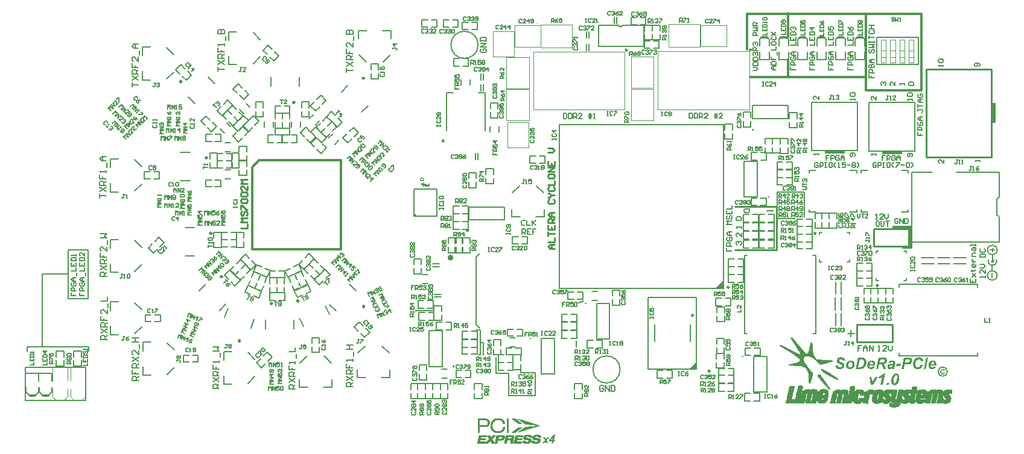
<source format=gto>
G04 Layer_Color=65535*
%FSLAX44Y44*%
%MOMM*%
G71*
G01*
G75*
%ADD11C,0.2000*%
%ADD12C,0.1900*%
%ADD16C,0.1500*%
%ADD95C,0.4000*%
%ADD96C,0.1000*%
%ADD98C,0.2500*%
%ADD99C,0.3000*%
%ADD103C,0.3500*%
%ADD158C,0.1270*%
%ADD159C,0.2540*%
%ADD160C,0.0250*%
%ADD161C,0.0254*%
%ADD162C,0.0260*%
G36*
X1212326Y160250D02*
X1209223D01*
X1209827Y163270D01*
X1212930D01*
X1212326Y160250D01*
D02*
G37*
G36*
X1264488Y182750D02*
X1261198D01*
X1264530Y198767D01*
X1267842D01*
X1264488Y182750D01*
D02*
G37*
G36*
X1240557Y198746D02*
X1240723D01*
X1241119Y198725D01*
X1241536Y198663D01*
X1241994Y198600D01*
X1242452Y198496D01*
X1242848Y198350D01*
X1242869D01*
X1242890Y198329D01*
X1243015Y198267D01*
X1243202Y198163D01*
X1243431Y198017D01*
X1243681Y197829D01*
X1243952Y197600D01*
X1244223Y197309D01*
X1244452Y196975D01*
X1244473Y196934D01*
X1244556Y196809D01*
X1244639Y196601D01*
X1244764Y196351D01*
X1244868Y196017D01*
X1244972Y195622D01*
X1245035Y195205D01*
X1245056Y194726D01*
Y194705D01*
Y194664D01*
Y194601D01*
Y194518D01*
X1245035Y194414D01*
Y194289D01*
X1244993Y193976D01*
X1244931Y193622D01*
X1244847Y193227D01*
X1244743Y192810D01*
X1244577Y192372D01*
Y192352D01*
X1244556Y192331D01*
X1244535Y192268D01*
X1244493Y192185D01*
X1244389Y191977D01*
X1244243Y191706D01*
X1244077Y191415D01*
X1243889Y191123D01*
X1243660Y190810D01*
X1243410Y190540D01*
X1243390Y190519D01*
X1243285Y190436D01*
X1243160Y190311D01*
X1242973Y190144D01*
X1242765Y189977D01*
X1242515Y189811D01*
X1242244Y189644D01*
X1241952Y189498D01*
X1241911Y189477D01*
X1241807Y189436D01*
X1241640Y189373D01*
X1241411Y189290D01*
X1241098Y189207D01*
X1240744Y189123D01*
X1240328Y189040D01*
X1239849Y188957D01*
X1239765D01*
X1239703Y188936D01*
X1239599D01*
X1239495Y188915D01*
X1239182D01*
X1238995Y188894D01*
X1238786D01*
X1238557Y188873D01*
X1238287D01*
X1237995Y188853D01*
X1234829D01*
X1233559Y182750D01*
X1230268D01*
X1233600Y198767D01*
X1240411D01*
X1240557Y198746D01*
D02*
G37*
G36*
X1223053Y176329D02*
X1223198Y176308D01*
X1223407Y176267D01*
X1223615Y176225D01*
X1223844Y176183D01*
X1224344Y175996D01*
X1224615Y175892D01*
X1224886Y175746D01*
X1225156Y175600D01*
X1225406Y175392D01*
X1225656Y175184D01*
X1225906Y174934D01*
X1225927Y174913D01*
X1225969Y174871D01*
X1226031Y174788D01*
X1226115Y174663D01*
X1226198Y174517D01*
X1226302Y174351D01*
X1226427Y174142D01*
X1226552Y173892D01*
X1226656Y173622D01*
X1226781Y173309D01*
X1226885Y172976D01*
X1226989Y172601D01*
X1227052Y172205D01*
X1227114Y171789D01*
X1227156Y171331D01*
X1227177Y170831D01*
Y170810D01*
Y170727D01*
Y170581D01*
X1227156Y170393D01*
Y170164D01*
X1227135Y169893D01*
X1227093Y169602D01*
X1227073Y169248D01*
X1227010Y168873D01*
X1226948Y168456D01*
X1226885Y168040D01*
X1226781Y167582D01*
X1226573Y166623D01*
X1226427Y166124D01*
X1226260Y165603D01*
Y165582D01*
X1226219Y165478D01*
X1226156Y165332D01*
X1226094Y165145D01*
X1226010Y164936D01*
X1225885Y164666D01*
X1225760Y164374D01*
X1225615Y164062D01*
X1225260Y163374D01*
X1224823Y162687D01*
X1224344Y162020D01*
X1224073Y161708D01*
X1223782Y161416D01*
X1223761Y161396D01*
X1223719Y161354D01*
X1223636Y161291D01*
X1223511Y161187D01*
X1223365Y161083D01*
X1223198Y160958D01*
X1222990Y160833D01*
X1222761Y160687D01*
X1222511Y160562D01*
X1222241Y160417D01*
X1221657Y160188D01*
X1221324Y160083D01*
X1220991Y160021D01*
X1220637Y159979D01*
X1220283Y159958D01*
X1220095D01*
X1219970Y159979D01*
X1219804Y160000D01*
X1219595Y160042D01*
X1219387Y160083D01*
X1219158Y160125D01*
X1218658Y160292D01*
X1218387Y160417D01*
X1218117Y160542D01*
X1217846Y160708D01*
X1217575Y160896D01*
X1217325Y161104D01*
X1217075Y161354D01*
X1217054Y161375D01*
X1217013Y161416D01*
X1216950Y161500D01*
X1216888Y161625D01*
X1216784Y161770D01*
X1216679Y161937D01*
X1216575Y162145D01*
X1216450Y162395D01*
X1216325Y162666D01*
X1216221Y162978D01*
X1216117Y163312D01*
X1216013Y163666D01*
X1215950Y164062D01*
X1215888Y164499D01*
X1215846Y164957D01*
X1215825Y165436D01*
Y165457D01*
Y165540D01*
Y165686D01*
X1215846Y165853D01*
Y166082D01*
X1215867Y166332D01*
X1215888Y166644D01*
X1215930Y166957D01*
X1215971Y167332D01*
X1216034Y167707D01*
X1216096Y168123D01*
X1216159Y168540D01*
X1216367Y169435D01*
X1216638Y170352D01*
X1216659Y170393D01*
X1216679Y170477D01*
X1216742Y170643D01*
X1216825Y170851D01*
X1216908Y171101D01*
X1217033Y171393D01*
X1217179Y171705D01*
X1217325Y172059D01*
X1217700Y172789D01*
X1218137Y173538D01*
X1218387Y173913D01*
X1218637Y174247D01*
X1218908Y174580D01*
X1219200Y174871D01*
X1219220Y174892D01*
X1219262Y174934D01*
X1219366Y175017D01*
X1219470Y175100D01*
X1219616Y175205D01*
X1219804Y175329D01*
X1220012Y175475D01*
X1220241Y175621D01*
X1220491Y175746D01*
X1220762Y175892D01*
X1221345Y176121D01*
X1221678Y176204D01*
X1222011Y176288D01*
X1222365Y176329D01*
X1222719Y176350D01*
X1222907D01*
X1223053Y176329D01*
D02*
G37*
G36*
X1228872Y187020D02*
X1222791D01*
X1223395Y190040D01*
X1229476D01*
X1228872Y187020D01*
D02*
G37*
G36*
X1203787Y160250D02*
X1200642D01*
X1202954Y171331D01*
X1202933D01*
X1202912Y171310D01*
X1202850Y171268D01*
X1202787Y171226D01*
X1202579Y171101D01*
X1202308Y170935D01*
X1201975Y170768D01*
X1201579Y170560D01*
X1201162Y170373D01*
X1200684Y170164D01*
X1200663D01*
X1200621Y170143D01*
X1200558Y170123D01*
X1200475Y170081D01*
X1200225Y169998D01*
X1199934Y169873D01*
X1199580Y169768D01*
X1199184Y169643D01*
X1198788Y169519D01*
X1198413Y169435D01*
X1198996Y172226D01*
X1199017D01*
X1199038Y172247D01*
X1199100Y172268D01*
X1199184Y172309D01*
X1199392Y172414D01*
X1199663Y172539D01*
X1199996Y172705D01*
X1200392Y172913D01*
X1200829Y173143D01*
X1201288Y173413D01*
X1201787Y173705D01*
X1202308Y174017D01*
X1202829Y174351D01*
X1203350Y174705D01*
X1203870Y175100D01*
X1204349Y175496D01*
X1204828Y175913D01*
X1205266Y176350D01*
X1207161D01*
X1203787Y160250D01*
D02*
G37*
G36*
X1217375Y194622D02*
X1217563D01*
X1217771Y194601D01*
X1218000Y194559D01*
X1218250Y194539D01*
X1218792Y194414D01*
X1219354Y194247D01*
X1219875Y194039D01*
X1220104Y193893D01*
X1220312Y193726D01*
X1220333D01*
X1220354Y193685D01*
X1220479Y193560D01*
X1220645Y193372D01*
X1220854Y193122D01*
X1221062Y192789D01*
X1221228Y192414D01*
X1221354Y191998D01*
X1221374Y191768D01*
X1221395Y191519D01*
Y191498D01*
Y191435D01*
Y191331D01*
X1221374Y191185D01*
Y191019D01*
X1221354Y190831D01*
X1221291Y190394D01*
Y190373D01*
X1221270Y190331D01*
Y190269D01*
X1221249Y190186D01*
X1221228Y190082D01*
X1221208Y189956D01*
X1221187Y189790D01*
X1221145Y189602D01*
X1221104Y189394D01*
X1221041Y189144D01*
X1220979Y188853D01*
X1220916Y188519D01*
X1220833Y188165D01*
X1220750Y187749D01*
X1220645Y187311D01*
Y187290D01*
X1220624Y187228D01*
X1220604Y187124D01*
X1220583Y186978D01*
X1220541Y186812D01*
X1220499Y186603D01*
X1220416Y186166D01*
X1220333Y185687D01*
X1220250Y185208D01*
X1220208Y184770D01*
X1220187Y184562D01*
Y184395D01*
Y184354D01*
Y184270D01*
X1220208Y184104D01*
X1220229Y183916D01*
X1220250Y183666D01*
X1220291Y183396D01*
X1220354Y183083D01*
X1220437Y182750D01*
X1217396D01*
Y182771D01*
X1217375Y182854D01*
X1217334Y182979D01*
X1217292Y183146D01*
X1217250Y183333D01*
X1217230Y183562D01*
X1217167Y184041D01*
X1217125Y184000D01*
X1217042Y183916D01*
X1216896Y183791D01*
X1216709Y183625D01*
X1216459Y183437D01*
X1216188Y183229D01*
X1215897Y183042D01*
X1215563Y182875D01*
X1215522Y182854D01*
X1215417Y182812D01*
X1215230Y182750D01*
X1215001Y182667D01*
X1214730Y182583D01*
X1214439Y182521D01*
X1214105Y182479D01*
X1213772Y182458D01*
X1213626D01*
X1213543Y182479D01*
X1213418D01*
X1213272Y182500D01*
X1212939Y182583D01*
X1212564Y182687D01*
X1212168Y182854D01*
X1211773Y183083D01*
X1211585Y183229D01*
X1211398Y183396D01*
Y183417D01*
X1211356Y183437D01*
X1211314Y183500D01*
X1211252Y183562D01*
X1211106Y183771D01*
X1210939Y184062D01*
X1210752Y184416D01*
X1210606Y184833D01*
X1210502Y185312D01*
X1210481Y185562D01*
X1210460Y185833D01*
Y185853D01*
Y185916D01*
Y185999D01*
X1210481Y186103D01*
X1210502Y186249D01*
X1210523Y186416D01*
X1210585Y186791D01*
X1210710Y187207D01*
X1210898Y187665D01*
X1211002Y187874D01*
X1211148Y188103D01*
X1211294Y188311D01*
X1211481Y188498D01*
X1211502Y188519D01*
X1211523Y188540D01*
X1211585Y188603D01*
X1211689Y188665D01*
X1211814Y188728D01*
X1211960Y188832D01*
X1212127Y188915D01*
X1212335Y189019D01*
X1212564Y189123D01*
X1212835Y189228D01*
X1213147Y189332D01*
X1213481Y189436D01*
X1213855Y189519D01*
X1214251Y189602D01*
X1214688Y189665D01*
X1215168Y189707D01*
X1215272D01*
X1215376Y189727D01*
X1215522Y189748D01*
X1215709Y189769D01*
X1215917Y189790D01*
X1216396Y189832D01*
X1216896Y189894D01*
X1217375Y189977D01*
X1217604Y190019D01*
X1217834Y190061D01*
X1218000Y190123D01*
X1218167Y190165D01*
Y190186D01*
X1218208Y190269D01*
X1218229Y190394D01*
X1218271Y190540D01*
X1218333Y190873D01*
X1218375Y191040D01*
Y191206D01*
Y191227D01*
Y191290D01*
X1218354Y191373D01*
X1218333Y191498D01*
X1218271Y191623D01*
X1218208Y191768D01*
X1218104Y191914D01*
X1217959Y192039D01*
X1217938Y192060D01*
X1217875Y192102D01*
X1217792Y192143D01*
X1217667Y192227D01*
X1217500Y192289D01*
X1217292Y192331D01*
X1217042Y192372D01*
X1216750Y192393D01*
X1216605D01*
X1216459Y192372D01*
X1216272Y192352D01*
X1216063Y192310D01*
X1215834Y192248D01*
X1215626Y192164D01*
X1215417Y192039D01*
X1215397Y192019D01*
X1215334Y191977D01*
X1215251Y191894D01*
X1215168Y191789D01*
X1215043Y191664D01*
X1214939Y191498D01*
X1214855Y191310D01*
X1214772Y191102D01*
X1211710Y191352D01*
Y191373D01*
X1211731Y191415D01*
X1211773Y191498D01*
X1211814Y191602D01*
X1211877Y191727D01*
X1211939Y191894D01*
X1212127Y192227D01*
X1212377Y192623D01*
X1212689Y193018D01*
X1213064Y193414D01*
X1213522Y193768D01*
X1213543Y193789D01*
X1213585Y193810D01*
X1213668Y193851D01*
X1213772Y193914D01*
X1213897Y193976D01*
X1214043Y194039D01*
X1214230Y194122D01*
X1214459Y194205D01*
X1214688Y194289D01*
X1214939Y194372D01*
X1215230Y194435D01*
X1215543Y194497D01*
X1215876Y194559D01*
X1216230Y194601D01*
X1216605Y194643D01*
X1217209D01*
X1217375Y194622D01*
D02*
G37*
G36*
X1188966D02*
X1189153Y194601D01*
X1189341Y194580D01*
X1189591Y194539D01*
X1189841Y194476D01*
X1190361Y194310D01*
X1190653Y194205D01*
X1190924Y194080D01*
X1191215Y193935D01*
X1191486Y193747D01*
X1191736Y193539D01*
X1191986Y193310D01*
X1192007Y193289D01*
X1192048Y193247D01*
X1192111Y193164D01*
X1192194Y193060D01*
X1192278Y192935D01*
X1192382Y192768D01*
X1192507Y192581D01*
X1192632Y192352D01*
X1192736Y192102D01*
X1192861Y191831D01*
X1192965Y191539D01*
X1193069Y191206D01*
X1193131Y190852D01*
X1193194Y190456D01*
X1193236Y190061D01*
X1193257Y189623D01*
Y189602D01*
Y189582D01*
Y189519D01*
Y189436D01*
X1193236Y189207D01*
Y188936D01*
X1193194Y188624D01*
X1193152Y188269D01*
X1193111Y187936D01*
X1193027Y187582D01*
X1185175D01*
Y187561D01*
Y187478D01*
X1185154Y187374D01*
Y187290D01*
Y187270D01*
Y187249D01*
Y187186D01*
X1185175Y187103D01*
X1185196Y186895D01*
X1185238Y186624D01*
X1185321Y186312D01*
X1185446Y185999D01*
X1185592Y185708D01*
X1185821Y185416D01*
X1185842Y185395D01*
X1185946Y185312D01*
X1186092Y185187D01*
X1186279Y185062D01*
X1186508Y184937D01*
X1186779Y184812D01*
X1187091Y184729D01*
X1187425Y184708D01*
X1187487D01*
X1187570Y184729D01*
X1187675D01*
X1187820Y184750D01*
X1187966Y184791D01*
X1188320Y184916D01*
X1188508Y184999D01*
X1188716Y185104D01*
X1188924Y185229D01*
X1189112Y185395D01*
X1189320Y185583D01*
X1189528Y185791D01*
X1189716Y186041D01*
X1189882Y186332D01*
X1192694Y185853D01*
Y185833D01*
X1192653Y185770D01*
X1192611Y185687D01*
X1192548Y185583D01*
X1192465Y185437D01*
X1192361Y185270D01*
X1192111Y184895D01*
X1191799Y184479D01*
X1191403Y184062D01*
X1190986Y183646D01*
X1190486Y183291D01*
X1190466D01*
X1190424Y183250D01*
X1190341Y183208D01*
X1190237Y183167D01*
X1190111Y183104D01*
X1189966Y183021D01*
X1189778Y182958D01*
X1189591Y182875D01*
X1189133Y182729D01*
X1188612Y182583D01*
X1188049Y182500D01*
X1187425Y182458D01*
X1187196D01*
X1187029Y182479D01*
X1186842Y182500D01*
X1186612Y182542D01*
X1186342Y182583D01*
X1186071Y182646D01*
X1185779Y182729D01*
X1185467Y182812D01*
X1185134Y182938D01*
X1184821Y183083D01*
X1184509Y183250D01*
X1184196Y183458D01*
X1183905Y183687D01*
X1183613Y183937D01*
X1183592Y183958D01*
X1183551Y184000D01*
X1183488Y184083D01*
X1183384Y184208D01*
X1183280Y184354D01*
X1183155Y184541D01*
X1183030Y184750D01*
X1182884Y184979D01*
X1182759Y185249D01*
X1182613Y185541D01*
X1182488Y185874D01*
X1182384Y186208D01*
X1182280Y186582D01*
X1182218Y186978D01*
X1182176Y187416D01*
X1182155Y187853D01*
Y187874D01*
Y187957D01*
Y188082D01*
X1182176Y188249D01*
X1182197Y188457D01*
X1182218Y188707D01*
X1182259Y188978D01*
X1182322Y189290D01*
X1182384Y189602D01*
X1182468Y189956D01*
X1182593Y190311D01*
X1182718Y190665D01*
X1182863Y191040D01*
X1183030Y191394D01*
X1183238Y191768D01*
X1183467Y192123D01*
X1183488Y192143D01*
X1183551Y192227D01*
X1183655Y192352D01*
X1183801Y192518D01*
X1183988Y192706D01*
X1184217Y192914D01*
X1184467Y193143D01*
X1184780Y193393D01*
X1185134Y193622D01*
X1185508Y193851D01*
X1185925Y194060D01*
X1186404Y194247D01*
X1186883Y194414D01*
X1187425Y194539D01*
X1188008Y194622D01*
X1188612Y194643D01*
X1188820D01*
X1188966Y194622D01*
D02*
G37*
G36*
X1159390D02*
X1159619Y194601D01*
X1159869Y194559D01*
X1160140Y194518D01*
X1160432Y194455D01*
X1160744Y194393D01*
X1161077Y194289D01*
X1161411Y194185D01*
X1161744Y194039D01*
X1162077Y193872D01*
X1162389Y193685D01*
X1162702Y193456D01*
X1162973Y193206D01*
X1162993Y193185D01*
X1163035Y193143D01*
X1163098Y193060D01*
X1163202Y192956D01*
X1163306Y192810D01*
X1163431Y192623D01*
X1163577Y192435D01*
X1163702Y192206D01*
X1163847Y191935D01*
X1163972Y191644D01*
X1164097Y191331D01*
X1164202Y190998D01*
X1164306Y190644D01*
X1164368Y190248D01*
X1164410Y189832D01*
X1164431Y189394D01*
Y189352D01*
Y189269D01*
X1164410Y189123D01*
Y188915D01*
X1164368Y188665D01*
X1164326Y188394D01*
X1164285Y188061D01*
X1164202Y187728D01*
X1164118Y187353D01*
X1163993Y186957D01*
X1163847Y186541D01*
X1163660Y186145D01*
X1163452Y185708D01*
X1163223Y185312D01*
X1162931Y184895D01*
X1162618Y184500D01*
X1162598Y184479D01*
X1162535Y184416D01*
X1162431Y184312D01*
X1162285Y184187D01*
X1162119Y184021D01*
X1161889Y183854D01*
X1161640Y183666D01*
X1161348Y183479D01*
X1161015Y183291D01*
X1160661Y183104D01*
X1160265Y182938D01*
X1159828Y182771D01*
X1159369Y182646D01*
X1158869Y182542D01*
X1158349Y182479D01*
X1157786Y182458D01*
X1157620D01*
X1157516Y182479D01*
X1157370D01*
X1157203Y182500D01*
X1156807Y182542D01*
X1156370Y182625D01*
X1155870Y182729D01*
X1155391Y182896D01*
X1154891Y183104D01*
X1154871D01*
X1154829Y183146D01*
X1154766Y183167D01*
X1154683Y183229D01*
X1154454Y183375D01*
X1154183Y183583D01*
X1153871Y183854D01*
X1153558Y184166D01*
X1153267Y184541D01*
X1152996Y184958D01*
Y184979D01*
X1152975Y185020D01*
X1152934Y185083D01*
X1152913Y185166D01*
X1152850Y185291D01*
X1152809Y185416D01*
X1152704Y185728D01*
X1152579Y186124D01*
X1152496Y186562D01*
X1152413Y187041D01*
X1152392Y187561D01*
Y187603D01*
Y187707D01*
X1152413Y187874D01*
Y188103D01*
X1152455Y188374D01*
X1152496Y188686D01*
X1152538Y189040D01*
X1152621Y189415D01*
X1152725Y189811D01*
X1152829Y190227D01*
X1152975Y190665D01*
X1153163Y191102D01*
X1153371Y191519D01*
X1153600Y191935D01*
X1153892Y192331D01*
X1154204Y192706D01*
X1154225Y192727D01*
X1154287Y192789D01*
X1154391Y192893D01*
X1154537Y193018D01*
X1154725Y193164D01*
X1154933Y193310D01*
X1155183Y193497D01*
X1155474Y193685D01*
X1155808Y193851D01*
X1156162Y194039D01*
X1156558Y194185D01*
X1156974Y194351D01*
X1157432Y194455D01*
X1157911Y194559D01*
X1158432Y194622D01*
X1158974Y194643D01*
X1159224D01*
X1159390Y194622D01*
D02*
G37*
G36*
X1190020Y160250D02*
X1187312D01*
X1185000Y171851D01*
X1188083D01*
X1188895Y166790D01*
Y166769D01*
X1188916Y166707D01*
X1188936Y166603D01*
X1188957Y166457D01*
X1188978Y166290D01*
X1188999Y166103D01*
X1189062Y165686D01*
X1189145Y165228D01*
X1189207Y164770D01*
X1189228Y164561D01*
X1189249Y164374D01*
X1189270Y164207D01*
X1189291Y164062D01*
X1189311Y164103D01*
X1189353Y164186D01*
X1189436Y164291D01*
X1189520Y164478D01*
X1189666Y164728D01*
X1189749Y164874D01*
X1189832Y165040D01*
X1189936Y165249D01*
X1190061Y165457D01*
Y165478D01*
X1190082Y165520D01*
X1190124Y165582D01*
X1190165Y165644D01*
X1190290Y165853D01*
X1190415Y166103D01*
X1190561Y166374D01*
X1190686Y166603D01*
X1190790Y166811D01*
X1190832Y166894D01*
X1190873Y166957D01*
X1193769Y171851D01*
X1197163D01*
X1190020Y160250D01*
D02*
G37*
G36*
X1205191Y198746D02*
X1205358D01*
X1205774Y198725D01*
X1206232Y198663D01*
X1206711Y198600D01*
X1207170Y198496D01*
X1207586Y198371D01*
X1207607D01*
X1207628Y198350D01*
X1207753Y198288D01*
X1207940Y198204D01*
X1208169Y198059D01*
X1208440Y197871D01*
X1208711Y197642D01*
X1208982Y197350D01*
X1209232Y196996D01*
Y196975D01*
X1209252Y196955D01*
X1209294Y196892D01*
X1209336Y196809D01*
X1209440Y196601D01*
X1209565Y196309D01*
X1209669Y195955D01*
X1209773Y195538D01*
X1209856Y195080D01*
X1209877Y194559D01*
Y194539D01*
Y194476D01*
Y194372D01*
X1209856Y194226D01*
X1209836Y194039D01*
X1209815Y193851D01*
X1209773Y193622D01*
X1209732Y193372D01*
X1209586Y192831D01*
X1209482Y192560D01*
X1209357Y192268D01*
X1209211Y191998D01*
X1209065Y191706D01*
X1208857Y191435D01*
X1208648Y191185D01*
X1208628Y191164D01*
X1208586Y191123D01*
X1208523Y191060D01*
X1208419Y190977D01*
X1208294Y190873D01*
X1208128Y190748D01*
X1207940Y190623D01*
X1207732Y190498D01*
X1207482Y190352D01*
X1207211Y190206D01*
X1206899Y190061D01*
X1206566Y189936D01*
X1206211Y189811D01*
X1205816Y189707D01*
X1205399Y189623D01*
X1204941Y189540D01*
X1204962Y189519D01*
X1205045Y189436D01*
X1205170Y189311D01*
X1205337Y189144D01*
X1205524Y188936D01*
X1205732Y188665D01*
X1205941Y188374D01*
X1206149Y188040D01*
X1206170Y188020D01*
X1206191Y187957D01*
X1206253Y187853D01*
X1206337Y187686D01*
X1206441Y187499D01*
X1206566Y187270D01*
X1206711Y186999D01*
X1206857Y186686D01*
X1207045Y186312D01*
X1207232Y185916D01*
X1207420Y185499D01*
X1207649Y185020D01*
X1207878Y184500D01*
X1208107Y183958D01*
X1208357Y183375D01*
X1208607Y182750D01*
X1205066D01*
Y182771D01*
X1205045Y182812D01*
X1205024Y182896D01*
X1204983Y183000D01*
X1204920Y183146D01*
X1204858Y183333D01*
X1204774Y183542D01*
X1204691Y183791D01*
X1204587Y184062D01*
X1204462Y184375D01*
X1204316Y184729D01*
X1204170Y185104D01*
X1204004Y185520D01*
X1203816Y185978D01*
X1203608Y186457D01*
X1203379Y186978D01*
Y186999D01*
X1203358Y187041D01*
X1203316Y187124D01*
X1203254Y187228D01*
X1203192Y187353D01*
X1203129Y187499D01*
X1202942Y187832D01*
X1202733Y188165D01*
X1202483Y188519D01*
X1202233Y188832D01*
X1202088Y188957D01*
X1201942Y189061D01*
X1201921Y189082D01*
X1201859Y189123D01*
X1201733Y189165D01*
X1201567Y189228D01*
X1201338Y189290D01*
X1201046Y189352D01*
X1200713Y189373D01*
X1200296Y189394D01*
X1198963D01*
X1197568Y182750D01*
X1194277D01*
X1197610Y198767D01*
X1205045D01*
X1205191Y198746D01*
D02*
G37*
G36*
X1174678D02*
X1175074D01*
X1175240Y198725D01*
X1175532D01*
X1175636Y198704D01*
X1175678D01*
X1175803Y198683D01*
X1175990Y198663D01*
X1176240Y198621D01*
X1176511Y198559D01*
X1176802Y198475D01*
X1177115Y198392D01*
X1177406Y198288D01*
X1177448Y198267D01*
X1177531Y198225D01*
X1177698Y198163D01*
X1177886Y198079D01*
X1178115Y197954D01*
X1178344Y197809D01*
X1178594Y197642D01*
X1178844Y197434D01*
X1178864Y197413D01*
X1178948Y197330D01*
X1179073Y197225D01*
X1179218Y197059D01*
X1179406Y196871D01*
X1179573Y196642D01*
X1179760Y196392D01*
X1179947Y196101D01*
X1179968Y196059D01*
X1180031Y195955D01*
X1180114Y195809D01*
X1180218Y195580D01*
X1180322Y195330D01*
X1180447Y195018D01*
X1180551Y194684D01*
X1180656Y194310D01*
Y194289D01*
X1180676Y194268D01*
Y194205D01*
X1180697Y194143D01*
X1180739Y193935D01*
X1180801Y193664D01*
X1180843Y193331D01*
X1180885Y192956D01*
X1180906Y192560D01*
X1180926Y192123D01*
Y192102D01*
Y191998D01*
Y191873D01*
X1180906Y191685D01*
Y191456D01*
X1180885Y191185D01*
X1180843Y190894D01*
X1180801Y190581D01*
X1180739Y190227D01*
X1180676Y189852D01*
X1180510Y189082D01*
X1180260Y188290D01*
X1180093Y187894D01*
X1179927Y187520D01*
X1179906Y187499D01*
X1179885Y187436D01*
X1179822Y187332D01*
X1179739Y187186D01*
X1179656Y187020D01*
X1179531Y186832D01*
X1179385Y186603D01*
X1179239Y186374D01*
X1178885Y185853D01*
X1178448Y185333D01*
X1177969Y184812D01*
X1177427Y184333D01*
X1177406D01*
X1177365Y184291D01*
X1177302Y184250D01*
X1177219Y184187D01*
X1177115Y184104D01*
X1176969Y184021D01*
X1176802Y183916D01*
X1176636Y183812D01*
X1176428Y183708D01*
X1176198Y183604D01*
X1175698Y183375D01*
X1175115Y183167D01*
X1174470Y182979D01*
X1174428D01*
X1174365Y182958D01*
X1174282Y182938D01*
X1174178Y182917D01*
X1174032D01*
X1173866Y182896D01*
X1173699Y182875D01*
X1173491Y182854D01*
X1173241Y182833D01*
X1172991Y182812D01*
X1172699Y182792D01*
X1172387Y182771D01*
X1172054D01*
X1171700Y182750D01*
X1165659D01*
X1168992Y198767D01*
X1174303D01*
X1174678Y198746D01*
D02*
G37*
G36*
X1274736Y194622D02*
X1274923Y194601D01*
X1275111Y194580D01*
X1275360Y194539D01*
X1275610Y194476D01*
X1276131Y194310D01*
X1276423Y194205D01*
X1276693Y194080D01*
X1276985Y193935D01*
X1277256Y193747D01*
X1277506Y193539D01*
X1277756Y193310D01*
X1277776Y193289D01*
X1277818Y193247D01*
X1277881Y193164D01*
X1277964Y193060D01*
X1278047Y192935D01*
X1278151Y192768D01*
X1278276Y192581D01*
X1278401Y192352D01*
X1278505Y192102D01*
X1278631Y191831D01*
X1278735Y191539D01*
X1278839Y191206D01*
X1278901Y190852D01*
X1278964Y190456D01*
X1279005Y190061D01*
X1279026Y189623D01*
Y189602D01*
Y189582D01*
Y189519D01*
Y189436D01*
X1279005Y189207D01*
Y188936D01*
X1278964Y188624D01*
X1278922Y188269D01*
X1278880Y187936D01*
X1278797Y187582D01*
X1270945D01*
Y187561D01*
Y187478D01*
X1270924Y187374D01*
Y187290D01*
Y187270D01*
Y187249D01*
Y187186D01*
X1270945Y187103D01*
X1270966Y186895D01*
X1271007Y186624D01*
X1271091Y186312D01*
X1271216Y185999D01*
X1271361Y185708D01*
X1271591Y185416D01*
X1271611Y185395D01*
X1271716Y185312D01*
X1271861Y185187D01*
X1272049Y185062D01*
X1272278Y184937D01*
X1272549Y184812D01*
X1272861Y184729D01*
X1273194Y184708D01*
X1273257D01*
X1273340Y184729D01*
X1273444D01*
X1273590Y184750D01*
X1273736Y184791D01*
X1274090Y184916D01*
X1274277Y184999D01*
X1274486Y185104D01*
X1274694Y185229D01*
X1274881Y185395D01*
X1275090Y185583D01*
X1275298Y185791D01*
X1275486Y186041D01*
X1275652Y186332D01*
X1278464Y185853D01*
Y185833D01*
X1278422Y185770D01*
X1278381Y185687D01*
X1278318Y185583D01*
X1278235Y185437D01*
X1278131Y185270D01*
X1277881Y184895D01*
X1277568Y184479D01*
X1277172Y184062D01*
X1276756Y183646D01*
X1276256Y183291D01*
X1276235D01*
X1276194Y183250D01*
X1276110Y183208D01*
X1276006Y183167D01*
X1275881Y183104D01*
X1275735Y183021D01*
X1275548Y182958D01*
X1275360Y182875D01*
X1274902Y182729D01*
X1274382Y182583D01*
X1273819Y182500D01*
X1273194Y182458D01*
X1272965D01*
X1272799Y182479D01*
X1272611Y182500D01*
X1272382Y182542D01*
X1272111Y182583D01*
X1271841Y182646D01*
X1271549Y182729D01*
X1271236Y182812D01*
X1270903Y182938D01*
X1270591Y183083D01*
X1270278Y183250D01*
X1269966Y183458D01*
X1269674Y183687D01*
X1269383Y183937D01*
X1269362Y183958D01*
X1269320Y184000D01*
X1269258Y184083D01*
X1269154Y184208D01*
X1269050Y184354D01*
X1268925Y184541D01*
X1268800Y184750D01*
X1268654Y184979D01*
X1268529Y185249D01*
X1268383Y185541D01*
X1268258Y185874D01*
X1268154Y186208D01*
X1268050Y186582D01*
X1267987Y186978D01*
X1267946Y187416D01*
X1267925Y187853D01*
Y187874D01*
Y187957D01*
Y188082D01*
X1267946Y188249D01*
X1267967Y188457D01*
X1267987Y188707D01*
X1268029Y188978D01*
X1268092Y189290D01*
X1268154Y189602D01*
X1268237Y189956D01*
X1268362Y190311D01*
X1268487Y190665D01*
X1268633Y191040D01*
X1268800Y191394D01*
X1269008Y191768D01*
X1269237Y192123D01*
X1269258Y192143D01*
X1269320Y192227D01*
X1269425Y192352D01*
X1269570Y192518D01*
X1269758Y192706D01*
X1269987Y192914D01*
X1270237Y193143D01*
X1270549Y193393D01*
X1270903Y193622D01*
X1271278Y193851D01*
X1271695Y194060D01*
X1272174Y194247D01*
X1272653Y194414D01*
X1273194Y194539D01*
X1273778Y194622D01*
X1274382Y194643D01*
X1274590D01*
X1274736Y194622D01*
D02*
G37*
G36*
X1288223Y182806D02*
X1288323D01*
X1288443Y182786D01*
X1288583Y182776D01*
X1288732Y182746D01*
X1288902Y182716D01*
X1289082Y182666D01*
X1289272Y182616D01*
X1289461Y182547D01*
X1289651Y182467D01*
X1289841Y182367D01*
X1290030Y182257D01*
X1290210Y182127D01*
X1290379Y181978D01*
X1290390Y181968D01*
X1290399Y181958D01*
X1290429Y181928D01*
X1290469Y181888D01*
X1290509Y181838D01*
X1290559Y181778D01*
X1290609Y181698D01*
X1290669Y181618D01*
X1290739Y181528D01*
X1290799Y181419D01*
X1290869Y181309D01*
X1290928Y181179D01*
X1290998Y181039D01*
X1291058Y180900D01*
X1291118Y180740D01*
X1291168Y180570D01*
X1289631Y180201D01*
Y180211D01*
X1289621Y180231D01*
X1289611Y180261D01*
X1289601Y180301D01*
X1289561Y180410D01*
X1289511Y180540D01*
X1289431Y180690D01*
X1289331Y180850D01*
X1289202Y180999D01*
X1289052Y181139D01*
X1289032Y181159D01*
X1288972Y181199D01*
X1288882Y181249D01*
X1288762Y181319D01*
X1288613Y181379D01*
X1288433Y181439D01*
X1288223Y181479D01*
X1288004Y181488D01*
X1287924D01*
X1287864Y181479D01*
X1287794Y181469D01*
X1287704Y181458D01*
X1287515Y181409D01*
X1287295Y181339D01*
X1287185Y181289D01*
X1287065Y181229D01*
X1286946Y181159D01*
X1286836Y181069D01*
X1286726Y180979D01*
X1286626Y180870D01*
X1286616Y180860D01*
X1286606Y180840D01*
X1286576Y180800D01*
X1286546Y180750D01*
X1286506Y180690D01*
X1286456Y180600D01*
X1286407Y180510D01*
X1286367Y180390D01*
X1286317Y180261D01*
X1286267Y180121D01*
X1286217Y179951D01*
X1286177Y179771D01*
X1286147Y179582D01*
X1286117Y179362D01*
X1286107Y179133D01*
X1286097Y178883D01*
Y178863D01*
Y178823D01*
Y178743D01*
X1286107Y178643D01*
X1286117Y178524D01*
X1286127Y178394D01*
X1286137Y178234D01*
X1286167Y178074D01*
X1286227Y177735D01*
X1286317Y177396D01*
X1286377Y177226D01*
X1286447Y177076D01*
X1286526Y176937D01*
X1286616Y176807D01*
X1286626Y176797D01*
X1286636Y176777D01*
X1286666Y176747D01*
X1286706Y176717D01*
X1286766Y176667D01*
X1286826Y176617D01*
X1286896Y176557D01*
X1286986Y176507D01*
X1287175Y176388D01*
X1287405Y176298D01*
X1287535Y176258D01*
X1287674Y176228D01*
X1287824Y176208D01*
X1287974Y176198D01*
X1288034D01*
X1288074Y176208D01*
X1288193Y176218D01*
X1288343Y176248D01*
X1288503Y176298D01*
X1288683Y176358D01*
X1288862Y176457D01*
X1289032Y176587D01*
X1289042Y176597D01*
X1289052Y176607D01*
X1289102Y176667D01*
X1289182Y176757D01*
X1289281Y176897D01*
X1289331Y176977D01*
X1289391Y177066D01*
X1289441Y177166D01*
X1289491Y177286D01*
X1289551Y177406D01*
X1289591Y177535D01*
X1289641Y177685D01*
X1289681Y177835D01*
X1291188Y177366D01*
Y177356D01*
X1291168Y177306D01*
X1291148Y177246D01*
X1291118Y177156D01*
X1291078Y177056D01*
X1291038Y176937D01*
X1290978Y176797D01*
X1290909Y176657D01*
X1290749Y176348D01*
X1290659Y176188D01*
X1290549Y176038D01*
X1290439Y175878D01*
X1290310Y175739D01*
X1290180Y175599D01*
X1290030Y175479D01*
X1290020Y175469D01*
X1289990Y175449D01*
X1289950Y175419D01*
X1289890Y175389D01*
X1289810Y175339D01*
X1289711Y175289D01*
X1289601Y175230D01*
X1289481Y175180D01*
X1289341Y175120D01*
X1289182Y175060D01*
X1289012Y175010D01*
X1288832Y174970D01*
X1288643Y174930D01*
X1288433Y174900D01*
X1288223Y174880D01*
X1287994Y174870D01*
X1287924D01*
X1287844Y174880D01*
X1287744Y174890D01*
X1287614Y174900D01*
X1287455Y174930D01*
X1287295Y174960D01*
X1287105Y175000D01*
X1286916Y175060D01*
X1286706Y175120D01*
X1286496Y175210D01*
X1286287Y175310D01*
X1286077Y175429D01*
X1285868Y175569D01*
X1285668Y175729D01*
X1285478Y175908D01*
X1285468Y175918D01*
X1285438Y175958D01*
X1285388Y176018D01*
X1285329Y176098D01*
X1285249Y176208D01*
X1285169Y176338D01*
X1285079Y176487D01*
X1284989Y176657D01*
X1284899Y176857D01*
X1284809Y177066D01*
X1284730Y177306D01*
X1284650Y177555D01*
X1284590Y177835D01*
X1284540Y178124D01*
X1284510Y178444D01*
X1284500Y178773D01*
Y178783D01*
Y178793D01*
Y178823D01*
Y178853D01*
X1284510Y178953D01*
X1284520Y179093D01*
X1284530Y179252D01*
X1284550Y179432D01*
X1284580Y179642D01*
X1284620Y179861D01*
X1284680Y180101D01*
X1284740Y180340D01*
X1284819Y180590D01*
X1284919Y180840D01*
X1285029Y181079D01*
X1285159Y181319D01*
X1285318Y181538D01*
X1285488Y181748D01*
X1285498Y181758D01*
X1285538Y181798D01*
X1285588Y181848D01*
X1285668Y181918D01*
X1285768Y181998D01*
X1285887Y182087D01*
X1286027Y182187D01*
X1286187Y182287D01*
X1286357Y182387D01*
X1286556Y182477D01*
X1286766Y182567D01*
X1286996Y182646D01*
X1287245Y182716D01*
X1287515Y182766D01*
X1287794Y182806D01*
X1288084Y182816D01*
X1288143D01*
X1288223Y182806D01*
D02*
G37*
G36*
X980500Y296000D02*
X970500D01*
X980500Y306000D01*
Y296000D01*
D02*
G37*
G36*
X942250Y182400D02*
X932250D01*
X942250Y192400D01*
Y182400D01*
D02*
G37*
G36*
X742468Y82598D02*
X743877D01*
X743472Y80695D01*
X742079D01*
X741584Y78342D01*
X739471D01*
X739951Y80695D01*
X735440D01*
X735829Y82553D01*
X742034Y89866D01*
X743997D01*
X742468Y82598D01*
D02*
G37*
G36*
X1245500Y351500D02*
X1231000D01*
Y356250D01*
X1239500D01*
Y378750D01*
X1217500D01*
Y384000D01*
X1245500D01*
Y351500D01*
D02*
G37*
G36*
X1362000Y529000D02*
X1357000D01*
Y557000D01*
X1362000D01*
Y529000D01*
D02*
G37*
G36*
X1151000Y485500D02*
X1123000D01*
Y490500D01*
X1151000D01*
Y485500D01*
D02*
G37*
G36*
X1231000Y484750D02*
X1203000D01*
Y489750D01*
X1231000D01*
Y484750D01*
D02*
G37*
G36*
X1145623Y199037D02*
X1145873Y199017D01*
X1146144Y198996D01*
X1146456Y198954D01*
X1146768Y198892D01*
X1147477Y198725D01*
X1147851Y198621D01*
X1148206Y198496D01*
X1148560Y198350D01*
X1148914Y198163D01*
X1149226Y197954D01*
X1149538Y197725D01*
X1149559Y197705D01*
X1149601Y197663D01*
X1149684Y197600D01*
X1149789Y197496D01*
X1149893Y197350D01*
X1150038Y197205D01*
X1150184Y197017D01*
X1150330Y196788D01*
X1150476Y196559D01*
X1150642Y196288D01*
X1150767Y195997D01*
X1150913Y195684D01*
X1151017Y195351D01*
X1151122Y194997D01*
X1151205Y194601D01*
X1151246Y194205D01*
X1148081Y194080D01*
Y194101D01*
Y194122D01*
X1148060Y194185D01*
Y194268D01*
X1147997Y194476D01*
X1147935Y194726D01*
X1147831Y195018D01*
X1147685Y195309D01*
X1147497Y195580D01*
X1147247Y195830D01*
X1147206Y195851D01*
X1147122Y195934D01*
X1146956Y196038D01*
X1146727Y196142D01*
X1146414Y196267D01*
X1146060Y196351D01*
X1145644Y196434D01*
X1145144Y196455D01*
X1144915D01*
X1144686Y196434D01*
X1144394Y196392D01*
X1144082Y196330D01*
X1143748Y196246D01*
X1143457Y196122D01*
X1143207Y195955D01*
X1143186Y195934D01*
X1143123Y195872D01*
X1143019Y195767D01*
X1142915Y195622D01*
X1142811Y195455D01*
X1142707Y195247D01*
X1142645Y195018D01*
X1142624Y194747D01*
Y194726D01*
Y194643D01*
X1142645Y194497D01*
X1142686Y194351D01*
X1142749Y194164D01*
X1142853Y193976D01*
X1142978Y193789D01*
X1143144Y193601D01*
X1143165Y193581D01*
X1143249Y193518D01*
X1143415Y193414D01*
X1143519Y193351D01*
X1143644Y193268D01*
X1143790Y193185D01*
X1143957Y193102D01*
X1144165Y192997D01*
X1144373Y192872D01*
X1144623Y192768D01*
X1144894Y192643D01*
X1145185Y192498D01*
X1145519Y192352D01*
X1145560Y192331D01*
X1145644Y192289D01*
X1145789Y192227D01*
X1145956Y192143D01*
X1146185Y192060D01*
X1146435Y191935D01*
X1146706Y191810D01*
X1146998Y191664D01*
X1147601Y191352D01*
X1148164Y191019D01*
X1148435Y190873D01*
X1148664Y190706D01*
X1148872Y190560D01*
X1149039Y190415D01*
X1149060Y190394D01*
X1149080Y190373D01*
X1149143Y190311D01*
X1149226Y190206D01*
X1149309Y190102D01*
X1149393Y189977D01*
X1149497Y189832D01*
X1149622Y189644D01*
X1149830Y189248D01*
X1149997Y188748D01*
X1150143Y188207D01*
X1150163Y187894D01*
X1150184Y187582D01*
Y187561D01*
Y187499D01*
X1150163Y187374D01*
Y187228D01*
X1150143Y187041D01*
X1150101Y186832D01*
X1150038Y186603D01*
X1149976Y186332D01*
X1149893Y186062D01*
X1149768Y185770D01*
X1149643Y185458D01*
X1149476Y185166D01*
X1149289Y184854D01*
X1149060Y184541D01*
X1148789Y184250D01*
X1148497Y183958D01*
X1148476Y183937D01*
X1148414Y183895D01*
X1148331Y183812D01*
X1148185Y183729D01*
X1148018Y183604D01*
X1147810Y183479D01*
X1147560Y183354D01*
X1147289Y183208D01*
X1146977Y183062D01*
X1146623Y182938D01*
X1146227Y182812D01*
X1145810Y182687D01*
X1145373Y182604D01*
X1144894Y182521D01*
X1144373Y182479D01*
X1143832Y182458D01*
X1143623D01*
X1143478Y182479D01*
X1143311D01*
X1143103Y182500D01*
X1142874Y182521D01*
X1142603Y182542D01*
X1142061Y182625D01*
X1141457Y182750D01*
X1140832Y182917D01*
X1140249Y183146D01*
X1140228D01*
X1140187Y183187D01*
X1140104Y183208D01*
X1139999Y183271D01*
X1139874Y183333D01*
X1139729Y183437D01*
X1139416Y183646D01*
X1139062Y183916D01*
X1138708Y184250D01*
X1138375Y184625D01*
X1138229Y184833D01*
X1138104Y185062D01*
Y185083D01*
X1138083Y185124D01*
X1138042Y185187D01*
X1138000Y185291D01*
X1137958Y185395D01*
X1137916Y185541D01*
X1137854Y185708D01*
X1137792Y185895D01*
X1137687Y186312D01*
X1137604Y186791D01*
X1137542Y187332D01*
Y187915D01*
X1140687Y188082D01*
Y188061D01*
Y188020D01*
Y187936D01*
X1140707Y187832D01*
X1140728Y187582D01*
X1140770Y187270D01*
X1140832Y186916D01*
X1140916Y186582D01*
X1141041Y186291D01*
X1141103Y186145D01*
X1141187Y186041D01*
X1141228Y185999D01*
X1141332Y185916D01*
X1141416Y185853D01*
X1141520Y185770D01*
X1141645Y185708D01*
X1141790Y185624D01*
X1141957Y185541D01*
X1142165Y185478D01*
X1142374Y185395D01*
X1142624Y185333D01*
X1142894Y185291D01*
X1143186Y185249D01*
X1143498Y185208D01*
X1144123D01*
X1144248Y185229D01*
X1144415D01*
X1144748Y185270D01*
X1145144Y185354D01*
X1145540Y185437D01*
X1145894Y185583D01*
X1146060Y185666D01*
X1146206Y185770D01*
X1146248Y185791D01*
X1146331Y185874D01*
X1146435Y185999D01*
X1146581Y186166D01*
X1146706Y186374D01*
X1146831Y186624D01*
X1146914Y186895D01*
X1146935Y187186D01*
Y187228D01*
Y187311D01*
X1146914Y187436D01*
X1146852Y187603D01*
X1146789Y187790D01*
X1146685Y187999D01*
X1146539Y188207D01*
X1146331Y188394D01*
X1146310Y188415D01*
X1146248Y188457D01*
X1146102Y188540D01*
X1145998Y188603D01*
X1145894Y188665D01*
X1145748Y188748D01*
X1145581Y188832D01*
X1145394Y188936D01*
X1145185Y189040D01*
X1144956Y189144D01*
X1144686Y189269D01*
X1144373Y189415D01*
X1144040Y189561D01*
X1144019D01*
X1143957Y189602D01*
X1143873Y189644D01*
X1143727Y189707D01*
X1143582Y189769D01*
X1143415Y189852D01*
X1142999Y190040D01*
X1142561Y190248D01*
X1142103Y190477D01*
X1141686Y190706D01*
X1141478Y190810D01*
X1141311Y190915D01*
X1141270Y190935D01*
X1141166Y191019D01*
X1141020Y191123D01*
X1140832Y191290D01*
X1140603Y191498D01*
X1140374Y191727D01*
X1140166Y191998D01*
X1139958Y192310D01*
X1139937Y192352D01*
X1139874Y192456D01*
X1139812Y192643D01*
X1139729Y192893D01*
X1139624Y193185D01*
X1139562Y193539D01*
X1139499Y193935D01*
X1139479Y194351D01*
Y194372D01*
Y194435D01*
Y194539D01*
X1139499Y194684D01*
X1139520Y194851D01*
X1139562Y195059D01*
X1139604Y195289D01*
X1139666Y195538D01*
X1139729Y195788D01*
X1139833Y196059D01*
X1139958Y196330D01*
X1140104Y196621D01*
X1140270Y196892D01*
X1140458Y197184D01*
X1140687Y197455D01*
X1140937Y197705D01*
X1140957Y197725D01*
X1140999Y197767D01*
X1141082Y197829D01*
X1141207Y197913D01*
X1141353Y198017D01*
X1141541Y198142D01*
X1141770Y198246D01*
X1142020Y198392D01*
X1142290Y198517D01*
X1142603Y198621D01*
X1142957Y198746D01*
X1143332Y198850D01*
X1143748Y198933D01*
X1144186Y198996D01*
X1144665Y199037D01*
X1145165Y199058D01*
X1145435D01*
X1145623Y199037D01*
D02*
G37*
G36*
X1255282D02*
X1255491Y199017D01*
X1255761Y198975D01*
X1256032Y198933D01*
X1256345Y198892D01*
X1257011Y198725D01*
X1257365Y198600D01*
X1257719Y198475D01*
X1258073Y198309D01*
X1258407Y198121D01*
X1258740Y197913D01*
X1259052Y197663D01*
X1259073Y197642D01*
X1259115Y197600D01*
X1259198Y197517D01*
X1259302Y197413D01*
X1259427Y197267D01*
X1259573Y197101D01*
X1259740Y196892D01*
X1259885Y196663D01*
X1260052Y196413D01*
X1260219Y196122D01*
X1260385Y195809D01*
X1260531Y195476D01*
X1260656Y195122D01*
X1260781Y194726D01*
X1260885Y194310D01*
X1260947Y193872D01*
X1257782Y193581D01*
Y193601D01*
X1257761Y193643D01*
Y193706D01*
X1257719Y193810D01*
X1257657Y194039D01*
X1257553Y194351D01*
X1257407Y194664D01*
X1257240Y194997D01*
X1257011Y195309D01*
X1256761Y195580D01*
X1256719Y195601D01*
X1256615Y195684D01*
X1256469Y195788D01*
X1256240Y195913D01*
X1255949Y196017D01*
X1255615Y196122D01*
X1255220Y196205D01*
X1254782Y196226D01*
X1254658D01*
X1254553Y196205D01*
X1254428D01*
X1254283Y196184D01*
X1253949Y196122D01*
X1253554Y196017D01*
X1253116Y195872D01*
X1252679Y195663D01*
X1252221Y195372D01*
X1252200D01*
X1252179Y195330D01*
X1252116Y195289D01*
X1252033Y195205D01*
X1251825Y195018D01*
X1251554Y194726D01*
X1251408Y194559D01*
X1251242Y194372D01*
X1251096Y194164D01*
X1250929Y193914D01*
X1250783Y193664D01*
X1250638Y193393D01*
X1250492Y193081D01*
X1250346Y192768D01*
Y192747D01*
X1250325Y192685D01*
X1250284Y192602D01*
X1250242Y192456D01*
X1250179Y192310D01*
X1250117Y192123D01*
X1250054Y191894D01*
X1249992Y191664D01*
X1249867Y191123D01*
X1249742Y190519D01*
X1249659Y189894D01*
X1249638Y189228D01*
Y189207D01*
Y189144D01*
Y189040D01*
X1249659Y188915D01*
Y188748D01*
X1249680Y188561D01*
X1249763Y188144D01*
X1249867Y187665D01*
X1250034Y187166D01*
X1250263Y186686D01*
X1250388Y186457D01*
X1250554Y186249D01*
X1250575Y186228D01*
X1250596Y186208D01*
X1250721Y186082D01*
X1250908Y185916D01*
X1251179Y185728D01*
X1251512Y185541D01*
X1251908Y185374D01*
X1252346Y185249D01*
X1252596Y185229D01*
X1252845Y185208D01*
X1252970D01*
X1253074Y185229D01*
X1253179D01*
X1253304Y185249D01*
X1253616Y185312D01*
X1253991Y185416D01*
X1254387Y185541D01*
X1254803Y185749D01*
X1255199Y186020D01*
X1255220D01*
X1255241Y186062D01*
X1255366Y186187D01*
X1255574Y186374D01*
X1255803Y186645D01*
X1256053Y186999D01*
X1256324Y187416D01*
X1256574Y187915D01*
X1256803Y188498D01*
X1260114Y187978D01*
X1260094Y187957D01*
X1260073Y187853D01*
X1260010Y187728D01*
X1259927Y187540D01*
X1259823Y187311D01*
X1259698Y187061D01*
X1259552Y186770D01*
X1259385Y186457D01*
X1259177Y186124D01*
X1258969Y185791D01*
X1258719Y185458D01*
X1258469Y185124D01*
X1258177Y184770D01*
X1257865Y184458D01*
X1257532Y184146D01*
X1257178Y183875D01*
X1257157Y183854D01*
X1257094Y183812D01*
X1256990Y183750D01*
X1256844Y183646D01*
X1256657Y183542D01*
X1256428Y183437D01*
X1256178Y183291D01*
X1255886Y183167D01*
X1255574Y183042D01*
X1255220Y182917D01*
X1254845Y182792D01*
X1254449Y182687D01*
X1254033Y182583D01*
X1253574Y182521D01*
X1253116Y182479D01*
X1252637Y182458D01*
X1252512D01*
X1252346Y182479D01*
X1252158D01*
X1251908Y182521D01*
X1251617Y182563D01*
X1251304Y182604D01*
X1250950Y182687D01*
X1250596Y182771D01*
X1250221Y182896D01*
X1249825Y183042D01*
X1249451Y183208D01*
X1249076Y183417D01*
X1248701Y183646D01*
X1248367Y183916D01*
X1248034Y184229D01*
X1248013Y184250D01*
X1247972Y184312D01*
X1247888Y184416D01*
X1247784Y184562D01*
X1247659Y184750D01*
X1247514Y184958D01*
X1247368Y185229D01*
X1247222Y185541D01*
X1247055Y185874D01*
X1246909Y186270D01*
X1246764Y186686D01*
X1246639Y187145D01*
X1246535Y187645D01*
X1246451Y188186D01*
X1246410Y188769D01*
X1246389Y189373D01*
Y189415D01*
Y189498D01*
Y189644D01*
X1246410Y189832D01*
X1246430Y190082D01*
X1246451Y190352D01*
X1246472Y190665D01*
X1246535Y191019D01*
X1246576Y191394D01*
X1246659Y191789D01*
X1246847Y192643D01*
X1246972Y193060D01*
X1247139Y193497D01*
X1247305Y193935D01*
X1247493Y194372D01*
X1247514Y194393D01*
X1247534Y194476D01*
X1247618Y194580D01*
X1247701Y194747D01*
X1247805Y194934D01*
X1247951Y195163D01*
X1248097Y195393D01*
X1248284Y195663D01*
X1248492Y195934D01*
X1248721Y196226D01*
X1248971Y196517D01*
X1249242Y196788D01*
X1249555Y197080D01*
X1249867Y197350D01*
X1250200Y197621D01*
X1250554Y197850D01*
X1250575Y197871D01*
X1250638Y197913D01*
X1250763Y197954D01*
X1250908Y198038D01*
X1251075Y198121D01*
X1251304Y198225D01*
X1251554Y198350D01*
X1251825Y198454D01*
X1252137Y198559D01*
X1252470Y198683D01*
X1252825Y198788D01*
X1253199Y198871D01*
X1253595Y198954D01*
X1253991Y199017D01*
X1254408Y199037D01*
X1254845Y199058D01*
X1255095D01*
X1255282Y199037D01*
D02*
G37*
G36*
X732008Y82343D02*
X734121Y78342D01*
X731723D01*
X730509Y80665D01*
X728456Y78342D01*
X725684D01*
X729520Y82613D01*
X727407Y86689D01*
X729805D01*
X731019Y84321D01*
X733132Y86689D01*
X735874D01*
X732008Y82343D01*
D02*
G37*
G36*
X556945Y452010D02*
X557045D01*
X557165Y451990D01*
X557295Y451970D01*
X557454Y451950D01*
X557614Y451910D01*
X557794Y451870D01*
X557984Y451810D01*
X558183Y451740D01*
X558373Y451650D01*
X558582Y451551D01*
X558772Y451441D01*
X558972Y451301D01*
X559161Y451151D01*
X559171Y451141D01*
X559201Y451111D01*
X559251Y451061D01*
X559311Y450992D01*
X559391Y450912D01*
X559471Y450802D01*
X559561Y450682D01*
X559651Y450542D01*
X559740Y450383D01*
X559830Y450213D01*
X559910Y450023D01*
X559990Y449814D01*
X560050Y449594D01*
X560100Y449355D01*
X560130Y449105D01*
X560140Y448835D01*
Y448825D01*
Y448806D01*
Y448755D01*
X560130Y448706D01*
Y448636D01*
X560120Y448556D01*
X560100Y448366D01*
X560060Y448157D01*
X560010Y447917D01*
X559930Y447687D01*
X559830Y447448D01*
Y447438D01*
X559810Y447418D01*
X559800Y447388D01*
X559770Y447348D01*
X559701Y447238D01*
X559601Y447108D01*
X559471Y446959D01*
X559321Y446809D01*
X559142Y446669D01*
X558942Y446539D01*
X558932D01*
X558912Y446530D01*
X558882Y446510D01*
X558842Y446500D01*
X558782Y446470D01*
X558722Y446450D01*
X558573Y446400D01*
X558383Y446340D01*
X558173Y446300D01*
X557944Y446260D01*
X557694Y446250D01*
X557624D01*
X557544Y446260D01*
X557435D01*
X557305Y446280D01*
X557155Y446300D01*
X556985Y446320D01*
X556806Y446360D01*
X556616Y446410D01*
X556416Y446460D01*
X556207Y446530D01*
X555997Y446619D01*
X555798Y446719D01*
X555598Y446829D01*
X555408Y446969D01*
X555229Y447118D01*
X555219Y447128D01*
X555189Y447158D01*
X555139Y447208D01*
X555079Y447278D01*
X555009Y447368D01*
X554939Y447468D01*
X554849Y447588D01*
X554759Y447727D01*
X554679Y447887D01*
X554590Y448057D01*
X554520Y448246D01*
X554440Y448446D01*
X554390Y448666D01*
X554340Y448895D01*
X554310Y449145D01*
X554300Y449404D01*
Y449414D01*
Y449454D01*
Y449524D01*
X554310Y449604D01*
X554320Y449714D01*
X554340Y449834D01*
X554360Y449963D01*
X554390Y450103D01*
X554420Y450253D01*
X554470Y450413D01*
X554520Y450572D01*
X554590Y450732D01*
X554669Y450892D01*
X554759Y451041D01*
X554869Y451191D01*
X554989Y451321D01*
X554999Y451331D01*
X555019Y451351D01*
X555059Y451381D01*
X555109Y451431D01*
X555179Y451481D01*
X555268Y451541D01*
X555358Y451610D01*
X555468Y451670D01*
X555598Y451740D01*
X555738Y451800D01*
X555887Y451860D01*
X556047Y451910D01*
X556217Y451960D01*
X556406Y451990D01*
X556606Y452010D01*
X556816Y452020D01*
X556876D01*
X556945Y452010D01*
D02*
G37*
G36*
X560370Y444464D02*
Y442854D01*
X564465Y441979D01*
X564483D01*
X564518Y441962D01*
X564570D01*
X564640Y441944D01*
X564833Y441909D01*
X565043Y441874D01*
X565270Y441822D01*
X565463Y441787D01*
X565638Y441769D01*
X565690Y441752D01*
X565778D01*
X565830Y441769D01*
X565900D01*
X566058Y441839D01*
X566145Y441874D01*
X566215Y441944D01*
Y441962D01*
X566233Y441979D01*
X566268Y442032D01*
X566285Y442102D01*
X566320Y442207D01*
X566355Y442329D01*
X566373Y442469D01*
Y442644D01*
Y442662D01*
Y442679D01*
Y442732D01*
X566355Y442819D01*
Y442942D01*
X566338Y443082D01*
X566320Y443274D01*
X566303Y443519D01*
X568263Y443099D01*
Y443064D01*
X568280Y442977D01*
X568298Y442854D01*
X568333Y442662D01*
X568350Y442452D01*
X568386Y442224D01*
X568403Y441962D01*
Y441699D01*
Y441682D01*
Y441647D01*
Y441577D01*
X568386Y441472D01*
Y441367D01*
X568368Y441227D01*
X568333Y440929D01*
X568280Y440597D01*
X568176Y440264D01*
X568053Y439949D01*
X567966Y439809D01*
X567878Y439687D01*
X567860Y439651D01*
X567773Y439581D01*
X567650Y439494D01*
X567493Y439371D01*
X567266Y439249D01*
X567020Y439161D01*
X566705Y439091D01*
X566373Y439057D01*
X566268D01*
X566145Y439074D01*
X566058Y439091D01*
X565935D01*
X565813Y439109D01*
X565655Y439144D01*
X565498Y439161D01*
X565305Y439197D01*
X565078Y439231D01*
X564850Y439284D01*
X564588Y439337D01*
X564290Y439389D01*
X560370Y440229D01*
Y438934D01*
X558410Y439337D01*
Y440614D01*
X556853Y440947D01*
X555033Y443939D01*
X558410Y443257D01*
Y444867D01*
X560370Y444464D01*
D02*
G37*
%LPC*%
G36*
X1239245Y196142D02*
X1236350D01*
X1235392Y191519D01*
X1237037D01*
X1237287Y191539D01*
X1237537D01*
X1237828Y191560D01*
X1238391Y191602D01*
X1238974Y191644D01*
X1239224Y191685D01*
X1239474Y191727D01*
X1239682Y191768D01*
X1239870Y191831D01*
X1239911Y191852D01*
X1240015Y191894D01*
X1240182Y191977D01*
X1240369Y192081D01*
X1240599Y192227D01*
X1240828Y192414D01*
X1241036Y192623D01*
X1241244Y192872D01*
X1241265Y192914D01*
X1241328Y192997D01*
X1241411Y193143D01*
X1241515Y193351D01*
X1241598Y193581D01*
X1241682Y193851D01*
X1241744Y194164D01*
X1241765Y194476D01*
Y194497D01*
Y194580D01*
X1241744Y194684D01*
X1241723Y194809D01*
X1241661Y195122D01*
X1241578Y195268D01*
X1241494Y195413D01*
X1241473Y195434D01*
X1241452Y195476D01*
X1241390Y195538D01*
X1241307Y195622D01*
X1241203Y195705D01*
X1241078Y195809D01*
X1240932Y195893D01*
X1240765Y195955D01*
X1240744D01*
X1240661Y195976D01*
X1240536Y196017D01*
X1240328Y196059D01*
X1240057Y196080D01*
X1239890Y196101D01*
X1239703Y196122D01*
X1239495D01*
X1239245Y196142D01*
D02*
G37*
G36*
X1222595Y173851D02*
X1222553D01*
X1222449Y173830D01*
X1222303Y173809D01*
X1222095Y173747D01*
X1221866Y173663D01*
X1221616Y173517D01*
X1221366Y173309D01*
X1221116Y173038D01*
Y173018D01*
X1221074Y172976D01*
X1221032Y172913D01*
X1220949Y172809D01*
X1220866Y172684D01*
X1220782Y172518D01*
X1220678Y172309D01*
X1220553Y172080D01*
X1220428Y171830D01*
X1220303Y171518D01*
X1220158Y171185D01*
X1220012Y170810D01*
X1219887Y170414D01*
X1219741Y169956D01*
X1219595Y169456D01*
X1219470Y168935D01*
Y168915D01*
X1219449Y168831D01*
X1219408Y168685D01*
X1219387Y168519D01*
X1219345Y168290D01*
X1219283Y168040D01*
X1219241Y167769D01*
X1219179Y167456D01*
X1219075Y166811D01*
X1218970Y166124D01*
X1218908Y165436D01*
X1218887Y165103D01*
Y164791D01*
Y164770D01*
Y164728D01*
Y164666D01*
Y164582D01*
X1218908Y164353D01*
X1218950Y164082D01*
X1218991Y163791D01*
X1219054Y163478D01*
X1219158Y163208D01*
X1219304Y162978D01*
X1219324Y162958D01*
X1219387Y162895D01*
X1219470Y162812D01*
X1219595Y162729D01*
X1219741Y162624D01*
X1219929Y162541D01*
X1220137Y162479D01*
X1220366Y162458D01*
X1220408D01*
X1220512Y162479D01*
X1220678Y162500D01*
X1220887Y162562D01*
X1221137Y162666D01*
X1221386Y162791D01*
X1221657Y162999D01*
X1221928Y163270D01*
X1221949Y163291D01*
X1221970Y163333D01*
X1222011Y163395D01*
X1222074Y163499D01*
X1222157Y163624D01*
X1222261Y163791D01*
X1222365Y163978D01*
X1222470Y164207D01*
X1222595Y164478D01*
X1222719Y164791D01*
X1222865Y165145D01*
X1223011Y165520D01*
X1223136Y165957D01*
X1223282Y166436D01*
X1223428Y166978D01*
X1223553Y167540D01*
Y167561D01*
X1223573Y167644D01*
X1223615Y167790D01*
X1223636Y167956D01*
X1223678Y168165D01*
X1223740Y168415D01*
X1223782Y168706D01*
X1223844Y168998D01*
X1223928Y169643D01*
X1224032Y170310D01*
X1224094Y170956D01*
X1224115Y171268D01*
Y171560D01*
Y171581D01*
Y171622D01*
Y171685D01*
Y171768D01*
X1224094Y171976D01*
X1224053Y172226D01*
X1224011Y172518D01*
X1223928Y172809D01*
X1223823Y173080D01*
X1223678Y173309D01*
X1223657Y173330D01*
X1223594Y173393D01*
X1223511Y173476D01*
X1223386Y173580D01*
X1223240Y173684D01*
X1223053Y173767D01*
X1222824Y173830D01*
X1222595Y173851D01*
D02*
G37*
G36*
X1217750Y188186D02*
X1217729D01*
X1217709Y188165D01*
X1217625D01*
X1217542Y188144D01*
X1217438Y188124D01*
X1217313Y188082D01*
X1217000Y188040D01*
X1216980D01*
X1216896Y188020D01*
X1216771D01*
X1216626Y187978D01*
X1216438Y187957D01*
X1216209Y187915D01*
X1215730Y187832D01*
X1215209Y187707D01*
X1214709Y187561D01*
X1214480Y187478D01*
X1214251Y187395D01*
X1214064Y187290D01*
X1213918Y187186D01*
X1213897Y187166D01*
X1213835Y187124D01*
X1213751Y187020D01*
X1213668Y186916D01*
X1213585Y186749D01*
X1213501Y186582D01*
X1213439Y186353D01*
X1213418Y186124D01*
Y186103D01*
Y186041D01*
X1213439Y185937D01*
X1213460Y185791D01*
X1213501Y185645D01*
X1213585Y185499D01*
X1213668Y185333D01*
X1213793Y185187D01*
X1213814Y185166D01*
X1213855Y185124D01*
X1213960Y185062D01*
X1214064Y184999D01*
X1214230Y184937D01*
X1214397Y184874D01*
X1214605Y184833D01*
X1214834Y184812D01*
X1214959D01*
X1215084Y184833D01*
X1215272Y184854D01*
X1215480Y184895D01*
X1215688Y184958D01*
X1215938Y185041D01*
X1216167Y185145D01*
X1216188Y185166D01*
X1216272Y185208D01*
X1216376Y185291D01*
X1216521Y185395D01*
X1216667Y185520D01*
X1216834Y185666D01*
X1216980Y185853D01*
X1217105Y186041D01*
X1217125Y186062D01*
X1217167Y186145D01*
X1217209Y186270D01*
X1217292Y186457D01*
X1217375Y186707D01*
X1217479Y186999D01*
X1217563Y187353D01*
X1217667Y187749D01*
X1217750Y188186D01*
D02*
G37*
G36*
X1188279Y192393D02*
X1188237D01*
X1188112Y192372D01*
X1187924Y192352D01*
X1187695Y192310D01*
X1187425Y192206D01*
X1187133Y192081D01*
X1186821Y191894D01*
X1186529Y191644D01*
X1186487Y191602D01*
X1186404Y191519D01*
X1186279Y191331D01*
X1186113Y191102D01*
X1185946Y190810D01*
X1185758Y190436D01*
X1185613Y189998D01*
X1185488Y189498D01*
X1190403D01*
Y189540D01*
Y189602D01*
Y189707D01*
Y189811D01*
Y189832D01*
Y189873D01*
Y189936D01*
Y190019D01*
X1190382Y190248D01*
X1190341Y190540D01*
X1190257Y190852D01*
X1190153Y191164D01*
X1190007Y191477D01*
X1189820Y191748D01*
X1189799Y191768D01*
X1189716Y191852D01*
X1189591Y191956D01*
X1189403Y192081D01*
X1189195Y192185D01*
X1188924Y192289D01*
X1188612Y192372D01*
X1188279Y192393D01*
D02*
G37*
G36*
X1158995Y192289D02*
X1158828D01*
X1158640Y192248D01*
X1158390Y192206D01*
X1158099Y192123D01*
X1157807Y192019D01*
X1157495Y191852D01*
X1157182Y191644D01*
X1157141Y191623D01*
X1157057Y191519D01*
X1156912Y191373D01*
X1156724Y191185D01*
X1156537Y190915D01*
X1156329Y190602D01*
X1156141Y190227D01*
X1155954Y189811D01*
Y189790D01*
X1155933Y189748D01*
X1155912Y189686D01*
X1155891Y189602D01*
X1155829Y189373D01*
X1155745Y189082D01*
X1155662Y188728D01*
X1155600Y188353D01*
X1155558Y187978D01*
X1155537Y187582D01*
Y187561D01*
Y187520D01*
Y187457D01*
X1155558Y187374D01*
X1155579Y187145D01*
X1155620Y186874D01*
X1155704Y186541D01*
X1155829Y186228D01*
X1155974Y185895D01*
X1156204Y185603D01*
X1156245Y185583D01*
X1156329Y185499D01*
X1156474Y185374D01*
X1156683Y185249D01*
X1156933Y185104D01*
X1157224Y184999D01*
X1157536Y184916D01*
X1157911Y184874D01*
X1158036D01*
X1158120Y184895D01*
X1158370Y184937D01*
X1158661Y185020D01*
X1159015Y185145D01*
X1159369Y185333D01*
X1159557Y185458D01*
X1159744Y185624D01*
X1159911Y185791D01*
X1160078Y185978D01*
X1160098Y185999D01*
X1160140Y186041D01*
X1160202Y186145D01*
X1160265Y186249D01*
X1160369Y186416D01*
X1160473Y186603D01*
X1160577Y186812D01*
X1160702Y187041D01*
X1160827Y187311D01*
X1160931Y187603D01*
X1161036Y187915D01*
X1161140Y188249D01*
X1161202Y188624D01*
X1161265Y188998D01*
X1161306Y189394D01*
X1161327Y189811D01*
Y189832D01*
Y189852D01*
Y189915D01*
Y189998D01*
X1161285Y190206D01*
X1161244Y190456D01*
X1161161Y190748D01*
X1161056Y191040D01*
X1160890Y191331D01*
X1160661Y191602D01*
X1160640Y191623D01*
X1160536Y191706D01*
X1160411Y191810D01*
X1160202Y191956D01*
X1159973Y192081D01*
X1159682Y192185D01*
X1159369Y192268D01*
X1158995Y192289D01*
D02*
G37*
G36*
X1204254Y196101D02*
X1200359D01*
X1199463Y191789D01*
X1201859D01*
X1202088Y191810D01*
X1202358D01*
X1202650Y191831D01*
X1203233Y191873D01*
X1203795Y191914D01*
X1204066Y191956D01*
X1204316Y191998D01*
X1204525Y192039D01*
X1204712Y192102D01*
X1204754Y192123D01*
X1204858Y192164D01*
X1205024Y192227D01*
X1205212Y192352D01*
X1205441Y192477D01*
X1205670Y192643D01*
X1205878Y192852D01*
X1206087Y193081D01*
X1206107Y193122D01*
X1206170Y193206D01*
X1206253Y193331D01*
X1206337Y193518D01*
X1206420Y193726D01*
X1206503Y193976D01*
X1206566Y194247D01*
X1206586Y194518D01*
Y194559D01*
X1206566Y194664D01*
X1206545Y194809D01*
X1206503Y195018D01*
X1206399Y195226D01*
X1206274Y195434D01*
X1206107Y195643D01*
X1205857Y195830D01*
X1205837Y195851D01*
X1205774Y195872D01*
X1205649Y195913D01*
X1205462Y195976D01*
X1205212Y196017D01*
X1204899Y196059D01*
X1204691Y196080D01*
X1204483D01*
X1204254Y196101D01*
D02*
G37*
G36*
X1174157Y196122D02*
X1171741D01*
X1169492Y185333D01*
X1171616D01*
X1171783Y185354D01*
X1172179D01*
X1172616Y185374D01*
X1173053Y185416D01*
X1173449Y185478D01*
X1173636Y185499D01*
X1173803Y185541D01*
X1173845Y185562D01*
X1173949Y185583D01*
X1174095Y185645D01*
X1174303Y185728D01*
X1174532Y185853D01*
X1174782Y185999D01*
X1175032Y186166D01*
X1175303Y186374D01*
X1175324Y186395D01*
X1175344Y186416D01*
X1175469Y186541D01*
X1175636Y186728D01*
X1175865Y186999D01*
X1176115Y187353D01*
X1176386Y187749D01*
X1176657Y188207D01*
X1176927Y188728D01*
Y188748D01*
X1176948Y188790D01*
X1176990Y188873D01*
X1177031Y188998D01*
X1177094Y189123D01*
X1177136Y189311D01*
X1177198Y189498D01*
X1177281Y189727D01*
X1177344Y189956D01*
X1177406Y190227D01*
X1177511Y190810D01*
X1177594Y191477D01*
X1177615Y192206D01*
Y192227D01*
Y192289D01*
Y192372D01*
Y192477D01*
X1177594Y192623D01*
Y192789D01*
X1177552Y193164D01*
X1177469Y193581D01*
X1177386Y194018D01*
X1177240Y194414D01*
X1177052Y194768D01*
X1177031Y194809D01*
X1176948Y194914D01*
X1176823Y195059D01*
X1176677Y195226D01*
X1176469Y195413D01*
X1176240Y195622D01*
X1175969Y195788D01*
X1175678Y195913D01*
X1175657D01*
X1175574Y195955D01*
X1175428Y195976D01*
X1175219Y196017D01*
X1174928Y196059D01*
X1174595Y196080D01*
X1174157Y196122D01*
D02*
G37*
G36*
X1274048Y192393D02*
X1274007D01*
X1273882Y192372D01*
X1273694Y192352D01*
X1273465Y192310D01*
X1273194Y192206D01*
X1272903Y192081D01*
X1272590Y191894D01*
X1272299Y191644D01*
X1272257Y191602D01*
X1272174Y191519D01*
X1272049Y191331D01*
X1271882Y191102D01*
X1271716Y190810D01*
X1271528Y190436D01*
X1271382Y189998D01*
X1271257Y189498D01*
X1276173D01*
Y189540D01*
Y189602D01*
Y189707D01*
Y189811D01*
Y189832D01*
Y189873D01*
Y189936D01*
Y190019D01*
X1276152Y190248D01*
X1276110Y190540D01*
X1276027Y190852D01*
X1275923Y191164D01*
X1275777Y191477D01*
X1275590Y191748D01*
X1275569Y191768D01*
X1275486Y191852D01*
X1275360Y191956D01*
X1275173Y192081D01*
X1274965Y192185D01*
X1274694Y192289D01*
X1274382Y192372D01*
X1274048Y192393D01*
D02*
G37*
G36*
X741105Y86210D02*
X738077Y82598D01*
X740355D01*
X741105Y86210D01*
D02*
G37*
G36*
X556616Y450532D02*
X556526D01*
X556426Y450512D01*
X556307Y450492D01*
X556167Y450452D01*
X556027Y450403D01*
X555887Y450323D01*
X555758Y450213D01*
X555748Y450203D01*
X555708Y450153D01*
X555658Y450093D01*
X555588Y449993D01*
X555528Y449883D01*
X555478Y449744D01*
X555438Y449594D01*
X555428Y449414D01*
Y449404D01*
Y449394D01*
Y449334D01*
X555448Y449245D01*
X555468Y449125D01*
X555508Y448985D01*
X555558Y448845D01*
X555638Y448696D01*
X555738Y448546D01*
X555748Y448526D01*
X555798Y448486D01*
X555867Y448416D01*
X555957Y448326D01*
X556087Y448237D01*
X556237Y448137D01*
X556416Y448047D01*
X556616Y447957D01*
X556626D01*
X556646Y447947D01*
X556676Y447937D01*
X556716Y447927D01*
X556826Y447897D01*
X556965Y447857D01*
X557135Y447817D01*
X557315Y447787D01*
X557495Y447767D01*
X557684Y447757D01*
X557744D01*
X557784Y447767D01*
X557894Y447777D01*
X558023Y447797D01*
X558183Y447837D01*
X558333Y447897D01*
X558493Y447967D01*
X558632Y448077D01*
X558642Y448097D01*
X558682Y448137D01*
X558742Y448206D01*
X558802Y448306D01*
X558872Y448426D01*
X558922Y448566D01*
X558962Y448716D01*
X558982Y448895D01*
Y448905D01*
Y448925D01*
Y448955D01*
X558972Y448995D01*
X558952Y449115D01*
X558912Y449255D01*
X558852Y449424D01*
X558762Y449594D01*
X558702Y449684D01*
X558623Y449774D01*
X558543Y449854D01*
X558453Y449933D01*
X558443Y449943D01*
X558423Y449963D01*
X558373Y449993D01*
X558323Y450023D01*
X558243Y450073D01*
X558153Y450123D01*
X558054Y450173D01*
X557944Y450233D01*
X557814Y450293D01*
X557674Y450343D01*
X557524Y450393D01*
X557365Y450443D01*
X557185Y450472D01*
X557005Y450502D01*
X556816Y450522D01*
X556616Y450532D01*
D02*
G37*
%LPD*%
D11*
X833250Y666250D02*
G03*
X838635Y666250I2693J0D01*
G01*
X1294505Y179000D02*
G03*
X1294505Y179000I-6505J0D01*
G01*
X1184500Y489250D02*
Y557250D01*
Y489250D02*
X1248500D01*
Y557250D01*
X1184500D02*
X1248500D01*
X725000Y176000D02*
Y226000D01*
X743000Y176000D02*
Y226000D01*
X725000D02*
X743000D01*
X725000Y176000D02*
X743000D01*
X773750Y213750D02*
Y222500D01*
X500Y184750D02*
X49500D01*
X500Y138750D02*
Y184750D01*
Y138750D02*
X49500D01*
X85500D01*
X49500Y184750D02*
X85250D01*
X85500Y184500D01*
Y138750D02*
Y184500D01*
X501164Y215000D02*
X511164Y205000D01*
X467164Y205000D02*
X477164Y215000D01*
X466164Y171000D02*
X478164D01*
X466164D02*
Y182000D01*
X512164Y171000D02*
Y182000D01*
X500164Y171000D02*
X512164D01*
X1021150Y535040D02*
X1071150D01*
X1021150Y553040D02*
X1071150D01*
X1021150Y535040D02*
Y553040D01*
X1071150Y535040D02*
Y553040D01*
X1023130Y150510D02*
Y200510D01*
X1041130Y150510D02*
Y200510D01*
X1023130D02*
X1041130D01*
X1023130Y150510D02*
X1041130D01*
X1173250Y461700D02*
X1182800D01*
X1230200D02*
X1239750D01*
X1173250Y403800D02*
X1182800D01*
X1230200D02*
X1239750D01*
X1173250Y458300D02*
Y461700D01*
Y403800D02*
Y407200D01*
X1239750Y458300D02*
Y461700D01*
Y403800D02*
Y407200D01*
X1009872Y232620D02*
X1013622Y232620D01*
X1009872Y232620D02*
Y340620D01*
Y342620D02*
X1013872D01*
X1009872Y340620D02*
Y342620D01*
X1109872Y340620D02*
Y342620D01*
X1105872Y342620D02*
X1109872Y342620D01*
Y232620D02*
Y340620D01*
X1106122Y232620D02*
X1109872D01*
X1027500Y424500D02*
Y474500D01*
X1009500Y424500D02*
Y474500D01*
Y424500D02*
X1027500D01*
X1009500Y474500D02*
X1027500D01*
X1157700Y403800D02*
X1167250D01*
X1100750D02*
X1110300D01*
X1157700Y461700D02*
X1167250D01*
X1100750D02*
X1110300D01*
X1167250Y403800D02*
Y407200D01*
Y458300D02*
Y461700D01*
X1100750Y403800D02*
Y407200D01*
Y458300D02*
Y461700D01*
X585500Y186250D02*
Y236250D01*
X567500Y236250D02*
X567500Y186250D01*
X585500D01*
X567500Y236250D02*
X585500Y236250D01*
X592000Y517360D02*
Y571360D01*
X601000Y571360D01*
X646000Y517360D02*
Y571360D01*
X637000D02*
X646000D01*
X1195150Y610750D02*
X1253900D01*
X1195150Y648750D02*
X1195150Y610750D01*
X1195150Y648750D02*
X1253900D01*
Y610750D02*
Y648750D01*
X802750Y225000D02*
X820750Y225000D01*
X802750Y275000D02*
X820750D01*
Y225000D02*
Y275000D01*
X802750Y225000D02*
X802750Y275000D01*
X838750Y666250D02*
X868836D01*
Y636250D02*
Y666250D01*
X805082Y636250D02*
X868836D01*
X805082D02*
Y666076D01*
X805256Y666250D01*
X833000D01*
X1104000Y489500D02*
Y557500D01*
Y489500D02*
X1168000D01*
Y557500D01*
X1104000D02*
X1168000D01*
X1236744Y306756D02*
X1236744Y310006D01*
X1233494Y306756D02*
X1236744Y306756D01*
Y345506D02*
X1236744Y348756D01*
X1233494D02*
X1236744D01*
X1194744D02*
X1197994D01*
X1194744Y345506D02*
X1194744Y348756D01*
X1194744Y306756D02*
X1194744Y310006D01*
X1194744Y306756D02*
X1197994D01*
X1115250Y333000D02*
X1118500D01*
X1115250D02*
Y336250D01*
X1154000Y333000D02*
X1157250D01*
Y336250D01*
Y371750D02*
Y375000D01*
X1154000Y375000D02*
X1157250Y375000D01*
X1115250Y375000D02*
X1118500Y375000D01*
X1115250Y371750D02*
Y375000D01*
X1337039Y205244D02*
X1337039Y201494D01*
X1229039D02*
X1337039D01*
X1227039D02*
Y205494D01*
Y201494D02*
X1229039D01*
X1227039Y301494D02*
X1229039D01*
X1227039Y297494D02*
X1227039Y301494D01*
X1229039D02*
X1337039D01*
Y297744D02*
Y301494D01*
X154500Y432750D02*
X164500Y442750D01*
X154500Y476750D02*
X164500Y466750D01*
X120500Y465750D02*
X120500Y477750D01*
X131500Y477750D01*
X120500Y431750D02*
X131500D01*
X120500Y443750D02*
X120500Y431750D01*
X320500Y611600D02*
X330500Y621600D01*
X320500Y655600D02*
X330500Y645600D01*
X286500Y644600D02*
Y656600D01*
X297500Y656600D01*
X286500Y610600D02*
X297500D01*
X286500Y622600D02*
X286500Y610600D01*
X198750Y590250D02*
X208750Y600250D01*
X198750Y634250D02*
X208750Y624250D01*
X164750Y623250D02*
Y635250D01*
X175750D01*
X164750Y589250D02*
X175750D01*
X164750D02*
X164750Y601250D01*
X469000Y624000D02*
X479000Y614000D01*
X503000D02*
X513000Y624000D01*
X502000Y658000D02*
X514000D01*
Y647000D02*
Y658000D01*
X468000Y647000D02*
Y658000D01*
X480000D01*
X420000Y201250D02*
X430000Y191250D01*
X386000Y191250D02*
X396000Y201250D01*
X385000Y157250D02*
X397000D01*
X385000D02*
Y168250D01*
X431000Y157250D02*
Y168250D01*
X419000Y157250D02*
X431000D01*
X154500Y232000D02*
X164500Y242000D01*
X154500Y276000D02*
X164500Y266000D01*
X120500Y265000D02*
Y277000D01*
X131500D01*
X120500Y231000D02*
X131500Y231000D01*
X120500Y231000D02*
Y243000D01*
X718000Y440250D02*
X728000Y430250D01*
X684000Y430250D02*
X694000Y440250D01*
X683000Y396250D02*
X695000D01*
X683000D02*
Y407250D01*
X729000Y396250D02*
Y407250D01*
X717000Y396250D02*
X729000D01*
X444177Y571898D02*
X453369Y581091D01*
X472461Y543614D02*
X481654Y552807D01*
X229498Y564925D02*
X238690Y555732D01*
X257782Y593209D02*
X266975Y584017D01*
X345445Y580411D02*
Y593411D01*
X385445Y580411D02*
Y593411D01*
X317177Y240330D02*
X322152Y252340D01*
X280222Y255637D02*
X285197Y267648D01*
X273125Y264357D02*
X282317Y273550D01*
X244841Y292642D02*
X254033Y301834D01*
X455614Y301667D02*
X464807Y292475D01*
X427330Y273383D02*
X436522Y264191D01*
X421901Y271150D02*
X427395Y259368D01*
X385649Y254245D02*
X391143Y242463D01*
X377990Y238826D02*
Y251826D01*
X337990Y238826D02*
Y251826D01*
X218796Y447523D02*
X231796D01*
X218796Y487523D02*
X231796D01*
X225309Y341372D02*
X238309D01*
X225309Y381372D02*
X238309D01*
X154500Y319750D02*
X164500Y329750D01*
X154500Y363750D02*
X164500Y353750D01*
X120500Y352750D02*
Y364750D01*
X131500Y364750D01*
X120500Y318750D02*
X131500Y318750D01*
X120500Y318750D02*
Y330750D01*
X199750Y175250D02*
X209750Y185250D01*
X199750Y219250D02*
X209750Y209250D01*
X165750Y208250D02*
X165750Y220250D01*
X176750D01*
X165750Y174250D02*
X176750D01*
X165750Y186250D02*
X165750Y174250D01*
X673500Y392500D02*
Y410500D01*
X623500Y392500D02*
Y410500D01*
X673500D01*
X623500Y392500D02*
X673500D01*
X750500Y526000D02*
X980500D01*
X750500Y296000D02*
X980500D01*
X750500D02*
Y526000D01*
X980500Y296000D02*
Y526000D01*
X970500Y296000D02*
X980500Y306000D01*
X313000Y162000D02*
X323000Y172000D01*
X313000Y206000D02*
X323000Y196000D01*
X279000Y195000D02*
Y207000D01*
X290000Y207000D01*
X279000Y161000D02*
X290000Y161000D01*
X279000Y161000D02*
Y173000D01*
X934250Y221500D02*
Y245500D01*
X884250Y221500D02*
Y245500D01*
X640835Y632832D02*
X639503Y631499D01*
Y628833D01*
X640835Y627500D01*
X646167D01*
X647500Y628833D01*
Y631499D01*
X646167Y632832D01*
X643501D01*
Y630166D01*
X647500Y635497D02*
X639503D01*
X647500Y640829D01*
X639503D01*
Y643495D02*
X647500D01*
Y647494D01*
X646167Y648826D01*
X640835D01*
X639503Y647494D01*
Y643495D01*
X812082Y157914D02*
X810749Y159247D01*
X808083D01*
X806750Y157914D01*
Y152583D01*
X808083Y151250D01*
X810749D01*
X812082Y152583D01*
Y155249D01*
X809416D01*
X814747Y151250D02*
Y159247D01*
X820079Y151250D01*
Y159247D01*
X822745D02*
Y151250D01*
X826744D01*
X828076Y152583D01*
Y157914D01*
X826744Y159247D01*
X822745D01*
X1197250Y207750D02*
X1199916D01*
X1198583D01*
Y215747D01*
X1197250Y214415D01*
X1209246Y207750D02*
X1203914D01*
X1209246Y213082D01*
Y214415D01*
X1207913Y215747D01*
X1205247D01*
X1203914Y214415D01*
X1211912Y215747D02*
Y210416D01*
X1214578Y207750D01*
X1217244Y210416D01*
Y215747D01*
X1338834Y608000D02*
X1340000Y609166D01*
Y611499D01*
X1338834Y612665D01*
X1334169D01*
X1333002Y611499D01*
Y609166D01*
X1334169Y608000D01*
X1335335D01*
X1336501Y609166D01*
Y612665D01*
X1289250Y476915D02*
Y472250D01*
X1284585Y476915D01*
X1283418D01*
X1282252Y475749D01*
Y473416D01*
X1283418Y472250D01*
X1340250Y474250D02*
Y476583D01*
Y475416D01*
X1333252D01*
X1334418Y474250D01*
X1326457Y309539D02*
Y304541D01*
X1333955D01*
Y309539D01*
X1330206Y304541D02*
Y307040D01*
X1328956Y312039D02*
X1333955Y317037D01*
X1331455Y314538D01*
X1328956Y317037D01*
X1333955Y312039D01*
X1327707Y320786D02*
X1328956D01*
Y319536D01*
Y322035D01*
Y320786D01*
X1332705D01*
X1333955Y322035D01*
Y329533D02*
Y327034D01*
X1332705Y325784D01*
X1330206D01*
X1328956Y327034D01*
Y329533D01*
X1330206Y330783D01*
X1331455D01*
Y325784D01*
X1328956Y333282D02*
X1333955D01*
X1331455D01*
X1330206Y334531D01*
X1328956Y335781D01*
Y337031D01*
X1333955Y340779D02*
X1328956D01*
Y344528D01*
X1330206Y345778D01*
X1333955D01*
X1328956Y349527D02*
Y352026D01*
X1330206Y353275D01*
X1333955D01*
Y349527D01*
X1332705Y348277D01*
X1331455Y349527D01*
Y353275D01*
X1333955Y355775D02*
Y358274D01*
Y357024D01*
X1326457D01*
Y355775D01*
X1347752Y310789D02*
Y313288D01*
Y312039D01*
X1340254D01*
X1341504Y310789D01*
X1347752Y322035D02*
Y317037D01*
X1342753Y322035D01*
X1341504D01*
X1340254Y320786D01*
Y318287D01*
X1341504Y317037D01*
X1340254Y324535D02*
X1345253D01*
X1347752Y327034D01*
X1345253Y329533D01*
X1340254D01*
Y339530D02*
X1347752D01*
Y343279D01*
X1346502Y344528D01*
X1341504D01*
X1340254Y343279D01*
Y339530D01*
X1341504Y352026D02*
X1340254Y350776D01*
Y348277D01*
X1341504Y347027D01*
X1346502D01*
X1347752Y348277D01*
Y350776D01*
X1346502Y352026D01*
X1225415Y393331D02*
X1224249Y394498D01*
X1221916D01*
X1220750Y393331D01*
Y388666D01*
X1221916Y387500D01*
X1224249D01*
X1225415Y388666D01*
Y390999D01*
X1223083D01*
X1227748Y387500D02*
Y394498D01*
X1232413Y387500D01*
Y394498D01*
X1234745D02*
Y387500D01*
X1238244D01*
X1239411Y388666D01*
Y393331D01*
X1238244Y394498D01*
X1234745D01*
X1197749Y390498D02*
X1195416D01*
X1194250Y389332D01*
Y384666D01*
X1195416Y383500D01*
X1197749D01*
X1198915Y384666D01*
Y389332D01*
X1197749Y390498D01*
X1201248D02*
Y384666D01*
X1202414Y383500D01*
X1204747D01*
X1205913Y384666D01*
Y390498D01*
X1208245D02*
X1212911D01*
X1210578D01*
Y383500D01*
X1194000Y393500D02*
X1196333D01*
X1195166D01*
Y400498D01*
X1194000Y399332D01*
X1204497Y393500D02*
X1199831D01*
X1204497Y398165D01*
Y399332D01*
X1203330Y400498D01*
X1200998D01*
X1199831Y399332D01*
X1206829Y400498D02*
Y395833D01*
X1209162Y393500D01*
X1211494Y395833D01*
Y400498D01*
X1174332Y215747D02*
X1169000D01*
Y211749D01*
X1171666D01*
X1169000D01*
Y207750D01*
X1176997D02*
Y213082D01*
X1179663Y215747D01*
X1182329Y213082D01*
Y207750D01*
Y211749D01*
X1176997D01*
X1184995Y207750D02*
Y215747D01*
X1190326Y207750D01*
Y215747D01*
X756000Y541874D02*
Y534876D01*
X759499D01*
X760665Y536042D01*
Y540708D01*
X759499Y541874D01*
X756000D01*
X762998D02*
Y534876D01*
X766497D01*
X767663Y536042D01*
Y540708D01*
X766497Y541874D01*
X762998D01*
X769995Y534876D02*
Y541874D01*
X773494D01*
X774661Y540708D01*
Y538375D01*
X773494Y537209D01*
X769995D01*
X772328D02*
X774661Y534876D01*
X781658D02*
X776993D01*
X781658Y539541D01*
Y540708D01*
X780492Y541874D01*
X778159D01*
X776993Y540708D01*
X792155Y534876D02*
Y541874D01*
X794488D02*
Y534876D01*
X790989Y539541D02*
X794488D01*
X795654D01*
X790989Y537209D02*
X795654D01*
X797987Y534876D02*
X800319D01*
X799153D01*
Y541874D01*
X797987Y540708D01*
X932500Y542124D02*
Y535126D01*
X935999D01*
X937165Y536292D01*
Y540958D01*
X935999Y542124D01*
X932500D01*
X939498D02*
Y535126D01*
X942997D01*
X944163Y536292D01*
Y540958D01*
X942997Y542124D01*
X939498D01*
X946496Y535126D02*
Y542124D01*
X949994D01*
X951161Y540958D01*
Y538625D01*
X949994Y537459D01*
X946496D01*
X948828D02*
X951161Y535126D01*
X958158D02*
X953493D01*
X958158Y539791D01*
Y540958D01*
X956992Y542124D01*
X954660D01*
X953493Y540958D01*
X968655Y535126D02*
Y542124D01*
X970988D02*
Y535126D01*
X967489Y539791D02*
X970988D01*
X972154D01*
X967489Y537459D02*
X972154D01*
X979152Y535126D02*
X974486D01*
X979152Y539791D01*
Y540958D01*
X977985Y542124D01*
X975653D01*
X974486Y540958D01*
X1048624Y404250D02*
Y406749D01*
Y405500D01*
X1041126D01*
X1042376Y404250D01*
X1010626Y402750D02*
X1009376Y404000D01*
Y406499D01*
X1010626Y407748D01*
X1015624D01*
X1016874Y406499D01*
Y404000D01*
X1015624Y402750D01*
X1010626D01*
X999376Y357000D02*
X998126Y358250D01*
Y360749D01*
X999376Y361998D01*
X1000625D01*
X1001875Y360749D01*
Y359499D01*
Y360749D01*
X1003125Y361998D01*
X1004374D01*
X1005624Y360749D01*
Y358250D01*
X1004374Y357000D01*
X1005624Y373998D02*
Y369000D01*
X1000625Y373998D01*
X999376D01*
X998126Y372749D01*
Y370250D01*
X999376Y369000D01*
X1005624Y381000D02*
Y383499D01*
Y382250D01*
X998126D01*
X999376Y381000D01*
X999376Y391250D02*
X998126Y392500D01*
Y394999D01*
X999376Y396248D01*
X1004374D01*
X1005624Y394999D01*
Y392500D01*
X1004374Y391250D01*
X999376D01*
X984876Y352998D02*
Y348000D01*
X988625D01*
Y350499D01*
Y348000D01*
X992374D01*
Y355498D02*
X984876D01*
Y359246D01*
X986126Y360496D01*
X988625D01*
X989875Y359246D01*
Y355498D01*
X986126Y367994D02*
X984876Y366744D01*
Y364245D01*
X986126Y362995D01*
X991124D01*
X992374Y364245D01*
Y366744D01*
X991124Y367994D01*
X988625D01*
Y365494D01*
X992374Y370493D02*
X987375D01*
X984876Y372992D01*
X987375Y375491D01*
X992374D01*
X988625D01*
Y370493D01*
X992374Y385488D02*
X984876D01*
X987375Y387987D01*
X984876Y390486D01*
X992374D01*
X986126Y397984D02*
X984876Y396734D01*
Y394235D01*
X986126Y392985D01*
X987375D01*
X988625Y394235D01*
Y396734D01*
X989875Y397984D01*
X991124D01*
X992374Y396734D01*
Y394235D01*
X991124Y392985D01*
X984876Y405481D02*
Y400483D01*
X992374D01*
Y405481D01*
X988625Y400483D02*
Y402982D01*
X984876Y407981D02*
X992374D01*
Y412979D01*
X451252Y599500D02*
Y605498D01*
Y602499D01*
X460249D01*
X451252Y608497D02*
X460249Y614495D01*
X451252D02*
X460249Y608497D01*
Y617494D02*
X451252D01*
Y621993D01*
X452751Y623492D01*
X455750D01*
X457250Y621993D01*
Y617494D01*
Y620493D02*
X460249Y623492D01*
X451252Y632489D02*
Y626491D01*
X455750D01*
Y629490D01*
Y626491D01*
X460249D01*
Y641486D02*
Y635488D01*
X454251Y641486D01*
X452751D01*
X451252Y639987D01*
Y636988D01*
X452751Y635488D01*
X461748Y644485D02*
Y650483D01*
X451252Y653483D02*
X460249D01*
Y657981D01*
X458749Y659481D01*
X457250D01*
X455750Y657981D01*
Y653483D01*
Y657981D01*
X454251Y659481D01*
X452751D01*
X451252Y657981D01*
Y653483D01*
X271252Y601500D02*
Y607498D01*
Y604499D01*
X280249D01*
X271252Y610497D02*
X280249Y616495D01*
X271252D02*
X280249Y610497D01*
Y619494D02*
X271252D01*
Y623993D01*
X272751Y625492D01*
X275750D01*
X277250Y623993D01*
Y619494D01*
Y622493D02*
X280249Y625492D01*
X271252Y634489D02*
Y628491D01*
X275750D01*
Y631490D01*
Y628491D01*
X280249D01*
Y637488D02*
Y640487D01*
Y638988D01*
X271252D01*
X272751Y637488D01*
X281748Y644986D02*
Y650984D01*
X271252Y653983D02*
X280249D01*
Y658482D01*
X278749Y659981D01*
X277250D01*
X275750Y658482D01*
Y653983D01*
Y658482D01*
X274251Y659981D01*
X272751D01*
X271252Y658482D01*
Y653983D01*
X150502Y579500D02*
Y585498D01*
Y582499D01*
X159499D01*
X150502Y588497D02*
X159499Y594495D01*
X150502D02*
X159499Y588497D01*
Y597494D02*
X150502D01*
Y601993D01*
X152001Y603492D01*
X155000D01*
X156500Y601993D01*
Y597494D01*
Y600493D02*
X159499Y603492D01*
X150502Y612489D02*
Y606491D01*
X155000D01*
Y609490D01*
Y606491D01*
X159499D01*
Y621486D02*
Y615488D01*
X153501Y621486D01*
X152001D01*
X150502Y619987D01*
Y616988D01*
X152001Y615488D01*
X160998Y624485D02*
Y630484D01*
X159499Y633483D02*
X153501D01*
X150502Y636482D01*
X153501Y639481D01*
X159499D01*
X155000D01*
Y633483D01*
X105002Y423000D02*
Y428998D01*
Y425999D01*
X113999D01*
X105002Y431997D02*
X113999Y437995D01*
X105002D02*
X113999Y431997D01*
Y440994D02*
X105002D01*
Y445493D01*
X106501Y446992D01*
X109500D01*
X111000Y445493D01*
Y440994D01*
Y443993D02*
X113999Y446992D01*
X105002Y455989D02*
Y449991D01*
X109500D01*
Y452990D01*
Y449991D01*
X113999D01*
Y458988D02*
Y461987D01*
Y460488D01*
X105002D01*
X106501Y458988D01*
X115498Y466486D02*
Y472484D01*
X113999Y475483D02*
X108001D01*
X105002Y478482D01*
X108001Y481481D01*
X113999D01*
X109500D01*
Y475483D01*
X114749Y312750D02*
X105752D01*
Y317248D01*
X107251Y318748D01*
X110250D01*
X111750Y317248D01*
Y312750D01*
Y315749D02*
X114749Y318748D01*
X105752Y321747D02*
X114749Y327745D01*
X105752D02*
X114749Y321747D01*
Y330744D02*
X105752D01*
Y335243D01*
X107251Y336742D01*
X110250D01*
X111750Y335243D01*
Y330744D01*
Y333743D02*
X114749Y336742D01*
X105752Y345739D02*
Y339741D01*
X110250D01*
Y342740D01*
Y339741D01*
X114749D01*
Y354736D02*
Y348738D01*
X108751Y354736D01*
X107251D01*
X105752Y353237D01*
Y350238D01*
X107251Y348738D01*
X116248Y357735D02*
Y363733D01*
X105752Y366732D02*
X114749D01*
X111750Y369731D01*
X114749Y372731D01*
X105752D01*
X115749Y224000D02*
X106752D01*
Y228498D01*
X108251Y229998D01*
X111250D01*
X112750Y228498D01*
Y224000D01*
Y226999D02*
X115749Y229998D01*
X106752Y232997D02*
X115749Y238995D01*
X106752D02*
X115749Y232997D01*
Y241994D02*
X106752D01*
Y246493D01*
X108251Y247992D01*
X111250D01*
X112750Y246493D01*
Y241994D01*
Y244993D02*
X115749Y247992D01*
X106752Y256989D02*
Y250991D01*
X111250D01*
Y253990D01*
Y250991D01*
X115749D01*
Y265986D02*
Y259988D01*
X109751Y265986D01*
X108251D01*
X106752Y264487D01*
Y261488D01*
X108251Y259988D01*
X117248Y268985D02*
Y274984D01*
X106752Y277983D02*
X115749D01*
Y283981D01*
X159749Y166500D02*
X150752D01*
Y170998D01*
X152251Y172498D01*
X155250D01*
X156750Y170998D01*
Y166500D01*
Y169499D02*
X159749Y172498D01*
X150752Y181495D02*
Y175497D01*
X155250D01*
Y178496D01*
Y175497D01*
X159749D01*
Y184494D02*
X150752D01*
Y188993D01*
X152251Y190492D01*
X155250D01*
X156750Y188993D01*
Y184494D01*
Y187493D02*
X159749Y190492D01*
X150752Y193491D02*
X159749Y199489D01*
X150752D02*
X159749Y193491D01*
Y208486D02*
Y202488D01*
X153751Y208486D01*
X152251D01*
X150752Y206987D01*
Y203988D01*
X152251Y202488D01*
X161248Y211485D02*
Y217484D01*
X150752Y220483D02*
X159749D01*
X155250D01*
Y226481D01*
X150752D01*
X159749D01*
X272999Y155500D02*
X264002D01*
Y159999D01*
X265501Y161498D01*
X268500D01*
X270000Y159999D01*
Y155500D01*
Y158499D02*
X272999Y161498D01*
X264002Y164497D02*
X272999Y170495D01*
X264002D02*
X272999Y164497D01*
Y173494D02*
X264002D01*
Y177993D01*
X265501Y179492D01*
X268500D01*
X270000Y177993D01*
Y173494D01*
Y176493D02*
X272999Y179492D01*
X264002Y188489D02*
Y182491D01*
X268500D01*
Y185490D01*
Y182491D01*
X272999D01*
Y191488D02*
Y194487D01*
Y192988D01*
X264002D01*
X265501Y191488D01*
X274498Y198986D02*
Y204984D01*
X264002Y207983D02*
X272999D01*
X270000Y210982D01*
X272999Y213981D01*
X264002D01*
X379499Y154500D02*
X370502D01*
Y158998D01*
X372001Y160498D01*
X375000D01*
X376500Y158998D01*
Y154500D01*
Y157499D02*
X379499Y160498D01*
X370502Y163497D02*
X379499Y169495D01*
X370502D02*
X379499Y163497D01*
Y172494D02*
X370502D01*
Y176993D01*
X372001Y178492D01*
X375000D01*
X376500Y176993D01*
Y172494D01*
Y175493D02*
X379499Y178492D01*
X370502Y187489D02*
Y181491D01*
X375000D01*
Y184490D01*
Y181491D01*
X379499D01*
Y190488D02*
Y193487D01*
Y191988D01*
X370502D01*
X372001Y190488D01*
X380998Y197986D02*
Y203984D01*
X370502Y206983D02*
X379499D01*
Y212981D01*
X460249Y157500D02*
X451252D01*
Y161999D01*
X452751Y163498D01*
X455750D01*
X457250Y161999D01*
Y157500D01*
Y160499D02*
X460249Y163498D01*
X451252Y166497D02*
X460249Y172495D01*
X451252D02*
X460249Y166497D01*
Y175494D02*
X451252D01*
Y179993D01*
X452751Y181492D01*
X455750D01*
X457250Y179993D01*
Y175494D01*
Y178493D02*
X460249Y181492D01*
X451252Y190489D02*
Y184491D01*
X455750D01*
Y187490D01*
Y184491D01*
X460249D01*
Y193488D02*
Y196487D01*
Y194988D01*
X451252D01*
X452751Y193488D01*
X461748Y200986D02*
Y206984D01*
X451252Y209983D02*
X460249D01*
X455750D01*
Y215981D01*
X451252D01*
X460249D01*
X697500Y372001D02*
Y379499D01*
X701249D01*
X702498Y378249D01*
Y375750D01*
X701249Y374500D01*
X697500D01*
X699999D02*
X702498Y372001D01*
X709996Y379499D02*
X704998D01*
Y372001D01*
X709996D01*
X704998Y375750D02*
X707497D01*
X717494Y379499D02*
X712495D01*
Y375750D01*
X714994D01*
X712495D01*
Y372001D01*
X701998Y390749D02*
X700749Y391999D01*
X698250D01*
X697000Y390749D01*
Y385751D01*
X698250Y384501D01*
X700749D01*
X701998Y385751D01*
X704498Y391999D02*
Y384501D01*
X709496D01*
X711995Y391999D02*
Y384501D01*
Y387000D01*
X716994Y391999D01*
X713245Y388250D01*
X716994Y384501D01*
X1289000Y608000D02*
Y610333D01*
Y609166D01*
X1282002D01*
X1283169Y608000D01*
Y613831D02*
X1282002Y614998D01*
Y617330D01*
X1283169Y618497D01*
X1287834D01*
X1289000Y617330D01*
Y614998D01*
X1287834Y613831D01*
X1283169D01*
X1194500Y483250D02*
Y485583D01*
Y484416D01*
X1187502D01*
X1188669Y483250D01*
X1244334Y481250D02*
X1245500Y482416D01*
Y484749D01*
X1244334Y485915D01*
X1239669D01*
X1238502Y484749D01*
Y482416D01*
X1239669Y481250D01*
X1240835D01*
X1242001Y482416D01*
Y485915D01*
X1194500Y565915D02*
Y561250D01*
X1189835Y565915D01*
X1188669D01*
X1187502Y564749D01*
Y562416D01*
X1188669Y561250D01*
X1245500Y560250D02*
Y562583D01*
Y561416D01*
X1238502D01*
X1239669Y560250D01*
Y566082D02*
X1238502Y567248D01*
Y569580D01*
X1239669Y570747D01*
X1244334D01*
X1245500Y569580D01*
Y567248D01*
X1244334Y566082D01*
X1239669D01*
X1234250Y582500D02*
Y584833D01*
Y583666D01*
X1227252D01*
X1228419Y582500D01*
X1221250Y585915D02*
Y581250D01*
X1216585Y585915D01*
X1215418D01*
X1214252Y584749D01*
Y582416D01*
X1215418Y581250D01*
X1202419Y581500D02*
X1201252Y582666D01*
Y584999D01*
X1202419Y586165D01*
X1203585D01*
X1204751Y584999D01*
Y583833D01*
Y584999D01*
X1205917Y586165D01*
X1207084D01*
X1208250Y584999D01*
Y582666D01*
X1207084Y581500D01*
X1241419Y581250D02*
X1240252Y582416D01*
Y584749D01*
X1241419Y585915D01*
X1246084D01*
X1247250Y584749D01*
Y582416D01*
X1246084Y581250D01*
X1241419D01*
X1114000Y483500D02*
Y485833D01*
Y484666D01*
X1107002D01*
X1108168Y483500D01*
X1163834Y481500D02*
X1165000Y482666D01*
Y484999D01*
X1163834Y486165D01*
X1159168D01*
X1158002Y484999D01*
Y482666D01*
X1159168Y481500D01*
X1160335D01*
X1161501Y482666D01*
Y486165D01*
X1114000Y566165D02*
Y561500D01*
X1109335Y566165D01*
X1108168D01*
X1107002Y564999D01*
Y562666D01*
X1108168Y561500D01*
X1165000Y560500D02*
Y562833D01*
Y561666D01*
X1158002D01*
X1159168Y560500D01*
Y566331D02*
X1158002Y567498D01*
Y569830D01*
X1159168Y570997D01*
X1163834D01*
X1165000Y569830D01*
Y567498D01*
X1163834Y566331D01*
X1159168D01*
D12*
X1364500Y350000D02*
G03*
X1364500Y350000I-6750J0D01*
G01*
X1352032Y336318D02*
G03*
X1363461Y336340I5718J-1818D01*
G01*
X1364250Y314250D02*
G03*
X1364250Y314250I-6750J0D01*
G01*
X1354875Y350125D02*
X1360625D01*
X1357750Y347250D02*
Y353000D01*
Y335000D02*
Y342500D01*
X1357500Y321000D02*
X1357500Y328500D01*
Y311500D02*
Y317250D01*
D16*
X1159375Y227875D02*
Y237125D01*
X1154750Y232500D02*
X1164000D01*
X776750Y275750D02*
X784000Y277750D01*
X548000Y264750D02*
X574000D01*
X546000Y400750D02*
X549500Y397250D01*
X578250D02*
Y435250D01*
X546000D02*
X578250D01*
X546000Y397250D02*
Y435250D01*
Y397250D02*
X578250D01*
X633360Y245150D02*
X638360Y240150D01*
X633360Y245150D02*
Y340150D01*
X638360Y345150D01*
X716500Y145000D02*
Y176000D01*
X679000Y145000D02*
X716500D01*
X679000D02*
Y176250D01*
X661000D02*
X679000D01*
X661000D02*
Y199750D01*
X716500Y176000D02*
Y177750D01*
X696250D02*
X716500D01*
X696250D02*
Y181500D01*
X1057000Y431500D02*
X1094250D01*
Y396250D02*
Y431500D01*
X1055250Y394000D02*
X1081250D01*
X1055750Y431500D02*
X1057000D01*
X1055750Y411000D02*
Y431500D01*
X633000Y237750D02*
X639000D01*
Y202500D02*
Y237750D01*
X636750Y202500D02*
X639000D01*
Y220125D02*
X643500D01*
Y202750D02*
Y220125D01*
X60750Y281750D02*
Y349750D01*
Y281750D02*
X89250D01*
Y349750D01*
X60750D02*
X89250D01*
X24250Y316000D02*
X60750D01*
X24250Y213500D02*
Y316000D01*
Y213500D02*
X90000D01*
Y208250D02*
Y213500D01*
X3000D02*
X24250D01*
X3000Y208250D02*
Y213500D01*
X1128915Y483124D02*
X1124250D01*
Y479625D01*
X1126582D01*
X1124250D01*
Y476126D01*
X1131248D02*
Y483124D01*
X1134746D01*
X1135913Y481958D01*
Y479625D01*
X1134746Y478459D01*
X1131248D01*
X1142911Y481958D02*
X1141744Y483124D01*
X1139412D01*
X1138245Y481958D01*
Y477292D01*
X1139412Y476126D01*
X1141744D01*
X1142911Y477292D01*
Y479625D01*
X1140578D01*
X1145243Y476126D02*
Y480791D01*
X1147576Y483124D01*
X1149908Y480791D01*
Y476126D01*
Y479625D01*
X1145243D01*
X1113165Y471708D02*
X1111999Y472874D01*
X1109666D01*
X1108500Y471708D01*
Y467042D01*
X1109666Y465876D01*
X1111999D01*
X1113165Y467042D01*
Y469375D01*
X1110832D01*
X1115498Y465876D02*
Y472874D01*
X1118997D01*
X1120163Y471708D01*
Y469375D01*
X1118997Y468209D01*
X1115498D01*
X1122495Y472874D02*
X1124828D01*
X1123662D01*
Y465876D01*
X1122495D01*
X1124828D01*
X1131826Y472874D02*
X1129493D01*
X1128327Y471708D01*
Y467042D01*
X1129493Y465876D01*
X1131826D01*
X1132992Y467042D01*
Y471708D01*
X1131826Y472874D01*
X1137657Y465876D02*
X1135325Y468209D01*
Y470541D01*
X1137657Y472874D01*
X1141156Y465876D02*
X1143489D01*
X1142322D01*
Y472874D01*
X1141156Y471708D01*
X1151653Y472874D02*
X1146988D01*
Y469375D01*
X1149320Y470541D01*
X1150486D01*
X1151653Y469375D01*
Y467042D01*
X1150486Y465876D01*
X1148154D01*
X1146988Y467042D01*
X1153985Y469375D02*
X1158650D01*
X1160983Y471708D02*
X1162149Y472874D01*
X1164482D01*
X1165648Y471708D01*
Y470541D01*
X1164482Y469375D01*
X1165648Y468209D01*
Y467042D01*
X1164482Y465876D01*
X1162149D01*
X1160983Y467042D01*
Y468209D01*
X1162149Y469375D01*
X1160983Y470541D01*
Y471708D01*
X1162149Y469375D02*
X1164482D01*
X1167981Y465876D02*
X1170313Y468209D01*
Y470541D01*
X1167981Y472874D01*
X1194665Y471958D02*
X1193499Y473124D01*
X1191166D01*
X1190000Y471958D01*
Y467292D01*
X1191166Y466126D01*
X1193499D01*
X1194665Y467292D01*
Y469625D01*
X1192333D01*
X1196998Y466126D02*
Y473124D01*
X1200497D01*
X1201663Y471958D01*
Y469625D01*
X1200497Y468459D01*
X1196998D01*
X1203996Y473124D02*
X1206328D01*
X1205162D01*
Y466126D01*
X1203996D01*
X1206328D01*
X1213326Y473124D02*
X1210993D01*
X1209827Y471958D01*
Y467292D01*
X1210993Y466126D01*
X1213326D01*
X1214492Y467292D01*
Y471958D01*
X1213326Y473124D01*
X1219157Y466126D02*
X1216825Y468459D01*
Y470791D01*
X1219157Y473124D01*
X1222656D02*
X1227321D01*
Y471958D01*
X1222656Y467292D01*
Y466126D01*
X1229654Y469625D02*
X1234319D01*
X1236652Y471958D02*
X1237818Y473124D01*
X1240151D01*
X1241317Y471958D01*
Y467292D01*
X1240151Y466126D01*
X1237818D01*
X1236652Y467292D01*
Y471958D01*
X1243649Y466126D02*
X1245982Y468459D01*
Y470791D01*
X1243649Y473124D01*
X1207415Y482874D02*
X1202750D01*
Y479375D01*
X1205082D01*
X1202750D01*
Y475876D01*
X1209748D02*
Y482874D01*
X1213247D01*
X1214413Y481708D01*
Y479375D01*
X1213247Y478209D01*
X1209748D01*
X1221411Y481708D02*
X1220244Y482874D01*
X1217912D01*
X1216745Y481708D01*
Y477042D01*
X1217912Y475876D01*
X1220244D01*
X1221411Y477042D01*
Y479375D01*
X1219078D01*
X1223743Y475876D02*
Y480541D01*
X1226076Y482874D01*
X1228408Y480541D01*
Y475876D01*
Y479375D01*
X1223743D01*
X1253126Y548165D02*
Y545833D01*
Y546999D01*
X1258958D01*
X1260124Y545833D01*
Y544666D01*
X1258958Y543500D01*
X1253126Y550498D02*
Y555163D01*
Y552830D01*
X1260124D01*
Y557495D02*
X1255459D01*
X1253126Y559828D01*
X1255459Y562161D01*
X1260124D01*
X1256625D01*
Y557495D01*
X1254292Y569158D02*
X1253126Y567992D01*
Y565659D01*
X1254292Y564493D01*
X1258958D01*
X1260124Y565659D01*
Y567992D01*
X1258958Y569158D01*
X1256625D01*
Y566826D01*
X1253126Y515915D02*
Y511250D01*
X1256625D01*
Y513583D01*
Y511250D01*
X1260124D01*
Y518248D02*
X1253126D01*
Y521747D01*
X1254292Y522913D01*
X1256625D01*
X1257791Y521747D01*
Y518248D01*
X1254292Y529911D02*
X1253126Y528744D01*
Y526412D01*
X1254292Y525246D01*
X1258958D01*
X1260124Y526412D01*
Y528744D01*
X1258958Y529911D01*
X1256625D01*
Y527578D01*
X1260124Y532243D02*
X1255459D01*
X1253126Y534576D01*
X1255459Y536908D01*
X1260124D01*
X1256625D01*
Y532243D01*
X1133665Y239332D02*
X1132749Y240248D01*
X1130916D01*
X1130000Y239332D01*
Y235666D01*
X1130916Y234750D01*
X1132749D01*
X1133665Y235666D01*
X1135498Y239332D02*
X1136415Y240248D01*
X1138247D01*
X1139164Y239332D01*
Y238416D01*
X1138247Y237499D01*
X1137331D01*
X1138247D01*
X1139164Y236583D01*
Y235666D01*
X1138247Y234750D01*
X1136415D01*
X1135498Y235666D01*
X1140996Y239332D02*
X1141913Y240248D01*
X1143745D01*
X1144662Y239332D01*
Y238416D01*
X1143745Y237499D01*
X1144662Y236583D01*
Y235666D01*
X1143745Y234750D01*
X1141913D01*
X1140996Y235666D01*
Y236583D01*
X1141913Y237499D01*
X1140996Y238416D01*
Y239332D01*
X1141913Y237499D02*
X1143745D01*
X1146495Y239332D02*
X1147411Y240248D01*
X1149244D01*
X1150160Y239332D01*
Y238416D01*
X1149244Y237499D01*
X1148327D01*
X1149244D01*
X1150160Y236583D01*
Y235666D01*
X1149244Y234750D01*
X1147411D01*
X1146495Y235666D01*
X1308416Y309832D02*
X1307499Y310748D01*
X1305666D01*
X1304750Y309832D01*
Y306166D01*
X1305666Y305250D01*
X1307499D01*
X1308416Y306166D01*
X1310248Y309832D02*
X1311165Y310748D01*
X1312997D01*
X1313914Y309832D01*
Y308916D01*
X1312997Y307999D01*
X1312081D01*
X1312997D01*
X1313914Y307083D01*
Y306166D01*
X1312997Y305250D01*
X1311165D01*
X1310248Y306166D01*
X1319412Y310748D02*
X1317579Y309832D01*
X1315746Y307999D01*
Y306166D01*
X1316663Y305250D01*
X1318495D01*
X1319412Y306166D01*
Y307083D01*
X1318495Y307999D01*
X1315746D01*
X1321245Y305250D02*
X1323077D01*
X1322161D01*
Y310748D01*
X1321245Y309832D01*
X1180002Y364416D02*
Y362583D01*
Y363499D01*
X1184584D01*
X1185500Y362583D01*
Y361666D01*
X1184584Y360750D01*
X1185500Y366248D02*
Y368081D01*
Y367165D01*
X1180002D01*
X1180918Y366248D01*
X1180002Y370830D02*
Y374496D01*
X1180918D01*
X1184584Y370830D01*
X1185500D01*
X917000Y178998D02*
X918833D01*
X917916D01*
Y173500D01*
X917000D01*
X918833D01*
X925247Y178082D02*
X924331Y178998D01*
X922498D01*
X921582Y178082D01*
Y174416D01*
X922498Y173500D01*
X924331D01*
X925247Y174416D01*
X930745Y178998D02*
X928913Y178082D01*
X927080Y176249D01*
Y174416D01*
X927996Y173500D01*
X929829D01*
X930745Y174416D01*
Y175333D01*
X929829Y176249D01*
X927080D01*
X991250Y490250D02*
X985752D01*
Y492999D01*
X986668Y493915D01*
X988501D01*
X989417Y492999D01*
Y490250D01*
Y492083D02*
X991250Y493915D01*
X985752Y499414D02*
X986668Y497581D01*
X988501Y495748D01*
X990334D01*
X991250Y496665D01*
Y498497D01*
X990334Y499414D01*
X989417D01*
X988501Y498497D01*
Y495748D01*
X991250Y501246D02*
Y503079D01*
Y502163D01*
X985752D01*
X986668Y501246D01*
X791000Y144750D02*
X785502D01*
Y147499D01*
X786418Y148415D01*
X788251D01*
X789167Y147499D01*
Y144750D01*
Y146583D02*
X791000Y148415D01*
X790084Y150248D02*
X791000Y151165D01*
Y152997D01*
X790084Y153914D01*
X786418D01*
X785502Y152997D01*
Y151165D01*
X786418Y150248D01*
X787335D01*
X788251Y151165D01*
Y153914D01*
X791000Y159412D02*
Y155746D01*
X787335Y159412D01*
X786418D01*
X785502Y158496D01*
Y156663D01*
X786418Y155746D01*
X651000Y145750D02*
X645502D01*
Y148499D01*
X646418Y149416D01*
X648251D01*
X649167Y148499D01*
Y145750D01*
Y147583D02*
X651000Y149416D01*
X650084Y151248D02*
X651000Y152165D01*
Y153997D01*
X650084Y154914D01*
X646418D01*
X645502Y153997D01*
Y152165D01*
X646418Y151248D01*
X647335D01*
X648251Y152165D01*
Y154914D01*
X651000Y156746D02*
Y158579D01*
Y157663D01*
X645502D01*
X646418Y156746D01*
X587168Y122416D02*
X586252Y121499D01*
Y119666D01*
X587168Y118750D01*
X590834D01*
X591750Y119666D01*
Y121499D01*
X590834Y122416D01*
X591750Y127914D02*
Y124248D01*
X588084Y127914D01*
X587168D01*
X586252Y126997D01*
Y125165D01*
X587168Y124248D01*
Y129746D02*
X586252Y130663D01*
Y132495D01*
X587168Y133412D01*
X588084D01*
X589001Y132495D01*
X589917Y133412D01*
X590834D01*
X591750Y132495D01*
Y130663D01*
X590834Y129746D01*
X589917D01*
X589001Y130663D01*
X588084Y129746D01*
X587168D01*
X589001Y130663D02*
Y132495D01*
X587168Y135245D02*
X586252Y136161D01*
Y137994D01*
X587168Y138910D01*
X588084D01*
X589001Y137994D01*
Y137077D01*
Y137994D01*
X589917Y138910D01*
X590834D01*
X591750Y137994D01*
Y136161D01*
X590834Y135245D01*
X591000Y349000D02*
X585502D01*
Y351749D01*
X586418Y352665D01*
X588251D01*
X589167Y351749D01*
Y349000D01*
Y350833D02*
X591000Y352665D01*
X590084Y354498D02*
X591000Y355415D01*
Y357247D01*
X590084Y358164D01*
X586418D01*
X585502Y357247D01*
Y355415D01*
X586418Y354498D01*
X587335D01*
X588251Y355415D01*
Y358164D01*
X585502Y363662D02*
Y359996D01*
X588251D01*
X587335Y361829D01*
Y362746D01*
X588251Y363662D01*
X590084D01*
X591000Y362746D01*
Y360913D01*
X590084Y359996D01*
X967500Y285500D02*
Y290998D01*
X970249D01*
X971165Y290082D01*
Y288249D01*
X970249Y287333D01*
X967500D01*
X969333D02*
X971165Y285500D01*
X976664Y290998D02*
X972998D01*
Y288249D01*
X974831Y289165D01*
X975747D01*
X976664Y288249D01*
Y286416D01*
X975747Y285500D01*
X973915D01*
X972998Y286416D01*
X982162Y290998D02*
X978496D01*
Y288249D01*
X980329Y289165D01*
X981245D01*
X982162Y288249D01*
Y286416D01*
X981245Y285500D01*
X979413D01*
X978496Y286416D01*
X1308665Y476748D02*
X1306833D01*
X1307749D01*
Y472166D01*
X1306833Y471250D01*
X1305916D01*
X1305000Y472166D01*
X1310498Y471250D02*
X1312331D01*
X1311415D01*
Y476748D01*
X1310498Y475832D01*
X1315080Y471250D02*
X1316913D01*
X1315996D01*
Y476748D01*
X1315080Y475832D01*
X65000Y190000D02*
X59502D01*
Y192749D01*
X60418Y193666D01*
X62251D01*
X63167Y192749D01*
Y190000D01*
Y191833D02*
X65000Y193666D01*
X60418Y195498D02*
X59502Y196415D01*
Y198247D01*
X60418Y199164D01*
X61335D01*
X62251Y198247D01*
X63167Y199164D01*
X64084D01*
X65000Y198247D01*
Y196415D01*
X64084Y195498D01*
X63167D01*
X62251Y196415D01*
X61335Y195498D01*
X60418D01*
X62251Y196415D02*
Y198247D01*
X60418Y200996D02*
X59502Y201913D01*
Y203745D01*
X60418Y204662D01*
X64084D01*
X65000Y203745D01*
Y201913D01*
X64084Y200996D01*
X60418D01*
X40000Y190000D02*
X34502D01*
Y192749D01*
X35418Y193666D01*
X37251D01*
X38167Y192749D01*
Y190000D01*
Y191833D02*
X40000Y193666D01*
X34502Y195498D02*
Y199164D01*
X35418D01*
X39084Y195498D01*
X40000D01*
X34502Y204662D02*
Y200996D01*
X37251D01*
X36335Y202829D01*
Y203745D01*
X37251Y204662D01*
X39084D01*
X40000Y203745D01*
Y201913D01*
X39084Y200996D01*
X82252Y187500D02*
X87750D01*
Y191166D01*
X82252Y196664D02*
Y192998D01*
X87750D01*
Y196664D01*
X85001Y192998D02*
Y194831D01*
X82252Y198496D02*
X87750D01*
Y201245D01*
X86834Y202162D01*
X83168D01*
X82252Y201245D01*
Y198496D01*
X83168Y207660D02*
X82252Y206744D01*
Y204911D01*
X83168Y203995D01*
X84085D01*
X85001Y204911D01*
Y206744D01*
X85917Y207660D01*
X86834D01*
X87750Y206744D01*
Y204911D01*
X86834Y203995D01*
X87750Y209493D02*
Y211326D01*
Y210409D01*
X82252D01*
X83168Y209493D01*
X25752Y188250D02*
X31250D01*
Y191915D01*
X25752Y197414D02*
Y193748D01*
X31250D01*
Y197414D01*
X28501Y193748D02*
Y195581D01*
X25752Y199246D02*
X31250D01*
Y201996D01*
X30334Y202912D01*
X26668D01*
X25752Y201996D01*
Y199246D01*
X31250Y207494D02*
X25752D01*
X28501Y204745D01*
Y208410D01*
X7252Y188750D02*
X12750D01*
Y192416D01*
X7252Y197914D02*
Y194248D01*
X12750D01*
Y197914D01*
X10001Y194248D02*
Y196081D01*
X7252Y199746D02*
X12750D01*
Y202495D01*
X11834Y203412D01*
X8168D01*
X7252Y202495D01*
Y199746D01*
X12750Y205245D02*
Y207077D01*
Y206161D01*
X7252D01*
X8168Y205245D01*
X1211916Y566748D02*
X1210083D01*
X1210999D01*
Y562166D01*
X1210083Y561250D01*
X1209166D01*
X1208250Y562166D01*
X1213748Y561250D02*
X1215581D01*
X1214665D01*
Y566748D01*
X1213748Y565832D01*
X1221995Y561250D02*
X1218330D01*
X1221995Y564916D01*
Y565832D01*
X1221079Y566748D01*
X1219246D01*
X1218330Y565832D01*
X891250Y161750D02*
Y167248D01*
X893999D01*
X894915Y166332D01*
Y164499D01*
X893999Y163583D01*
X891250D01*
X893083D02*
X894915Y161750D01*
X900414Y167248D02*
X896748D01*
Y164499D01*
X898581Y165415D01*
X899497D01*
X900414Y164499D01*
Y162666D01*
X899497Y161750D01*
X897665D01*
X896748Y162666D01*
X902246Y167248D02*
X905912D01*
Y166332D01*
X902246Y162666D01*
Y161750D01*
X626000Y611000D02*
Y616498D01*
X628749D01*
X629665Y615582D01*
Y613749D01*
X628749Y612833D01*
X626000D01*
X627833D02*
X629665Y611000D01*
X631498D02*
X633331D01*
X632415D01*
Y616498D01*
X631498Y615582D01*
X639745Y616498D02*
X636080D01*
Y613749D01*
X637913Y614665D01*
X638829D01*
X639745Y613749D01*
Y611916D01*
X638829Y611000D01*
X636996D01*
X636080Y611916D01*
X641578Y615582D02*
X642495Y616498D01*
X644327D01*
X645244Y615582D01*
Y614665D01*
X644327Y613749D01*
X645244Y612833D01*
Y611916D01*
X644327Y611000D01*
X642495D01*
X641578Y611916D01*
Y612833D01*
X642495Y613749D01*
X641578Y614665D01*
Y615582D01*
X642495Y613749D02*
X644327D01*
X1058250Y476750D02*
Y482248D01*
X1060999D01*
X1061916Y481332D01*
Y479499D01*
X1060999Y478583D01*
X1058250D01*
X1060083D02*
X1061916Y476750D01*
X1063748D02*
X1065581D01*
X1064665D01*
Y482248D01*
X1063748Y481332D01*
X1071995Y482248D02*
X1068330D01*
Y479499D01*
X1070163Y480415D01*
X1071079D01*
X1071995Y479499D01*
Y477666D01*
X1071079Y476750D01*
X1069247D01*
X1068330Y477666D01*
X1073828Y482248D02*
X1077494D01*
Y481332D01*
X1073828Y477666D01*
Y476750D01*
X1015000Y489750D02*
Y495248D01*
X1017749D01*
X1018665Y494332D01*
Y492499D01*
X1017749Y491583D01*
X1015000D01*
X1016833D02*
X1018665Y489750D01*
X1020498D02*
X1022331D01*
X1021415D01*
Y495248D01*
X1020498Y494332D01*
X1028745Y495248D02*
X1025080D01*
Y492499D01*
X1026913Y493415D01*
X1027829D01*
X1028745Y492499D01*
Y490666D01*
X1027829Y489750D01*
X1025996D01*
X1025080Y490666D01*
X1034244Y495248D02*
X1030578D01*
Y492499D01*
X1032411Y493415D01*
X1033327D01*
X1034244Y492499D01*
Y490666D01*
X1033327Y489750D01*
X1031495D01*
X1030578Y490666D01*
X1086000Y447000D02*
X1080502D01*
Y449749D01*
X1081418Y450666D01*
X1083251D01*
X1084167Y449749D01*
Y447000D01*
Y448833D02*
X1086000Y450666D01*
Y452498D02*
Y454331D01*
Y453415D01*
X1080502D01*
X1081418Y452498D01*
X1080502Y460746D02*
Y457080D01*
X1083251D01*
X1082335Y458913D01*
Y459829D01*
X1083251Y460746D01*
X1085084D01*
X1086000Y459829D01*
Y457996D01*
X1085084Y457080D01*
X1081418Y462578D02*
X1080502Y463495D01*
Y465327D01*
X1081418Y466244D01*
X1082335D01*
X1083251Y465327D01*
Y464411D01*
Y465327D01*
X1084167Y466244D01*
X1085084D01*
X1086000Y465327D01*
Y463495D01*
X1085084Y462578D01*
X633750Y194250D02*
Y199748D01*
X636499D01*
X637416Y198832D01*
Y196999D01*
X636499Y196083D01*
X633750D01*
X635583D02*
X637416Y194250D01*
X639248D02*
X641081D01*
X640165D01*
Y199748D01*
X639248Y198832D01*
X646579Y194250D02*
Y199748D01*
X643830Y196999D01*
X647495D01*
X649328Y195166D02*
X650245Y194250D01*
X652077D01*
X652994Y195166D01*
Y198832D01*
X652077Y199748D01*
X650245D01*
X649328Y198832D01*
Y197915D01*
X650245Y196999D01*
X652994D01*
X1097500Y487000D02*
X1092002D01*
Y489749D01*
X1092918Y490666D01*
X1094751D01*
X1095667Y489749D01*
Y487000D01*
Y488833D02*
X1097500Y490666D01*
Y492498D02*
Y494331D01*
Y493415D01*
X1092002D01*
X1092918Y492498D01*
X1097500Y499829D02*
X1092002D01*
X1094751Y497080D01*
Y500746D01*
X1092918Y502578D02*
X1092002Y503495D01*
Y505327D01*
X1092918Y506244D01*
X1093835D01*
X1094751Y505327D01*
X1095667Y506244D01*
X1096584D01*
X1097500Y505327D01*
Y503495D01*
X1096584Y502578D01*
X1095667D01*
X1094751Y503495D01*
X1093835Y502578D01*
X1092918D01*
X1094751Y503495D02*
Y505327D01*
X602500Y241000D02*
Y246498D01*
X605249D01*
X606166Y245582D01*
Y243749D01*
X605249Y242833D01*
X602500D01*
X604333D02*
X606166Y241000D01*
X607998D02*
X609831D01*
X608915D01*
Y246498D01*
X607998Y245582D01*
X615329Y241000D02*
Y246498D01*
X612580Y243749D01*
X616245D01*
X621744Y246498D02*
X618078D01*
Y243749D01*
X619911Y244666D01*
X620827D01*
X621744Y243749D01*
Y241916D01*
X620827Y241000D01*
X618995D01*
X618078Y241916D01*
X1092250Y522750D02*
X1086752D01*
Y525499D01*
X1087668Y526415D01*
X1089501D01*
X1090417Y525499D01*
Y522750D01*
Y524583D02*
X1092250Y526415D01*
Y528248D02*
Y530081D01*
Y529165D01*
X1086752D01*
X1087668Y528248D01*
X1092250Y535579D02*
X1086752D01*
X1089501Y532830D01*
Y536496D01*
X1092250Y541077D02*
X1086752D01*
X1089501Y538328D01*
Y541994D01*
X633750Y185500D02*
Y190998D01*
X636499D01*
X637416Y190082D01*
Y188249D01*
X636499Y187333D01*
X633750D01*
X635583D02*
X637416Y185500D01*
X639248D02*
X641081D01*
X640165D01*
Y190998D01*
X639248Y190082D01*
X646579Y185500D02*
Y190998D01*
X643830Y188249D01*
X647495D01*
X649328Y190082D02*
X650245Y190998D01*
X652077D01*
X652994Y190082D01*
Y189165D01*
X652077Y188249D01*
X651161D01*
X652077D01*
X652994Y187333D01*
Y186416D01*
X652077Y185500D01*
X650245D01*
X649328Y186416D01*
X1089000Y486750D02*
X1083502D01*
Y489499D01*
X1084418Y490415D01*
X1086251D01*
X1087167Y489499D01*
Y486750D01*
Y488583D02*
X1089000Y490415D01*
Y492248D02*
Y494081D01*
Y493165D01*
X1083502D01*
X1084418Y492248D01*
X1089000Y499579D02*
X1083502D01*
X1086251Y496830D01*
Y500495D01*
X1089000Y505994D02*
Y502328D01*
X1085334Y505994D01*
X1084418D01*
X1083502Y505077D01*
Y503245D01*
X1084418Y502328D01*
X948750Y150250D02*
Y155748D01*
X951499D01*
X952415Y154832D01*
Y152999D01*
X951499Y152083D01*
X948750D01*
X950583D02*
X952415Y150250D01*
X954248D02*
X956081D01*
X955165D01*
Y155748D01*
X954248Y154832D01*
X962495Y150250D02*
X958830D01*
X962495Y153916D01*
Y154832D01*
X961579Y155748D01*
X959746D01*
X958830Y154832D01*
X964328D02*
X965245Y155748D01*
X967077D01*
X967994Y154832D01*
Y153916D01*
X967077Y152999D01*
X967994Y152083D01*
Y151166D01*
X967077Y150250D01*
X965245D01*
X964328Y151166D01*
Y152083D01*
X965245Y152999D01*
X964328Y153916D01*
Y154832D01*
X965245Y152999D02*
X967077D01*
X987880Y141010D02*
Y146508D01*
X990629D01*
X991545Y145592D01*
Y143759D01*
X990629Y142843D01*
X987880D01*
X989713D02*
X991545Y141010D01*
X993378D02*
X995211D01*
X994295D01*
Y146508D01*
X993378Y145592D01*
X1001626Y141010D02*
X997960D01*
X1001626Y144676D01*
Y145592D01*
X1000709Y146508D01*
X998876D01*
X997960Y145592D01*
X1003458Y146508D02*
X1007124D01*
Y145592D01*
X1003458Y141926D01*
Y141010D01*
X948625Y159000D02*
Y164498D01*
X951374D01*
X952290Y163582D01*
Y161749D01*
X951374Y160833D01*
X948625D01*
X950458D02*
X952290Y159000D01*
X954123D02*
X955956D01*
X955040D01*
Y164498D01*
X954123Y163582D01*
X962371Y159000D02*
X958705D01*
X962371Y162666D01*
Y163582D01*
X961454Y164498D01*
X959621D01*
X958705Y163582D01*
X967869Y164498D02*
X966036Y163582D01*
X964203Y161749D01*
Y159916D01*
X965120Y159000D01*
X966952D01*
X967869Y159916D01*
Y160833D01*
X966952Y161749D01*
X964203D01*
X633250Y349000D02*
X627752D01*
Y351749D01*
X628668Y352665D01*
X630501D01*
X631417Y351749D01*
Y349000D01*
Y350833D02*
X633250Y352665D01*
X632334Y354498D02*
X633250Y355415D01*
Y357247D01*
X632334Y358164D01*
X628668D01*
X627752Y357247D01*
Y355415D01*
X628668Y354498D01*
X629585D01*
X630501Y355415D01*
Y358164D01*
X628668Y359996D02*
X627752Y360913D01*
Y362746D01*
X628668Y363662D01*
X629585D01*
X630501Y362746D01*
Y361829D01*
Y362746D01*
X631417Y363662D01*
X632334D01*
X633250Y362746D01*
Y360913D01*
X632334Y359996D01*
X1132166Y567498D02*
X1130333D01*
X1131249D01*
Y562916D01*
X1130333Y562000D01*
X1129416D01*
X1128500Y562916D01*
X1133998Y562000D02*
X1135831D01*
X1134915D01*
Y567498D01*
X1133998Y566582D01*
X1138580D02*
X1139496Y567498D01*
X1141329D01*
X1142245Y566582D01*
Y565666D01*
X1141329Y564749D01*
X1140413D01*
X1141329D01*
X1142245Y563833D01*
Y562916D01*
X1141329Y562000D01*
X1139496D01*
X1138580Y562916D01*
X877002Y254000D02*
Y255833D01*
Y254916D01*
X882500D01*
Y254000D01*
Y255833D01*
X877918Y262247D02*
X877002Y261331D01*
Y259498D01*
X877918Y258582D01*
X881584D01*
X882500Y259498D01*
Y261331D01*
X881584Y262247D01*
X877002Y267745D02*
Y264080D01*
X879751D01*
X878835Y265913D01*
Y266829D01*
X879751Y267745D01*
X881584D01*
X882500Y266829D01*
Y264996D01*
X881584Y264080D01*
X578252Y524000D02*
Y525833D01*
Y524916D01*
X583750D01*
Y524000D01*
Y525833D01*
X579168Y532247D02*
X578252Y531331D01*
Y529498D01*
X579168Y528582D01*
X582834D01*
X583750Y529498D01*
Y531331D01*
X582834Y532247D01*
X583750Y537746D02*
Y534080D01*
X580084Y537746D01*
X579168D01*
X578252Y536829D01*
Y534996D01*
X579168Y534080D01*
Y539578D02*
X578252Y540495D01*
Y542327D01*
X579168Y543244D01*
X580084D01*
X581001Y542327D01*
X581917Y543244D01*
X582834D01*
X583750Y542327D01*
Y540495D01*
X582834Y539578D01*
X581917D01*
X581001Y540495D01*
X580084Y539578D01*
X579168D01*
X581001Y540495D02*
Y542327D01*
X994750Y483498D02*
X996583D01*
X995666D01*
Y478000D01*
X994750D01*
X996583D01*
X1002997Y482582D02*
X1002081Y483498D01*
X1000248D01*
X999332Y482582D01*
Y478916D01*
X1000248Y478000D01*
X1002081D01*
X1002997Y478916D01*
X1008495Y478000D02*
X1004830D01*
X1008495Y481665D01*
Y482582D01*
X1007579Y483498D01*
X1005747D01*
X1004830Y482582D01*
X1013994Y483498D02*
X1012161Y482582D01*
X1010328Y480749D01*
Y478916D01*
X1011245Y478000D01*
X1013077D01*
X1013994Y478916D01*
Y479833D01*
X1013077Y480749D01*
X1010328D01*
X540000Y241248D02*
X541833D01*
X540916D01*
Y235750D01*
X540000D01*
X541833D01*
X548247Y240332D02*
X547331Y241248D01*
X545498D01*
X544582Y240332D01*
Y236666D01*
X545498Y235750D01*
X547331D01*
X548247Y236666D01*
X553746Y235750D02*
X550080D01*
X553746Y239415D01*
Y240332D01*
X552829Y241248D01*
X550997D01*
X550080Y240332D01*
X559244Y241248D02*
X555578D01*
Y238499D01*
X557411Y239415D01*
X558327D01*
X559244Y238499D01*
Y236666D01*
X558327Y235750D01*
X556495D01*
X555578Y236666D01*
X1035000Y586248D02*
X1036833D01*
X1035916D01*
Y580750D01*
X1035000D01*
X1036833D01*
X1043247Y585332D02*
X1042331Y586248D01*
X1040498D01*
X1039582Y585332D01*
Y581666D01*
X1040498Y580750D01*
X1042331D01*
X1043247Y581666D01*
X1048745Y580750D02*
X1045080D01*
X1048745Y584416D01*
Y585332D01*
X1047829Y586248D01*
X1045996D01*
X1045080Y585332D01*
X1053327Y580750D02*
Y586248D01*
X1050578Y583499D01*
X1054244D01*
X725000Y235498D02*
X726833D01*
X725916D01*
Y230000D01*
X725000D01*
X726833D01*
X733247Y234582D02*
X732331Y235498D01*
X730498D01*
X729582Y234582D01*
Y230916D01*
X730498Y230000D01*
X732331D01*
X733247Y230916D01*
X738745Y230000D02*
X735080D01*
X738745Y233666D01*
Y234582D01*
X737829Y235498D01*
X735996D01*
X735080Y234582D01*
X744244Y230000D02*
X740578D01*
X744244Y233666D01*
Y234582D01*
X743327Y235498D01*
X741495D01*
X740578Y234582D01*
X786500Y675248D02*
X788333D01*
X787416D01*
Y669750D01*
X786500D01*
X788333D01*
X794747Y674332D02*
X793831Y675248D01*
X791998D01*
X791082Y674332D01*
Y670666D01*
X791998Y669750D01*
X793831D01*
X794747Y670666D01*
X800246Y669750D02*
X796580D01*
X800246Y673416D01*
Y674332D01*
X799329Y675248D01*
X797496D01*
X796580Y674332D01*
X802078Y669750D02*
X803911D01*
X802995D01*
Y675248D01*
X802078Y674332D01*
X1037875Y147248D02*
X1039708D01*
X1038791D01*
Y141750D01*
X1037875D01*
X1039708D01*
X1046122Y146332D02*
X1045206Y147248D01*
X1043373D01*
X1042457Y146332D01*
Y142666D01*
X1043373Y141750D01*
X1045206D01*
X1046122Y142666D01*
X1047955Y141750D02*
X1049788D01*
X1048871D01*
Y147248D01*
X1047955Y146332D01*
X1056202Y147248D02*
X1054370Y146332D01*
X1052537Y144499D01*
Y142666D01*
X1053453Y141750D01*
X1055286D01*
X1056202Y142666D01*
Y143583D01*
X1055286Y144499D01*
X1052537D01*
X603752Y579665D02*
Y576000D01*
X606501D01*
Y577833D01*
Y576000D01*
X609250D01*
Y581498D02*
X603752D01*
Y584247D01*
X604668Y585164D01*
X606501D01*
X607417Y584247D01*
Y581498D01*
Y583331D02*
X609250Y585164D01*
X603752Y590662D02*
Y586996D01*
X606501D01*
X605584Y588829D01*
Y589745D01*
X606501Y590662D01*
X608334D01*
X609250Y589745D01*
Y587913D01*
X608334Y586996D01*
X603752Y596160D02*
Y592495D01*
X606501D01*
X605584Y594327D01*
Y595244D01*
X606501Y596160D01*
X608334D01*
X609250Y595244D01*
Y593411D01*
X608334Y592495D01*
X657402Y487416D02*
Y483750D01*
X660151D01*
Y485583D01*
Y483750D01*
X662900D01*
Y489248D02*
X657402D01*
Y491997D01*
X658318Y492914D01*
X660151D01*
X661067Y491997D01*
Y489248D01*
Y491081D02*
X662900Y492914D01*
X657402Y498412D02*
Y494747D01*
X660151D01*
X659235Y496579D01*
Y497496D01*
X660151Y498412D01*
X661984D01*
X662900Y497496D01*
Y495663D01*
X661984Y494747D01*
X662900Y502994D02*
X657402D01*
X660151Y500245D01*
Y503910D01*
X705415Y234248D02*
X701750D01*
Y231499D01*
X703583D01*
X701750D01*
Y228750D01*
X707248D02*
Y234248D01*
X709997D01*
X710914Y233332D01*
Y231499D01*
X709997Y230583D01*
X707248D01*
X709081D02*
X710914Y228750D01*
X716412Y234248D02*
X712746D01*
Y231499D01*
X714579Y232416D01*
X715496D01*
X716412Y231499D01*
Y229666D01*
X715496Y228750D01*
X713663D01*
X712746Y229666D01*
X718245Y228750D02*
X720077D01*
X719161D01*
Y234248D01*
X718245Y233332D01*
X602165Y483332D02*
X601249Y484248D01*
X599416D01*
X598500Y483332D01*
Y479666D01*
X599416Y478750D01*
X601249D01*
X602165Y479666D01*
X603998Y483332D02*
X604915Y484248D01*
X606747D01*
X607664Y483332D01*
Y482416D01*
X606747Y481499D01*
X605831D01*
X606747D01*
X607664Y480583D01*
Y479666D01*
X606747Y478750D01*
X604915D01*
X603998Y479666D01*
X609496D02*
X610413Y478750D01*
X612245D01*
X613162Y479666D01*
Y483332D01*
X612245Y484248D01*
X610413D01*
X609496Y483332D01*
Y482416D01*
X610413Y481499D01*
X613162D01*
X618660Y484248D02*
X616827Y483332D01*
X614995Y481499D01*
Y479666D01*
X615911Y478750D01*
X617744D01*
X618660Y479666D01*
Y480583D01*
X617744Y481499D01*
X614995D01*
X667168Y539165D02*
X666252Y538249D01*
Y536416D01*
X667168Y535500D01*
X670834D01*
X671750Y536416D01*
Y538249D01*
X670834Y539165D01*
X667168Y540998D02*
X666252Y541915D01*
Y543747D01*
X667168Y544664D01*
X668084D01*
X669001Y543747D01*
Y542831D01*
Y543747D01*
X669917Y544664D01*
X670834D01*
X671750Y543747D01*
Y541915D01*
X670834Y540998D01*
Y546496D02*
X671750Y547413D01*
Y549245D01*
X670834Y550162D01*
X667168D01*
X666252Y549245D01*
Y547413D01*
X667168Y546496D01*
X668084D01*
X669001Y547413D01*
Y550162D01*
X666252Y555660D02*
Y551995D01*
X669001D01*
X668084Y553827D01*
Y554744D01*
X669001Y555660D01*
X670834D01*
X671750Y554744D01*
Y552911D01*
X670834Y551995D01*
X657918Y567416D02*
X657002Y566499D01*
Y564666D01*
X657918Y563750D01*
X661584D01*
X662500Y564666D01*
Y566499D01*
X661584Y567416D01*
X657918Y569248D02*
X657002Y570165D01*
Y571997D01*
X657918Y572914D01*
X658835D01*
X659751Y571997D01*
Y571081D01*
Y571997D01*
X660667Y572914D01*
X661584D01*
X662500Y571997D01*
Y570165D01*
X661584Y569248D01*
Y574746D02*
X662500Y575663D01*
Y577495D01*
X661584Y578412D01*
X657918D01*
X657002Y577495D01*
Y575663D01*
X657918Y574746D01*
X658835D01*
X659751Y575663D01*
Y578412D01*
X657918Y580245D02*
X657002Y581161D01*
Y582994D01*
X657918Y583910D01*
X658835D01*
X659751Y582994D01*
Y582077D01*
Y582994D01*
X660667Y583910D01*
X661584D01*
X662500Y582994D01*
Y581161D01*
X661584Y580245D01*
X634665Y605832D02*
X633749Y606748D01*
X631916D01*
X631000Y605832D01*
Y602166D01*
X631916Y601250D01*
X633749D01*
X634665Y602166D01*
X636498Y605832D02*
X637415Y606748D01*
X639247D01*
X640164Y605832D01*
Y604916D01*
X639247Y603999D01*
X638331D01*
X639247D01*
X640164Y603083D01*
Y602166D01*
X639247Y601250D01*
X637415D01*
X636498Y602166D01*
X641996D02*
X642913Y601250D01*
X644745D01*
X645662Y602166D01*
Y605832D01*
X644745Y606748D01*
X642913D01*
X641996Y605832D01*
Y604916D01*
X642913Y603999D01*
X645662D01*
X650244Y601250D02*
Y606748D01*
X647495Y603999D01*
X651160D01*
X1067665Y438582D02*
X1066749Y439498D01*
X1064916D01*
X1064000Y438582D01*
Y434916D01*
X1064916Y434000D01*
X1066749D01*
X1067665Y434916D01*
X1069498Y438582D02*
X1070415Y439498D01*
X1072247D01*
X1073164Y438582D01*
Y437665D01*
X1072247Y436749D01*
X1071331D01*
X1072247D01*
X1073164Y435833D01*
Y434916D01*
X1072247Y434000D01*
X1070415D01*
X1069498Y434916D01*
X1074996D02*
X1075913Y434000D01*
X1077746D01*
X1078662Y434916D01*
Y438582D01*
X1077746Y439498D01*
X1075913D01*
X1074996Y438582D01*
Y437665D01*
X1075913Y436749D01*
X1078662D01*
X1080495Y434000D02*
X1082327D01*
X1081411D01*
Y439498D01*
X1080495Y438582D01*
X1000916Y418832D02*
X999999Y419748D01*
X998166D01*
X997250Y418832D01*
Y415166D01*
X998166Y414250D01*
X999999D01*
X1000916Y415166D01*
X1002748Y418832D02*
X1003665Y419748D01*
X1005497D01*
X1006414Y418832D01*
Y417915D01*
X1005497Y416999D01*
X1004581D01*
X1005497D01*
X1006414Y416083D01*
Y415166D01*
X1005497Y414250D01*
X1003665D01*
X1002748Y415166D01*
X1008246D02*
X1009163Y414250D01*
X1010995D01*
X1011912Y415166D01*
Y418832D01*
X1010995Y419748D01*
X1009163D01*
X1008246Y418832D01*
Y417915D01*
X1009163Y416999D01*
X1011912D01*
X1013745Y418832D02*
X1014661Y419748D01*
X1016494D01*
X1017410Y418832D01*
Y415166D01*
X1016494Y414250D01*
X1014661D01*
X1013745Y415166D01*
Y418832D01*
X1075918Y490415D02*
X1075002Y489499D01*
Y487666D01*
X1075918Y486750D01*
X1079584D01*
X1080500Y487666D01*
Y489499D01*
X1079584Y490415D01*
X1075918Y492248D02*
X1075002Y493165D01*
Y494997D01*
X1075918Y495914D01*
X1076834D01*
X1077751Y494997D01*
Y494081D01*
Y494997D01*
X1078667Y495914D01*
X1079584D01*
X1080500Y494997D01*
Y493165D01*
X1079584Y492248D01*
X1075002Y497746D02*
Y501412D01*
X1075918D01*
X1079584Y497746D01*
X1080500D01*
X1075002Y503245D02*
Y506910D01*
X1075918D01*
X1079584Y503245D01*
X1080500D01*
X1000418Y525915D02*
X999502Y524999D01*
Y523166D01*
X1000418Y522250D01*
X1004084D01*
X1005000Y523166D01*
Y524999D01*
X1004084Y525915D01*
X1000418Y527748D02*
X999502Y528665D01*
Y530497D01*
X1000418Y531414D01*
X1001335D01*
X1002251Y530497D01*
Y529581D01*
Y530497D01*
X1003167Y531414D01*
X1004084D01*
X1005000Y530497D01*
Y528665D01*
X1004084Y527748D01*
X999502Y533246D02*
Y536912D01*
X1000418D01*
X1004084Y533246D01*
X1005000D01*
X999502Y542410D02*
X1000418Y540577D01*
X1002251Y538745D01*
X1004084D01*
X1005000Y539661D01*
Y541494D01*
X1004084Y542410D01*
X1003167D01*
X1002251Y541494D01*
Y538745D01*
X869666Y630082D02*
X868749Y630998D01*
X866916D01*
X866000Y630082D01*
Y626416D01*
X866916Y625500D01*
X868749D01*
X869666Y626416D01*
X871498Y630082D02*
X872415Y630998D01*
X874247D01*
X875164Y630082D01*
Y629165D01*
X874247Y628249D01*
X873331D01*
X874247D01*
X875164Y627333D01*
Y626416D01*
X874247Y625500D01*
X872415D01*
X871498Y626416D01*
X876996Y630998D02*
X880662D01*
Y630082D01*
X876996Y626416D01*
Y625500D01*
X882495Y630082D02*
X883411Y630998D01*
X885244D01*
X886160Y630082D01*
Y629165D01*
X885244Y628249D01*
X884327D01*
X885244D01*
X886160Y627333D01*
Y626416D01*
X885244Y625500D01*
X883411D01*
X882495Y626416D01*
X781916Y663832D02*
X780999Y664748D01*
X779166D01*
X778250Y663832D01*
Y660166D01*
X779166Y659250D01*
X780999D01*
X781916Y660166D01*
X783748Y663832D02*
X784665Y664748D01*
X786497D01*
X787414Y663832D01*
Y662915D01*
X786497Y661999D01*
X785581D01*
X786497D01*
X787414Y661083D01*
Y660166D01*
X786497Y659250D01*
X784665D01*
X783748Y660166D01*
X789246Y664748D02*
X792912D01*
Y663832D01*
X789246Y660166D01*
Y659250D01*
X798410D02*
X794745D01*
X798410Y662915D01*
Y663832D01*
X797494Y664748D01*
X795661D01*
X794745Y663832D01*
X770918Y635165D02*
X770002Y634249D01*
Y632416D01*
X770918Y631500D01*
X774584D01*
X775500Y632416D01*
Y634249D01*
X774584Y635165D01*
X770918Y636998D02*
X770002Y637915D01*
Y639747D01*
X770918Y640664D01*
X771834D01*
X772751Y639747D01*
Y638831D01*
Y639747D01*
X773667Y640664D01*
X774584D01*
X775500Y639747D01*
Y637915D01*
X774584Y636998D01*
X770002Y642496D02*
Y646162D01*
X770918D01*
X774584Y642496D01*
X775500D01*
Y647995D02*
Y649827D01*
Y648911D01*
X770002D01*
X770918Y647995D01*
X952290Y173082D02*
X951374Y173998D01*
X949541D01*
X948625Y173082D01*
Y169416D01*
X949541Y168500D01*
X951374D01*
X952290Y169416D01*
X954123Y173082D02*
X955040Y173998D01*
X956872D01*
X957789Y173082D01*
Y172166D01*
X956872Y171249D01*
X955956D01*
X956872D01*
X957789Y170333D01*
Y169416D01*
X956872Y168500D01*
X955040D01*
X954123Y169416D01*
X963287Y173998D02*
X959621D01*
Y171249D01*
X961454Y172166D01*
X962371D01*
X963287Y171249D01*
Y169416D01*
X962371Y168500D01*
X960538D01*
X959621Y169416D01*
X968785Y168500D02*
X965120D01*
X968785Y172166D01*
Y173082D01*
X967869Y173998D01*
X966036D01*
X965120Y173082D01*
X1015540Y219832D02*
X1014624Y220748D01*
X1012791D01*
X1011875Y219832D01*
Y216166D01*
X1012791Y215250D01*
X1014624D01*
X1015540Y216166D01*
X1017373Y219832D02*
X1018290Y220748D01*
X1020122D01*
X1021039Y219832D01*
Y218916D01*
X1020122Y217999D01*
X1019206D01*
X1020122D01*
X1021039Y217083D01*
Y216166D01*
X1020122Y215250D01*
X1018290D01*
X1017373Y216166D01*
X1026537Y220748D02*
X1022871D01*
Y217999D01*
X1024704Y218916D01*
X1025620D01*
X1026537Y217999D01*
Y216166D01*
X1025620Y215250D01*
X1023788D01*
X1022871Y216166D01*
X1028370Y215250D02*
X1030202D01*
X1029286D01*
Y220748D01*
X1028370Y219832D01*
X560415Y659582D02*
X559499Y660498D01*
X557666D01*
X556750Y659582D01*
Y655916D01*
X557666Y655000D01*
X559499D01*
X560415Y655916D01*
X562248Y659582D02*
X563165Y660498D01*
X564997D01*
X565914Y659582D01*
Y658665D01*
X564997Y657749D01*
X564081D01*
X564997D01*
X565914Y656833D01*
Y655916D01*
X564997Y655000D01*
X563165D01*
X562248Y655916D01*
X567746Y659582D02*
X568663Y660498D01*
X570495D01*
X571412Y659582D01*
Y658665D01*
X570495Y657749D01*
X569579D01*
X570495D01*
X571412Y656833D01*
Y655916D01*
X570495Y655000D01*
X568663D01*
X567746Y655916D01*
X576910Y655000D02*
X573245D01*
X576910Y658665D01*
Y659582D01*
X575994Y660498D01*
X574161D01*
X573245Y659582D01*
X586415Y659332D02*
X585499Y660248D01*
X583666D01*
X582750Y659332D01*
Y655666D01*
X583666Y654750D01*
X585499D01*
X586415Y655666D01*
X588248Y659332D02*
X589165Y660248D01*
X590997D01*
X591914Y659332D01*
Y658416D01*
X590997Y657499D01*
X590081D01*
X590997D01*
X591914Y656583D01*
Y655666D01*
X590997Y654750D01*
X589165D01*
X588248Y655666D01*
X593746Y659332D02*
X594663Y660248D01*
X596496D01*
X597412Y659332D01*
Y658416D01*
X596496Y657499D01*
X595579D01*
X596496D01*
X597412Y656583D01*
Y655666D01*
X596496Y654750D01*
X594663D01*
X593746Y655666D01*
X599245Y659332D02*
X600161Y660248D01*
X601994D01*
X602910Y659332D01*
Y655666D01*
X601994Y654750D01*
X600161D01*
X599245Y655666D01*
Y659332D01*
X687915Y354332D02*
X686999Y355248D01*
X685166D01*
X684250Y354332D01*
Y350666D01*
X685166Y349750D01*
X686999D01*
X687915Y350666D01*
X689748Y354332D02*
X690665Y355248D01*
X692497D01*
X693414Y354332D01*
Y353415D01*
X692497Y352499D01*
X691581D01*
X692497D01*
X693414Y351583D01*
Y350666D01*
X692497Y349750D01*
X690665D01*
X689748Y350666D01*
X698912Y349750D02*
X695246D01*
X698912Y353415D01*
Y354332D01*
X697996Y355248D01*
X696163D01*
X695246Y354332D01*
X700745D02*
X701661Y355248D01*
X703494D01*
X704410Y354332D01*
Y350666D01*
X703494Y349750D01*
X701661D01*
X700745Y350666D01*
Y354332D01*
X713166Y467832D02*
X712249Y468748D01*
X710416D01*
X709500Y467832D01*
Y464166D01*
X710416Y463250D01*
X712249D01*
X713166Y464166D01*
X714998Y467832D02*
X715915Y468748D01*
X717747D01*
X718664Y467832D01*
Y466916D01*
X717747Y465999D01*
X716831D01*
X717747D01*
X718664Y465083D01*
Y464166D01*
X717747Y463250D01*
X715915D01*
X714998Y464166D01*
X720496Y463250D02*
X722329D01*
X721413D01*
Y468748D01*
X720496Y467832D01*
X725078D02*
X725995Y468748D01*
X727827D01*
X728744Y467832D01*
Y466916D01*
X727827Y465999D01*
X728744Y465083D01*
Y464166D01*
X727827Y463250D01*
X725995D01*
X725078Y464166D01*
Y465083D01*
X725995Y465999D01*
X725078Y466916D01*
Y467832D01*
X725995Y465999D02*
X727827D01*
X546166Y299998D02*
X542500D01*
Y297249D01*
X544333D01*
X542500D01*
Y294500D01*
X547998D02*
Y299998D01*
X550747D01*
X551664Y299082D01*
Y297249D01*
X550747Y296333D01*
X547998D01*
X549831D02*
X551664Y294500D01*
X557162Y299998D02*
X553496D01*
Y297249D01*
X555329Y298165D01*
X556245D01*
X557162Y297249D01*
Y295416D01*
X556245Y294500D01*
X554413D01*
X553496Y295416D01*
X558995Y299082D02*
X559911Y299998D01*
X561744D01*
X562660Y299082D01*
Y298165D01*
X561744Y297249D01*
X560827D01*
X561744D01*
X562660Y296333D01*
Y295416D01*
X561744Y294500D01*
X559911D01*
X558995Y295416D01*
X542168Y343915D02*
X541252Y342999D01*
Y341166D01*
X542168Y340250D01*
X545834D01*
X546750Y341166D01*
Y342999D01*
X545834Y343915D01*
X542168Y345748D02*
X541252Y346665D01*
Y348497D01*
X542168Y349414D01*
X543084D01*
X544001Y348497D01*
Y347581D01*
Y348497D01*
X544917Y349414D01*
X545834D01*
X546750Y348497D01*
Y346665D01*
X545834Y345748D01*
X542168Y351246D02*
X541252Y352163D01*
Y353996D01*
X542168Y354912D01*
X543084D01*
X544001Y353996D01*
X544917Y354912D01*
X545834D01*
X546750Y353996D01*
Y352163D01*
X545834Y351246D01*
X544917D01*
X544001Y352163D01*
X543084Y351246D01*
X542168D01*
X544001Y352163D02*
Y353996D01*
X542168Y356745D02*
X541252Y357661D01*
Y359494D01*
X542168Y360410D01*
X543084D01*
X544001Y359494D01*
X544917Y360410D01*
X545834D01*
X546750Y359494D01*
Y357661D01*
X545834Y356745D01*
X544917D01*
X544001Y357661D01*
X543084Y356745D01*
X542168D01*
X544001Y357661D02*
Y359494D01*
X196500Y410000D02*
Y415498D01*
X198333Y413666D01*
X200166Y415498D01*
Y410000D01*
X201998D02*
Y415498D01*
X205664Y410000D01*
Y415498D01*
X207496Y410000D02*
X209329D01*
X208413D01*
Y415498D01*
X207496Y414582D01*
X215744Y410000D02*
X212078D01*
X215744Y413666D01*
Y414582D01*
X214827Y415498D01*
X212995D01*
X212078Y414582D01*
X191500Y410500D02*
X186002D01*
X187834Y412333D01*
X186002Y414165D01*
X191500D01*
Y415998D02*
X186002D01*
X191500Y419664D01*
X186002D01*
X191500Y421496D02*
Y423329D01*
Y422413D01*
X186002D01*
X186918Y421496D01*
X191500Y426078D02*
Y427911D01*
Y426995D01*
X186002D01*
X186918Y426078D01*
X196750Y421250D02*
Y426748D01*
X198583Y424916D01*
X200415Y426748D01*
Y421250D01*
X202248D02*
Y426748D01*
X205914Y421250D01*
Y426748D01*
X207746Y422166D02*
X208663Y421250D01*
X210495D01*
X211412Y422166D01*
Y425832D01*
X210495Y426748D01*
X208663D01*
X207746Y425832D01*
Y424916D01*
X208663Y423999D01*
X211412D01*
X602250Y369500D02*
Y374998D01*
X604999D01*
X605915Y374082D01*
Y372249D01*
X604999Y371333D01*
X602250D01*
X604083D02*
X605915Y369500D01*
X607748Y370416D02*
X608665Y369500D01*
X610497D01*
X611414Y370416D01*
Y374082D01*
X610497Y374998D01*
X608665D01*
X607748Y374082D01*
Y373166D01*
X608665Y372249D01*
X611414D01*
X615995Y369500D02*
Y374998D01*
X613246Y372249D01*
X616912D01*
X984918Y213165D02*
X984002Y212249D01*
Y210416D01*
X984918Y209500D01*
X988584D01*
X989500Y210416D01*
Y212249D01*
X988584Y213165D01*
Y214998D02*
X989500Y215915D01*
Y217747D01*
X988584Y218664D01*
X984918D01*
X984002Y217747D01*
Y215915D01*
X984918Y214998D01*
X985835D01*
X986751Y215915D01*
Y218664D01*
X988584Y220496D02*
X989500Y221413D01*
Y223246D01*
X988584Y224162D01*
X984918D01*
X984002Y223246D01*
Y221413D01*
X984918Y220496D01*
X985835D01*
X986751Y221413D01*
Y224162D01*
X582002Y407250D02*
Y409083D01*
Y408166D01*
X587500D01*
Y407250D01*
Y409083D01*
X582918Y415497D02*
X582002Y414581D01*
Y412748D01*
X582918Y411832D01*
X586584D01*
X587500Y412748D01*
Y414581D01*
X586584Y415497D01*
X587500Y417330D02*
Y419163D01*
Y418246D01*
X582002D01*
X582918Y417330D01*
Y421912D02*
X582002Y422828D01*
Y424661D01*
X582918Y425577D01*
X586584D01*
X587500Y424661D01*
Y422828D01*
X586584Y421912D01*
X582918D01*
X772250Y204250D02*
Y209748D01*
X774999D01*
X775916Y208832D01*
Y206999D01*
X774999Y206083D01*
X772250D01*
X774083D02*
X775916Y204250D01*
X777748D02*
X779581D01*
X778665D01*
Y209748D01*
X777748Y208832D01*
X782330D02*
X783246Y209748D01*
X785079D01*
X785995Y208832D01*
Y207915D01*
X785079Y206999D01*
X784163D01*
X785079D01*
X785995Y206083D01*
Y205166D01*
X785079Y204250D01*
X783246D01*
X782330Y205166D01*
X791494Y204250D02*
X787828D01*
X791494Y207915D01*
Y208832D01*
X790577Y209748D01*
X788745D01*
X787828Y208832D01*
X801000Y204750D02*
Y210248D01*
X803749D01*
X804666Y209332D01*
Y207499D01*
X803749Y206583D01*
X801000D01*
X802833D02*
X804666Y204750D01*
X806498D02*
X808331D01*
X807415D01*
Y210248D01*
X806498Y209332D01*
X811080D02*
X811996Y210248D01*
X813829D01*
X814745Y209332D01*
Y208416D01*
X813829Y207499D01*
X812913D01*
X813829D01*
X814745Y206583D01*
Y205666D01*
X813829Y204750D01*
X811996D01*
X811080Y205666D01*
X816578Y204750D02*
X818411D01*
X817495D01*
Y210248D01*
X816578Y209332D01*
X772500Y195250D02*
Y200748D01*
X775249D01*
X776165Y199832D01*
Y197999D01*
X775249Y197083D01*
X772500D01*
X774333D02*
X776165Y195250D01*
X777998D02*
X779831D01*
X778915D01*
Y200748D01*
X777998Y199832D01*
X782580D02*
X783496Y200748D01*
X785329D01*
X786245Y199832D01*
Y198916D01*
X785329Y197999D01*
X784413D01*
X785329D01*
X786245Y197083D01*
Y196166D01*
X785329Y195250D01*
X783496D01*
X782580Y196166D01*
X788078Y199832D02*
X788995Y200748D01*
X790827D01*
X791744Y199832D01*
Y196166D01*
X790827Y195250D01*
X788995D01*
X788078Y196166D01*
Y199832D01*
X543000Y281500D02*
Y286998D01*
X545749D01*
X546665Y286082D01*
Y284249D01*
X545749Y283333D01*
X543000D01*
X544833D02*
X546665Y281500D01*
X548498D02*
X550331D01*
X549415D01*
Y286998D01*
X548498Y286082D01*
X556745Y286998D02*
X553080D01*
Y284249D01*
X554913Y285166D01*
X555829D01*
X556745Y284249D01*
Y282416D01*
X555829Y281500D01*
X553997D01*
X553080Y282416D01*
X562244Y281500D02*
X558578D01*
X562244Y285166D01*
Y286082D01*
X561327Y286998D01*
X559495D01*
X558578Y286082D01*
X683250Y149000D02*
Y154498D01*
X685999D01*
X686916Y153582D01*
Y151749D01*
X685999Y150833D01*
X683250D01*
X685083D02*
X686916Y149000D01*
X688748D02*
X690581D01*
X689665D01*
Y154498D01*
X688748Y153582D01*
X696079Y149000D02*
Y154498D01*
X693330Y151749D01*
X696995D01*
X698828Y149000D02*
X700661D01*
X699745D01*
Y154498D01*
X698828Y153582D01*
X711500Y147500D02*
X706002D01*
Y150249D01*
X706918Y151166D01*
X708751D01*
X709667Y150249D01*
Y147500D01*
Y149333D02*
X711500Y151166D01*
Y152998D02*
Y154831D01*
Y153915D01*
X706002D01*
X706918Y152998D01*
X711500Y160329D02*
X706002D01*
X708751Y157580D01*
Y161246D01*
X706918Y163078D02*
X706002Y163995D01*
Y165827D01*
X706918Y166744D01*
X710584D01*
X711500Y165827D01*
Y163995D01*
X710584Y163078D01*
X706918D01*
X683250Y159000D02*
Y164498D01*
X685999D01*
X686916Y163582D01*
Y161749D01*
X685999Y160833D01*
X683250D01*
X685083D02*
X686916Y159000D01*
X688748D02*
X690581D01*
X689665D01*
Y164498D01*
X688748Y163582D01*
X693330D02*
X694246Y164498D01*
X696079D01*
X696995Y163582D01*
Y162666D01*
X696079Y161749D01*
X695163D01*
X696079D01*
X696995Y160833D01*
Y159916D01*
X696079Y159000D01*
X694246D01*
X693330Y159916D01*
X698828Y163582D02*
X699745Y164498D01*
X701577D01*
X702494Y163582D01*
Y162666D01*
X701577Y161749D01*
X702494Y160833D01*
Y159916D01*
X701577Y159000D01*
X699745D01*
X698828Y159916D01*
Y160833D01*
X699745Y161749D01*
X698828Y162666D01*
Y163582D01*
X699745Y161749D02*
X701577D01*
X650250Y353248D02*
X652083D01*
X651166D01*
Y347750D01*
X650250D01*
X652083D01*
X658497Y352332D02*
X657581Y353248D01*
X655748D01*
X654832Y352332D01*
Y348666D01*
X655748Y347750D01*
X657581D01*
X658497Y348666D01*
X663996Y347750D02*
X660330D01*
X663996Y351415D01*
Y352332D01*
X663079Y353248D01*
X661246D01*
X660330Y352332D01*
X665828Y353248D02*
X669494D01*
Y352332D01*
X665828Y348666D01*
Y347750D01*
X820500Y221748D02*
X822333D01*
X821416D01*
Y216250D01*
X820500D01*
X822333D01*
X828747Y220832D02*
X827831Y221748D01*
X825998D01*
X825082Y220832D01*
Y217166D01*
X825998Y216250D01*
X827831D01*
X828747Y217166D01*
X830580Y216250D02*
X832413D01*
X831497D01*
Y221748D01*
X830580Y220832D01*
X835162Y217166D02*
X836078Y216250D01*
X837911D01*
X838827Y217166D01*
Y220832D01*
X837911Y221748D01*
X836078D01*
X835162Y220832D01*
Y219916D01*
X836078Y218999D01*
X838827D01*
X758416Y276248D02*
X754750D01*
Y273499D01*
X756583D01*
X754750D01*
Y270750D01*
X760248D02*
Y276248D01*
X762997D01*
X763914Y275332D01*
Y273499D01*
X762997Y272583D01*
X760248D01*
X762081D02*
X763914Y270750D01*
X769412Y276248D02*
X765746D01*
Y273499D01*
X767579Y274415D01*
X768495D01*
X769412Y273499D01*
Y271666D01*
X768495Y270750D01*
X766663D01*
X765746Y271666D01*
X771245Y275332D02*
X772161Y276248D01*
X773994D01*
X774910Y275332D01*
Y271666D01*
X773994Y270750D01*
X772161D01*
X771245Y271666D01*
Y275332D01*
X600165Y166998D02*
X596500D01*
Y164249D01*
X598333D01*
X596500D01*
Y161500D01*
X601998D02*
Y166998D01*
X604747D01*
X605664Y166082D01*
Y164249D01*
X604747Y163333D01*
X601998D01*
X603831D02*
X605664Y161500D01*
X611162Y166998D02*
X607496D01*
Y164249D01*
X609329Y165166D01*
X610246D01*
X611162Y164249D01*
Y162416D01*
X610246Y161500D01*
X608413D01*
X607496Y162416D01*
X616660Y161500D02*
X612995D01*
X616660Y165166D01*
Y166082D01*
X615744Y166998D01*
X613911D01*
X612995Y166082D01*
X564418Y324916D02*
X563502Y323999D01*
Y322166D01*
X564418Y321250D01*
X568084D01*
X569000Y322166D01*
Y323999D01*
X568084Y324916D01*
X564418Y326748D02*
X563502Y327665D01*
Y329497D01*
X564418Y330414D01*
X565335D01*
X566251Y329497D01*
Y328581D01*
Y329497D01*
X567167Y330414D01*
X568084D01*
X569000Y329497D01*
Y327665D01*
X568084Y326748D01*
Y332246D02*
X569000Y333163D01*
Y334995D01*
X568084Y335912D01*
X564418D01*
X563502Y334995D01*
Y333163D01*
X564418Y332246D01*
X565335D01*
X566251Y333163D01*
Y335912D01*
X569000Y341410D02*
Y337745D01*
X565335Y341410D01*
X564418D01*
X563502Y340494D01*
Y338661D01*
X564418Y337745D01*
X567418Y284666D02*
X566502Y283749D01*
Y281916D01*
X567418Y281000D01*
X571084D01*
X572000Y281916D01*
Y283749D01*
X571084Y284666D01*
X567418Y286498D02*
X566502Y287415D01*
Y289247D01*
X567418Y290164D01*
X568335D01*
X569251Y289247D01*
Y288331D01*
Y289247D01*
X570167Y290164D01*
X571084D01*
X572000Y289247D01*
Y287415D01*
X571084Y286498D01*
X567418Y291996D02*
X566502Y292913D01*
Y294746D01*
X567418Y295662D01*
X568335D01*
X569251Y294746D01*
X570167Y295662D01*
X571084D01*
X572000Y294746D01*
Y292913D01*
X571084Y291996D01*
X570167D01*
X569251Y292913D01*
X568335Y291996D01*
X567418D01*
X569251Y292913D02*
Y294746D01*
X571084Y297495D02*
X572000Y298411D01*
Y300244D01*
X571084Y301160D01*
X567418D01*
X566502Y300244D01*
Y298411D01*
X567418Y297495D01*
X568335D01*
X569251Y298411D01*
Y301160D01*
X775666Y191832D02*
X774749Y192748D01*
X772916D01*
X772000Y191832D01*
Y188166D01*
X772916Y187250D01*
X774749D01*
X775666Y188166D01*
X777498Y191832D02*
X778415Y192748D01*
X780247D01*
X781164Y191832D01*
Y190916D01*
X780247Y189999D01*
X779331D01*
X780247D01*
X781164Y189083D01*
Y188166D01*
X780247Y187250D01*
X778415D01*
X777498Y188166D01*
X786662Y192748D02*
X782996D01*
Y189999D01*
X784829Y190916D01*
X785745D01*
X786662Y189999D01*
Y188166D01*
X785745Y187250D01*
X783913D01*
X782996Y188166D01*
X788495Y191832D02*
X789411Y192748D01*
X791244D01*
X792160Y191832D01*
Y190916D01*
X791244Y189999D01*
X792160Y189083D01*
Y188166D01*
X791244Y187250D01*
X789411D01*
X788495Y188166D01*
Y189083D01*
X789411Y189999D01*
X788495Y190916D01*
Y191832D01*
X789411Y189999D02*
X791244D01*
X837918Y276665D02*
X837002Y275749D01*
Y273916D01*
X837918Y273000D01*
X841584D01*
X842500Y273916D01*
Y275749D01*
X841584Y276665D01*
X837918Y278498D02*
X837002Y279415D01*
Y281247D01*
X837918Y282164D01*
X838835D01*
X839751Y281247D01*
Y280331D01*
Y281247D01*
X840667Y282164D01*
X841584D01*
X842500Y281247D01*
Y279415D01*
X841584Y278498D01*
X837002Y287662D02*
Y283996D01*
X839751D01*
X838835Y285829D01*
Y286745D01*
X839751Y287662D01*
X841584D01*
X842500Y286745D01*
Y284913D01*
X841584Y283996D01*
X837002Y293160D02*
X837918Y291327D01*
X839751Y289495D01*
X841584D01*
X842500Y290411D01*
Y292244D01*
X841584Y293160D01*
X840667D01*
X839751Y292244D01*
Y289495D01*
X637416Y181832D02*
X636499Y182748D01*
X634666D01*
X633750Y181832D01*
Y178166D01*
X634666Y177250D01*
X636499D01*
X637416Y178166D01*
X639248Y181832D02*
X640165Y182748D01*
X641997D01*
X642914Y181832D01*
Y180916D01*
X641997Y179999D01*
X641081D01*
X641997D01*
X642914Y179083D01*
Y178166D01*
X641997Y177250D01*
X640165D01*
X639248Y178166D01*
X644746Y181832D02*
X645663Y182748D01*
X647495D01*
X648412Y181832D01*
Y180916D01*
X647495Y179999D01*
X648412Y179083D01*
Y178166D01*
X647495Y177250D01*
X645663D01*
X644746Y178166D01*
Y179083D01*
X645663Y179999D01*
X644746Y180916D01*
Y181832D01*
X645663Y179999D02*
X647495D01*
X650245Y181832D02*
X651161Y182748D01*
X652994D01*
X653910Y181832D01*
Y178166D01*
X652994Y177250D01*
X651161D01*
X650245Y178166D01*
Y181832D01*
X545418Y170166D02*
X544502Y169249D01*
Y167416D01*
X545418Y166500D01*
X549084D01*
X550000Y167416D01*
Y169249D01*
X549084Y170166D01*
X545418Y171998D02*
X544502Y172915D01*
Y174747D01*
X545418Y175664D01*
X546334D01*
X547251Y174747D01*
Y173831D01*
Y174747D01*
X548167Y175664D01*
X549084D01*
X550000Y174747D01*
Y172915D01*
X549084Y171998D01*
X544502Y177496D02*
Y181162D01*
X545418D01*
X549084Y177496D01*
X550000D01*
X545418Y182995D02*
X544502Y183911D01*
Y185744D01*
X545418Y186660D01*
X546334D01*
X547251Y185744D01*
X548167Y186660D01*
X549084D01*
X550000Y185744D01*
Y183911D01*
X549084Y182995D01*
X548167D01*
X547251Y183911D01*
X546334Y182995D01*
X545418D01*
X547251Y183911D02*
Y185744D01*
X696665Y173582D02*
X695749Y174498D01*
X693916D01*
X693000Y173582D01*
Y169916D01*
X693916Y169000D01*
X695749D01*
X696665Y169916D01*
X698498Y173582D02*
X699415Y174498D01*
X701247D01*
X702164Y173582D01*
Y172666D01*
X701247Y171749D01*
X700331D01*
X701247D01*
X702164Y170833D01*
Y169916D01*
X701247Y169000D01*
X699415D01*
X698498Y169916D01*
X707662Y174498D02*
X705829Y173582D01*
X703996Y171749D01*
Y169916D01*
X704913Y169000D01*
X706746D01*
X707662Y169916D01*
Y170833D01*
X706746Y171749D01*
X703996D01*
X713160Y174498D02*
X711327Y173582D01*
X709495Y171749D01*
Y169916D01*
X710411Y169000D01*
X712244D01*
X713160Y169916D01*
Y170833D01*
X712244Y171749D01*
X709495D01*
X649918Y207166D02*
X649002Y206249D01*
Y204416D01*
X649918Y203500D01*
X653584D01*
X654500Y204416D01*
Y206249D01*
X653584Y207166D01*
X649918Y208998D02*
X649002Y209915D01*
Y211747D01*
X649918Y212664D01*
X650835D01*
X651751Y211747D01*
Y210831D01*
Y211747D01*
X652667Y212664D01*
X653584D01*
X654500Y211747D01*
Y209915D01*
X653584Y208998D01*
X649002Y218162D02*
X649918Y216329D01*
X651751Y214496D01*
X653584D01*
X654500Y215413D01*
Y217246D01*
X653584Y218162D01*
X652667D01*
X651751Y217246D01*
Y214496D01*
X654500Y222744D02*
X649002D01*
X651751Y219995D01*
Y223660D01*
X1168500Y334500D02*
Y339998D01*
X1171249D01*
X1172166Y339082D01*
Y337249D01*
X1171249Y336333D01*
X1168500D01*
X1170333D02*
X1172166Y334500D01*
X1173998D02*
X1175831D01*
X1174915D01*
Y339998D01*
X1173998Y339082D01*
X1178580D02*
X1179496Y339998D01*
X1181329D01*
X1182245Y339082D01*
Y338166D01*
X1181329Y337249D01*
X1180413D01*
X1181329D01*
X1182245Y336333D01*
Y335416D01*
X1181329Y334500D01*
X1179496D01*
X1178580Y335416D01*
X1187744Y339998D02*
X1185911Y339082D01*
X1184078Y337249D01*
Y335416D01*
X1184995Y334500D01*
X1186827D01*
X1187744Y335416D01*
Y336333D01*
X1186827Y337249D01*
X1184078D01*
X1168500Y351000D02*
Y356498D01*
X1171249D01*
X1172166Y355582D01*
Y353749D01*
X1171249Y352833D01*
X1168500D01*
X1170333D02*
X1172166Y351000D01*
X1173998D02*
X1175831D01*
X1174915D01*
Y356498D01*
X1173998Y355582D01*
X1178580D02*
X1179496Y356498D01*
X1181329D01*
X1182245Y355582D01*
Y354665D01*
X1181329Y353749D01*
X1180413D01*
X1181329D01*
X1182245Y352833D01*
Y351916D01*
X1181329Y351000D01*
X1179496D01*
X1178580Y351916D01*
X1186827Y351000D02*
Y356498D01*
X1184078Y353749D01*
X1187744D01*
X1205750Y251500D02*
X1200252D01*
Y254249D01*
X1201168Y255166D01*
X1203001D01*
X1203917Y254249D01*
Y251500D01*
Y253333D02*
X1205750Y255166D01*
Y256998D02*
Y258831D01*
Y257915D01*
X1200252D01*
X1201168Y256998D01*
Y261580D02*
X1200252Y262496D01*
Y264329D01*
X1201168Y265245D01*
X1202085D01*
X1203001Y264329D01*
Y263413D01*
Y264329D01*
X1203917Y265245D01*
X1204834D01*
X1205750Y264329D01*
Y262496D01*
X1204834Y261580D01*
X1201168Y267078D02*
X1200252Y267995D01*
Y269827D01*
X1201168Y270744D01*
X1202085D01*
X1203001Y269827D01*
Y268911D01*
Y269827D01*
X1203917Y270744D01*
X1204834D01*
X1205750Y269827D01*
Y267995D01*
X1204834Y267078D01*
X1243002Y320500D02*
Y322333D01*
Y321416D01*
X1248500D01*
Y320500D01*
Y322333D01*
X1243918Y328747D02*
X1243002Y327831D01*
Y325998D01*
X1243918Y325082D01*
X1247584D01*
X1248500Y325998D01*
Y327831D01*
X1247584Y328747D01*
X1248500Y334245D02*
Y330580D01*
X1244835Y334245D01*
X1243918D01*
X1243002Y333329D01*
Y331496D01*
X1243918Y330580D01*
Y336078D02*
X1243002Y336995D01*
Y338827D01*
X1243918Y339744D01*
X1247584D01*
X1248500Y338827D01*
Y336995D01*
X1247584Y336078D01*
X1243918D01*
X1171916Y347332D02*
X1170999Y348248D01*
X1169166D01*
X1168250Y347332D01*
Y343666D01*
X1169166Y342750D01*
X1170999D01*
X1171916Y343666D01*
X1173748Y347332D02*
X1174665Y348248D01*
X1176497D01*
X1177414Y347332D01*
Y346415D01*
X1176497Y345499D01*
X1175581D01*
X1176497D01*
X1177414Y344583D01*
Y343666D01*
X1176497Y342750D01*
X1174665D01*
X1173748Y343666D01*
X1179246Y348248D02*
X1182912D01*
Y347332D01*
X1179246Y343666D01*
Y342750D01*
X1184745Y347332D02*
X1185661Y348248D01*
X1187494D01*
X1188410Y347332D01*
Y343666D01*
X1187494Y342750D01*
X1185661D01*
X1184745Y343666D01*
Y347332D01*
X1210918Y254916D02*
X1210002Y253999D01*
Y252166D01*
X1210918Y251250D01*
X1214584D01*
X1215500Y252166D01*
Y253999D01*
X1214584Y254916D01*
X1210918Y256748D02*
X1210002Y257665D01*
Y259497D01*
X1210918Y260414D01*
X1211834D01*
X1212751Y259497D01*
Y258581D01*
Y259497D01*
X1213667Y260414D01*
X1214584D01*
X1215500Y259497D01*
Y257665D01*
X1214584Y256748D01*
X1210002Y265912D02*
X1210918Y264079D01*
X1212751Y262246D01*
X1214584D01*
X1215500Y263163D01*
Y264995D01*
X1214584Y265912D01*
X1213667D01*
X1212751Y264995D01*
Y262246D01*
X1210918Y267745D02*
X1210002Y268661D01*
Y270494D01*
X1210918Y271410D01*
X1211834D01*
X1212751Y270494D01*
Y269577D01*
Y270494D01*
X1213667Y271410D01*
X1214584D01*
X1215500Y270494D01*
Y268661D01*
X1214584Y267745D01*
X1282415Y309832D02*
X1281499Y310748D01*
X1279666D01*
X1278750Y309832D01*
Y306166D01*
X1279666Y305250D01*
X1281499D01*
X1282415Y306166D01*
X1284248Y309832D02*
X1285165Y310748D01*
X1286997D01*
X1287914Y309832D01*
Y308916D01*
X1286997Y307999D01*
X1286081D01*
X1286997D01*
X1287914Y307083D01*
Y306166D01*
X1286997Y305250D01*
X1285165D01*
X1284248Y306166D01*
X1293412Y310748D02*
X1291579Y309832D01*
X1289746Y307999D01*
Y306166D01*
X1290663Y305250D01*
X1292496D01*
X1293412Y306166D01*
Y307083D01*
X1292496Y307999D01*
X1289746D01*
X1295245Y309832D02*
X1296161Y310748D01*
X1297994D01*
X1298910Y309832D01*
Y306166D01*
X1297994Y305250D01*
X1296161D01*
X1295245Y306166D01*
Y309832D01*
X1256665Y310082D02*
X1255749Y310998D01*
X1253916D01*
X1253000Y310082D01*
Y306416D01*
X1253916Y305500D01*
X1255749D01*
X1256665Y306416D01*
X1258498Y310082D02*
X1259415Y310998D01*
X1261247D01*
X1262164Y310082D01*
Y309165D01*
X1261247Y308249D01*
X1260331D01*
X1261247D01*
X1262164Y307333D01*
Y306416D01*
X1261247Y305500D01*
X1259415D01*
X1258498Y306416D01*
X1267662Y310998D02*
X1263996D01*
Y308249D01*
X1265829Y309165D01*
X1266746D01*
X1267662Y308249D01*
Y306416D01*
X1266746Y305500D01*
X1264913D01*
X1263996Y306416D01*
X1269495D02*
X1270411Y305500D01*
X1272244D01*
X1273160Y306416D01*
Y310082D01*
X1272244Y310998D01*
X1270411D01*
X1269495Y310082D01*
Y309165D01*
X1270411Y308249D01*
X1273160D01*
X700916Y448998D02*
X699083D01*
X699999D01*
Y444416D01*
X699083Y443500D01*
X698166D01*
X697250Y444416D01*
X702748Y443500D02*
X704581D01*
X703665D01*
Y448998D01*
X702748Y448082D01*
X710995Y448998D02*
X707330D01*
Y446249D01*
X709163Y447165D01*
X710079D01*
X710995Y446249D01*
Y444416D01*
X710079Y443500D01*
X708246D01*
X707330Y444416D01*
X120750Y546000D02*
X116862Y549888D01*
X119454D01*
Y552480D01*
X123342Y548592D01*
X124638Y549888D02*
X120750Y553776D01*
X127230Y552480D01*
X123342Y556367D01*
X131117D02*
X128526Y553776D01*
Y558959D01*
X127878Y559607D01*
X126582Y559607D01*
X125286Y558312D01*
X125286Y557015D01*
X128526Y561551D02*
X131117Y564143D01*
X131765Y563495D01*
Y558312D01*
X132414Y557663D01*
X228000Y514000D02*
X222502D01*
X224335Y515833D01*
X222502Y517665D01*
X228000D01*
Y519498D02*
X222502D01*
X228000Y523164D01*
X222502D01*
X228000Y527746D02*
X222502D01*
X225251Y524996D01*
Y528662D01*
X205665Y444332D02*
X204749Y445248D01*
X202916D01*
X202000Y444332D01*
Y440666D01*
X202916Y439750D01*
X204749D01*
X205665Y440666D01*
X207498Y439750D02*
X209331D01*
X208415D01*
Y445248D01*
X207498Y444332D01*
X212080D02*
X212996Y445248D01*
X214829D01*
X215746Y444332D01*
Y440666D01*
X214829Y439750D01*
X212996D01*
X212080Y440666D01*
Y444332D01*
X209250Y431250D02*
Y436748D01*
X211083Y434916D01*
X212915Y436748D01*
Y431250D01*
X214748D02*
Y436748D01*
X218414Y431250D01*
Y436748D01*
X223912Y431250D02*
X220246D01*
X223912Y434916D01*
Y435832D01*
X222995Y436748D01*
X221163D01*
X220246Y435832D01*
X211750Y399500D02*
Y404998D01*
X213583Y403166D01*
X215415Y404998D01*
Y399500D01*
X217248D02*
Y404998D01*
X220914Y399500D01*
Y404998D01*
X222746Y399500D02*
X224579D01*
X223663D01*
Y404998D01*
X222746Y404082D01*
X122750Y527750D02*
X126638Y531638D01*
Y529046D01*
X129230D01*
X125342Y525158D01*
X126638Y523862D02*
X130526Y527750D01*
X129230Y521270D01*
X133118Y525158D01*
X130526Y519974D02*
X131822Y518678D01*
X131174Y519326D01*
X135062Y523214D01*
X133765Y523214D01*
X137005Y519974D02*
X138301D01*
X139597Y518678D01*
Y517383D01*
X138949Y516735D01*
X137653D01*
X137653Y515438D01*
X137005Y514791D01*
X135709D01*
X134413Y516087D01*
Y517383D01*
X135062Y518030D01*
X136357Y518030D01*
Y519326D01*
X137005Y519974D01*
X136357Y518030D02*
X137653Y516735D01*
X148500Y551250D02*
X152388Y555138D01*
Y552546D01*
X154980D01*
X151092Y548658D01*
X152388Y547362D02*
X156276Y551250D01*
X154980Y544770D01*
X158868Y548658D01*
X156276Y543474D02*
X157572Y542178D01*
X156924Y542826D01*
X160812Y546714D01*
X159515Y546714D01*
X163403Y544122D02*
X165995Y541530D01*
X165347Y540882D01*
X160163D01*
X159515Y540234D01*
X417168Y213165D02*
X416252Y212249D01*
Y210416D01*
X417168Y209500D01*
X420834D01*
X421750Y210416D01*
Y212249D01*
X420834Y213165D01*
X421750Y214998D02*
Y216831D01*
Y215915D01*
X416252D01*
X417168Y214998D01*
X416252Y223246D02*
X417168Y221413D01*
X419001Y219580D01*
X420834D01*
X421750Y220496D01*
Y222329D01*
X420834Y223246D01*
X419917D01*
X419001Y222329D01*
Y219580D01*
X326602Y204082D02*
X325306Y204082D01*
X324010Y202786D01*
X324010Y201490D01*
X326602Y198898D01*
X327898D01*
X329194Y200194D01*
Y201490D01*
X333730Y204730D02*
X331138Y202138D01*
Y207322D01*
X330490Y207970D01*
X329194Y207969D01*
X327898Y206674D01*
X327898Y205378D01*
X331786Y209265D02*
X331786Y210562D01*
X333082Y211857D01*
X334378Y211857D01*
X336969Y209265D01*
Y207969D01*
X335674Y206674D01*
X334378D01*
X331786Y209265D01*
X257502Y353500D02*
Y357165D01*
Y355333D01*
X263000D01*
Y358998D02*
Y360831D01*
Y359915D01*
X257502D01*
X258418Y358998D01*
Y363580D02*
X257502Y364496D01*
Y366329D01*
X258418Y367245D01*
X262084D01*
X263000Y366329D01*
Y364496D01*
X262084Y363580D01*
X258418D01*
X236750Y227500D02*
X231670Y229604D01*
X234065Y230596D01*
X233073Y232990D01*
X238153Y230886D01*
X238854Y232580D02*
X233774Y234684D01*
X240257Y235966D01*
X235177Y238070D01*
X242010Y240199D02*
X236931Y242303D01*
X238418Y238711D01*
X239821Y242098D01*
X238829Y244492D02*
X238333Y245690D01*
X239035Y247383D01*
X240232Y247879D01*
X241078Y247528D01*
X241574Y246331D01*
X242772Y246827D01*
X243618Y246476D01*
X244114Y245279D01*
X243413Y243586D01*
X242216Y243090D01*
X241369Y243440D01*
X240873Y244638D01*
X239676Y244142D01*
X238829Y244492D01*
X240873Y244638D02*
X241574Y246331D01*
X470250Y476500D02*
X474138Y480388D01*
Y477796D01*
X476730D01*
X472842Y473908D01*
X474138Y472612D02*
X478026Y476500D01*
X476730Y470020D01*
X480617Y473908D01*
X481265Y471964D02*
X482561Y471964D01*
X483857Y470668D01*
X483857Y469372D01*
X483209Y468724D01*
X481913D01*
X481265Y469372D01*
X481913Y468724D01*
X481913Y467428D01*
X481265Y466781D01*
X479970D01*
X478674Y468076D01*
Y469372D01*
X485153Y468076D02*
X486449Y468076D01*
X487745Y466781D01*
X487745Y465485D01*
X485153Y462893D01*
X483857D01*
X482561Y464189D01*
Y465485D01*
X485153Y468076D01*
X200750Y548250D02*
Y553748D01*
X202583Y551916D01*
X204415Y553748D01*
Y548250D01*
X206248D02*
Y553748D01*
X209914Y548250D01*
Y553748D01*
X211746Y548250D02*
X213579D01*
X212663D01*
Y553748D01*
X211746Y552832D01*
X219994Y553748D02*
X216328D01*
Y550999D01*
X218161Y551916D01*
X219077D01*
X219994Y550999D01*
Y549166D01*
X219077Y548250D01*
X217245D01*
X216328Y549166D01*
X456750Y305000D02*
X452862Y308888D01*
X455454D01*
Y311480D01*
X459342Y307592D01*
X460638Y308888D02*
X456750Y312776D01*
X463230Y311480D01*
X459342Y315368D01*
X466469Y314720D02*
X462582Y318607D01*
X462582Y314720D01*
X465174Y317311D01*
X471005Y319255D02*
X468414Y316663D01*
Y321847D01*
X467766Y322495D01*
X466469Y322495D01*
X465174Y321199D01*
X465174Y319903D01*
X180668Y525666D02*
X179752Y524749D01*
Y522916D01*
X180668Y522000D01*
X184334D01*
X185250Y522916D01*
Y524749D01*
X184334Y525666D01*
X185250Y527498D02*
Y529331D01*
Y528415D01*
X179752D01*
X180668Y527498D01*
X185250Y532080D02*
Y533913D01*
Y532996D01*
X179752D01*
X180668Y532080D01*
X513352Y465082D02*
X512056Y465082D01*
X510760Y463786D01*
X510760Y462490D01*
X513352Y459898D01*
X514648D01*
X515944Y461194D01*
Y462490D01*
X514000Y467026D02*
X516592Y469618D01*
X517240Y468970D01*
Y463786D01*
X517888Y463138D01*
X251002Y464000D02*
Y467665D01*
Y465833D01*
X256500D01*
Y469498D02*
Y471331D01*
Y470415D01*
X251002D01*
X251918Y469498D01*
X350500Y276998D02*
X354165D01*
X352333D01*
Y271500D01*
X355998Y272416D02*
X356915Y271500D01*
X358747D01*
X359664Y272416D01*
Y276082D01*
X358747Y276998D01*
X356915D01*
X355998Y276082D01*
Y275166D01*
X356915Y274249D01*
X359664D01*
X387676Y282983D02*
X390998Y284532D01*
X389337Y283758D01*
X391661Y278775D01*
X395981Y286856D02*
X392659Y285307D01*
X393821Y282815D01*
X395095Y284420D01*
X395925Y284807D01*
X397143Y284364D01*
X397918Y282703D01*
X397475Y281486D01*
X395814Y280711D01*
X394596Y281154D01*
X419612Y303638D02*
X422204Y306230D01*
X420908Y304934D01*
X424796Y301046D01*
X423500Y307526D02*
X426092Y310117D01*
X426740Y309470D01*
Y304286D01*
X427388Y303638D01*
X281888Y308638D02*
X284480Y306046D01*
X283184Y307342D01*
X279296Y303454D01*
X288368Y302158D02*
X286424Y302806D01*
X283832D01*
X282536Y301510D01*
Y300214D01*
X283832Y298918D01*
X285128D01*
X285776Y299566D01*
X285776Y300862D01*
X283832Y302806D01*
X313104Y286330D02*
X316490Y284927D01*
X314797Y285628D01*
X312693Y280549D01*
X317833Y283379D02*
X319030Y283875D01*
X320724Y283174D01*
X321219Y281976D01*
X320869Y281130D01*
X319671Y280634D01*
X320168Y279436D01*
X319817Y278590D01*
X318619Y278094D01*
X316926Y278795D01*
X316430Y279993D01*
X316781Y280839D01*
X317978Y281335D01*
X317482Y282532D01*
X317833Y283379D01*
X317978Y281335D02*
X319671Y280634D01*
X358500Y561248D02*
X362165D01*
X360333D01*
Y555750D01*
X367664D02*
X363998D01*
X367664Y559416D01*
Y560332D01*
X366747Y561248D01*
X364915D01*
X363998Y560332D01*
X263862Y552888D02*
X266454Y555480D01*
X265158Y554184D01*
X269046Y550296D01*
X268398Y556128D02*
X268398Y557424D01*
X269694Y558719D01*
X270990Y558720D01*
X271638Y558072D01*
Y556776D01*
X270990Y556128D01*
X271638Y556776D01*
X272934Y556776D01*
X273582Y556128D01*
Y554832D01*
X272286Y553536D01*
X270990D01*
X248500Y385000D02*
X243002D01*
X244834Y386833D01*
X243002Y388666D01*
X248500D01*
Y390498D02*
X243002D01*
X248500Y394164D01*
X243002D01*
Y399662D02*
Y395996D01*
X245751D01*
X244834Y397829D01*
Y398745D01*
X245751Y399662D01*
X247584D01*
X248500Y398745D01*
Y396913D01*
X247584Y395996D01*
X248500Y404244D02*
X243002D01*
X245751Y401495D01*
Y405160D01*
X495750Y500250D02*
X499638Y504138D01*
Y501546D01*
X502230D01*
X498342Y497658D01*
X499638Y496362D02*
X503526Y500250D01*
X502230Y493770D01*
X506118Y497658D01*
X506766Y495714D02*
X508061Y495714D01*
X509357Y494418D01*
X509357Y493122D01*
X508709Y492474D01*
X507413D01*
X506766Y493122D01*
X507413Y492474D01*
X507413Y491178D01*
X506766Y490531D01*
X505470D01*
X504174Y491826D01*
Y493122D01*
X507413Y488587D02*
X508709Y487291D01*
X508061Y487938D01*
X511949Y491826D01*
X510653Y491826D01*
X234000Y418500D02*
X228502D01*
X230334Y420333D01*
X228502Y422165D01*
X234000D01*
Y423998D02*
X228502D01*
X234000Y427664D01*
X228502D01*
Y433162D02*
X229418Y431329D01*
X231251Y429496D01*
X233084D01*
X234000Y430413D01*
Y432245D01*
X233084Y433162D01*
X232167D01*
X231251Y432245D01*
Y429496D01*
X210500Y504500D02*
Y509998D01*
X212333Y508166D01*
X214165Y509998D01*
Y504500D01*
X215998D02*
Y509998D01*
X219664Y504500D01*
Y509998D01*
X221496Y509082D02*
X222413Y509998D01*
X224245D01*
X225162Y509082D01*
Y508166D01*
X224245Y507249D01*
X225162Y506333D01*
Y505416D01*
X224245Y504500D01*
X222413D01*
X221496Y505416D01*
Y506333D01*
X222413Y507249D01*
X221496Y508166D01*
Y509082D01*
X222413Y507249D02*
X224245D01*
X245000Y321250D02*
X248888Y325138D01*
Y322546D01*
X251480D01*
X247592Y318658D01*
X248888Y317362D02*
X252776Y321250D01*
X251480Y314770D01*
X255368Y318658D01*
X256015Y316714D02*
X257311Y316714D01*
X258607Y315418D01*
X258607Y314122D01*
X257959Y313474D01*
X256663D01*
X256015Y314122D01*
X256663Y313474D01*
X256663Y312178D01*
X256015Y311530D01*
X254720D01*
X253424Y312826D01*
Y314122D01*
X259903Y312826D02*
X261199Y312826D01*
X262495Y311530D01*
X262495Y310235D01*
X261847Y309587D01*
X260551D01*
Y308291D01*
X259903Y307643D01*
X258607D01*
X257311Y308939D01*
Y310235D01*
X257959Y310882D01*
X259255Y310882D01*
Y312178D01*
X259903Y312826D01*
X259255Y310882D02*
X260551Y309587D01*
X496500Y254250D02*
X494176Y259233D01*
X496612Y258347D01*
X497498Y260782D01*
X499822Y255799D01*
X501483Y256574D02*
X499159Y261557D01*
X504805Y258123D01*
X502481Y263106D01*
X504530Y263050D02*
X504973Y264268D01*
X506634Y265042D01*
X507852Y264599D01*
X508239Y263768D01*
X507796Y262551D01*
X506965Y262163D01*
X507796Y262551D01*
X509014Y262107D01*
X509401Y261277D01*
X508958Y260059D01*
X507297Y259285D01*
X506079Y259728D01*
X513941Y262383D02*
X511617Y267366D01*
X510287Y263713D01*
X513609Y265262D01*
X342250Y152750D02*
Y158248D01*
X344083Y156416D01*
X345915Y158248D01*
Y152750D01*
X347748D02*
Y158248D01*
X351414Y152750D01*
Y158248D01*
X356912D02*
X353246D01*
Y155499D01*
X355079Y156416D01*
X355995D01*
X356912Y155499D01*
Y153666D01*
X355995Y152750D01*
X354163D01*
X353246Y153666D01*
X358745Y157332D02*
X359661Y158248D01*
X361494D01*
X362410Y157332D01*
Y153666D01*
X361494Y152750D01*
X359661D01*
X358745Y153666D01*
Y157332D01*
X142000Y505750D02*
X138112Y509638D01*
X140704D01*
Y512230D01*
X144592Y508342D01*
X145888Y509638D02*
X142000Y513526D01*
X148480Y512230D01*
X144592Y516118D01*
X152367D02*
X149776Y513526D01*
Y518709D01*
X149128Y519357D01*
X147832Y519357D01*
X146536Y518061D01*
X146536Y516766D01*
X156255Y520005D02*
X153664Y517413D01*
Y522597D01*
X153015Y523245D01*
X151720Y523245D01*
X150424Y521949D01*
X150424Y520653D01*
X159250Y522500D02*
X155362Y526388D01*
X157954D01*
Y528980D01*
X161842Y525092D01*
X163138Y526388D02*
X159250Y530276D01*
X165730Y528980D01*
X161842Y532868D01*
X169618D02*
X167026Y530276D01*
Y535459D01*
X166378Y536107D01*
X165082Y536107D01*
X163786Y534812D01*
X163786Y533516D01*
X170914Y534164D02*
X172209Y535459D01*
X171562Y534812D01*
X167674Y538699D01*
X167674Y537403D01*
X452750Y478500D02*
X456638Y482388D01*
Y479796D01*
X459230D01*
X455342Y475908D01*
X456638Y474612D02*
X460526Y478500D01*
X459230Y472020D01*
X463117Y475908D01*
Y468133D02*
X460526Y470724D01*
X465709D01*
X466357Y471372D01*
X466357Y472668D01*
X465061Y473964D01*
X463765Y473964D01*
X470893Y468133D02*
X468301Y470724D01*
X466357Y468780D01*
X468301Y468133D01*
X468949Y467485D01*
Y466189D01*
X467653Y464893D01*
X466357D01*
X465061Y466189D01*
Y467485D01*
X252500Y399500D02*
Y404998D01*
X254333Y403166D01*
X256166Y404998D01*
Y399500D01*
X257998D02*
Y404998D01*
X261664Y399500D01*
Y404998D01*
X267162D02*
X263496D01*
Y402249D01*
X265329Y403166D01*
X266245D01*
X267162Y402249D01*
Y400416D01*
X266245Y399500D01*
X264413D01*
X263496Y400416D01*
X272660Y404998D02*
X270827Y404082D01*
X268995Y402249D01*
Y400416D01*
X269911Y399500D01*
X271744D01*
X272660Y400416D01*
Y401333D01*
X271744Y402249D01*
X268995D01*
X190102Y349832D02*
X188806Y349832D01*
X187510Y348536D01*
X187510Y347240D01*
X190102Y344648D01*
X191398D01*
X192694Y345944D01*
Y347240D01*
X197230Y350480D02*
X194638Y347888D01*
Y353072D01*
X193990Y353720D01*
X192694Y353719D01*
X191398Y352424D01*
X191398Y351128D01*
X198526Y351776D02*
X199822Y353072D01*
X199174Y352424D01*
X195286Y356311D01*
X195286Y355015D01*
X481500Y479000D02*
X477612Y482888D01*
X480204D01*
Y485480D01*
X484092Y481592D01*
X485388Y482888D02*
X481500Y486776D01*
X487980Y485480D01*
X484092Y489367D01*
X491867D02*
X489276Y486776D01*
Y491959D01*
X488628Y492607D01*
X487332Y492607D01*
X486036Y491311D01*
X486036Y490015D01*
X492515Y491311D02*
X493811D01*
X495107Y492607D01*
Y493903D01*
X492515Y496495D01*
X491219Y496495D01*
X489924Y495199D01*
X489924Y493903D01*
X490572Y493255D01*
X491867D01*
X493811Y495199D01*
X253000Y385000D02*
Y390498D01*
X254833Y388666D01*
X256665Y390498D01*
Y385000D01*
X258498D02*
Y390498D01*
X262164Y385000D01*
Y390498D01*
X267662D02*
X263996D01*
Y387749D01*
X265829Y388666D01*
X266745D01*
X267662Y387749D01*
Y385916D01*
X266745Y385000D01*
X264913D01*
X263996Y385916D01*
X273160Y385000D02*
X269495D01*
X273160Y388666D01*
Y389582D01*
X272244Y390498D01*
X270411D01*
X269495Y389582D01*
X480859Y248799D02*
X480859Y250095D01*
X479563Y251391D01*
X478267Y251391D01*
X475676Y248799D01*
Y247503D01*
X476971Y246207D01*
X478267D01*
X478915Y244263D02*
X480211Y242967D01*
X479563Y243615D01*
X483451Y247503D01*
X482155Y247503D01*
X485395Y244263D02*
X486691Y244263D01*
X487987Y242967D01*
X487987Y241672D01*
X487339Y241024D01*
X486043D01*
Y239728D01*
X485395Y239080D01*
X484099D01*
X482803Y240375D01*
Y241672D01*
X483451Y242320D01*
X484747Y242319D01*
Y243615D01*
X485395Y244263D01*
X484747Y242319D02*
X486043Y241024D01*
X437250Y325750D02*
X441138Y329638D01*
Y327046D01*
X443730D01*
X439842Y323158D01*
X441138Y321862D02*
X445026Y325750D01*
X443730Y319270D01*
X447617Y323158D01*
X446969Y316031D02*
X450857Y319918D01*
X446969Y319918D01*
X449561Y317326D01*
X448913Y314086D02*
X450209Y312791D01*
X449562Y313438D01*
X453449Y317326D01*
X452153Y317326D01*
X434000Y328750D02*
X430112Y332638D01*
X432704D01*
Y335230D01*
X436592Y331342D01*
X437888Y332638D02*
X434000Y336526D01*
X440480Y335230D01*
X436592Y339118D01*
X443719Y338470D02*
X439832Y342357D01*
X439832Y338470D01*
X442424Y341061D01*
X442424Y343653D02*
X442424Y344949D01*
X443719Y346245D01*
X445015Y346245D01*
X445663Y345597D01*
Y344301D01*
X445015Y343653D01*
X445663Y344301D01*
X446959D01*
X447607Y343653D01*
Y342357D01*
X446311Y341061D01*
X445015D01*
X266000Y314250D02*
X262112Y318138D01*
X264704D01*
Y320730D01*
X268592Y316842D01*
X269888Y318138D02*
X266000Y322026D01*
X272480Y320730D01*
X268592Y324618D01*
X275720Y323969D02*
X271832Y327857D01*
X271832Y323969D01*
X274424Y326561D01*
X274424Y329153D02*
X274424Y330449D01*
X275720Y331745D01*
X277015Y331745D01*
X279607Y329153D01*
Y327857D01*
X278312Y326562D01*
X277015D01*
X274424Y329153D01*
X176416Y266582D02*
X175499Y267498D01*
X173666D01*
X172750Y266582D01*
Y262916D01*
X173666Y262000D01*
X175499D01*
X176416Y262916D01*
X178248Y262000D02*
X180081D01*
X179165D01*
Y267498D01*
X178248Y266582D01*
X182830Y267498D02*
X186495D01*
Y266582D01*
X182830Y262916D01*
Y262000D01*
X269000Y344500D02*
X272888Y348388D01*
Y345796D01*
X275480D01*
X271592Y341908D01*
X272888Y340612D02*
X276776Y344500D01*
X275480Y338020D01*
X279368Y341908D01*
X280016Y339964D02*
X281311Y339964D01*
X282607Y338668D01*
X282607Y337372D01*
X281959Y336724D01*
X280663D01*
X280016Y337372D01*
X280663Y336724D01*
X280664Y335428D01*
X280016Y334781D01*
X278720D01*
X277424Y336076D01*
Y337372D01*
X281311Y333484D02*
Y332188D01*
X282607Y330893D01*
X283903D01*
X286495Y333484D01*
X286495Y334781D01*
X285199Y336076D01*
X283903Y336076D01*
X283255Y335428D01*
Y334132D01*
X285199Y332188D01*
X256000Y323500D02*
X252112Y327388D01*
X254704D01*
Y329980D01*
X258592Y326092D01*
X259888Y327388D02*
X256000Y331276D01*
X262480Y329980D01*
X258592Y333867D01*
X260536Y334515D02*
X260536Y335811D01*
X261832Y337107D01*
X263128Y337107D01*
X263776Y336459D01*
Y335163D01*
X263128Y334515D01*
X263776Y335163D01*
X265072Y335163D01*
X265720Y334515D01*
Y333219D01*
X264424Y331924D01*
X263128D01*
X266367Y341643D02*
X265720Y339699D01*
X265720Y337107D01*
X267015Y335811D01*
X268312D01*
X269607Y337107D01*
Y338403D01*
X268959Y339051D01*
X267663D01*
X265720Y337107D01*
X205250Y524750D02*
X199752D01*
X201584Y526583D01*
X199752Y528415D01*
X205250D01*
Y530248D02*
X199752D01*
X205250Y533914D01*
X199752D01*
X205250Y535746D02*
Y537579D01*
Y536663D01*
X199752D01*
X200668Y535746D01*
X199752Y543994D02*
X200668Y542161D01*
X202501Y540328D01*
X204334D01*
X205250Y541245D01*
Y543077D01*
X204334Y543994D01*
X203417D01*
X202501Y543077D01*
Y540328D01*
X445500Y335250D02*
X449388Y339138D01*
Y336546D01*
X451980D01*
X448092Y332658D01*
X449388Y331362D02*
X453276Y335250D01*
X451980Y328770D01*
X455868Y332658D01*
X455219Y325531D02*
X459107Y329418D01*
X455219Y329418D01*
X457811Y326826D01*
X463643Y324883D02*
X461051Y327474D01*
X459107Y325530D01*
X461051Y324883D01*
X461699Y324235D01*
Y322938D01*
X460403Y321643D01*
X459107D01*
X457812Y322938D01*
Y324235D01*
X124000Y541750D02*
X127888Y545638D01*
Y543046D01*
X130480D01*
X126592Y539158D01*
X127888Y537862D02*
X131776Y541750D01*
X130480Y535270D01*
X134368Y539158D01*
Y531382D02*
X131776Y533974D01*
X136959D01*
X137607Y534622D01*
X137607Y535918D01*
X136312Y537214D01*
X135015Y537214D01*
X138903Y533326D02*
X140199Y533326D01*
X141495Y532030D01*
X141495Y530734D01*
X140847Y530087D01*
X139551D01*
X138903Y530734D01*
X139551Y530087D01*
Y528791D01*
X138903Y528143D01*
X137607D01*
X136312Y529439D01*
Y530734D01*
X199000Y515500D02*
Y520998D01*
X200833Y519165D01*
X202666Y520998D01*
Y515500D01*
X204498D02*
Y520998D01*
X208164Y515500D01*
Y520998D01*
X209996Y515500D02*
X211829D01*
X210913D01*
Y520998D01*
X209996Y520082D01*
X217327Y515500D02*
Y520998D01*
X214578Y518249D01*
X218244D01*
X224000Y408750D02*
X218502D01*
X220334Y410583D01*
X218502Y412416D01*
X224000D01*
Y414248D02*
X218502D01*
X224000Y417914D01*
X218502D01*
X224000Y419746D02*
Y421579D01*
Y420663D01*
X218502D01*
X219418Y419746D01*
Y424328D02*
X218502Y425245D01*
Y427077D01*
X219418Y427994D01*
X223084D01*
X224000Y427077D01*
Y425245D01*
X223084Y424328D01*
X219418D01*
X343000Y186250D02*
Y191748D01*
X344833Y189916D01*
X346665Y191748D01*
Y186250D01*
X348498D02*
Y191748D01*
X352164Y186250D01*
Y191748D01*
X357662D02*
X353996D01*
Y188999D01*
X355829Y189916D01*
X356745D01*
X357662Y188999D01*
Y187166D01*
X356745Y186250D01*
X354913D01*
X353996Y187166D01*
X359495Y186250D02*
X361327D01*
X360411D01*
Y191748D01*
X359495Y190832D01*
X360750Y162000D02*
X355252D01*
X357085Y163833D01*
X355252Y165665D01*
X360750D01*
Y167498D02*
X355252D01*
X360750Y171164D01*
X355252D01*
Y176662D02*
Y172996D01*
X358001D01*
X357085Y174829D01*
Y175746D01*
X358001Y176662D01*
X359834D01*
X360750Y175746D01*
Y173913D01*
X359834Y172996D01*
X356168Y178495D02*
X355252Y179411D01*
Y181244D01*
X356168Y182160D01*
X357085D01*
X358001Y181244D01*
Y180327D01*
Y181244D01*
X358917Y182160D01*
X359834D01*
X360750Y181244D01*
Y179411D01*
X359834Y178495D01*
X132500Y550750D02*
X136388Y554638D01*
Y552046D01*
X138980D01*
X135092Y548158D01*
X136388Y546862D02*
X140276Y550750D01*
X138980Y544270D01*
X142867Y548158D01*
Y540382D02*
X140276Y542974D01*
X145459D01*
X146107Y543622D01*
X146107Y544918D01*
X144811Y546214D01*
X143516Y546214D01*
X147403Y542326D02*
X148699Y542326D01*
X149995Y541031D01*
X149995Y539734D01*
X149347Y539086D01*
X148051D01*
Y537791D01*
X147403Y537143D01*
X146107D01*
X144811Y538438D01*
Y539734D01*
X145459Y540382D01*
X146755Y540382D01*
Y541678D01*
X147403Y542326D01*
X146755Y540382D02*
X148051Y539086D01*
X349000Y161250D02*
X343502D01*
X345335Y163083D01*
X343502Y164916D01*
X349000D01*
Y166748D02*
X343502D01*
X349000Y170414D01*
X343502D01*
X349000Y174995D02*
X343502D01*
X346251Y172246D01*
Y175912D01*
X348084Y177745D02*
X349000Y178661D01*
Y180494D01*
X348084Y181410D01*
X344418D01*
X343502Y180494D01*
Y178661D01*
X344418Y177745D01*
X345335D01*
X346251Y178661D01*
Y181410D01*
X497000Y286250D02*
X501983Y288574D01*
X501097Y286138D01*
X503532Y285252D01*
X498549Y282928D01*
X499324Y281267D02*
X504307Y283591D01*
X500873Y277945D01*
X505856Y280268D01*
X505800Y278220D02*
X507018Y277777D01*
X507792Y276116D01*
X507349Y274898D01*
X506518Y274511D01*
X505301Y274954D01*
X504913Y275785D01*
X505301Y274954D01*
X504857Y273736D01*
X504027Y273349D01*
X502809Y273792D01*
X502035Y275453D01*
X502478Y276671D01*
X508954Y273624D02*
X510503Y270302D01*
X509673Y269915D01*
X504801Y271688D01*
X503971Y271301D01*
X158082Y563398D02*
X158082Y564694D01*
X156786Y565990D01*
X155490Y565990D01*
X152898Y563398D01*
Y562102D01*
X154194Y560806D01*
X155490D01*
X162617Y560158D02*
X160674Y560806D01*
X158082D01*
X156786Y559510D01*
Y558214D01*
X158082Y556918D01*
X159378D01*
X160026Y557566D01*
X160026Y558862D01*
X158082Y560806D01*
X483500Y284750D02*
X481176Y289733D01*
X483612Y288847D01*
X484498Y291282D01*
X486822Y286299D01*
X488483Y287074D02*
X486159Y292057D01*
X491805Y288623D01*
X489482Y293606D01*
X491530Y293550D02*
X491973Y294768D01*
X493634Y295542D01*
X494852Y295099D01*
X495239Y294268D01*
X494796Y293051D01*
X493965Y292663D01*
X494796Y293051D01*
X496014Y292607D01*
X496401Y291777D01*
X495958Y290559D01*
X494297Y289785D01*
X493079Y290228D01*
X499448Y298253D02*
X496126Y296704D01*
X497287Y294212D01*
X498561Y295818D01*
X499392Y296205D01*
X500609Y295762D01*
X501384Y294101D01*
X500941Y292883D01*
X499280Y292108D01*
X498062Y292551D01*
X484750Y281500D02*
X489733Y283824D01*
X488847Y281388D01*
X491282Y280502D01*
X486299Y278178D01*
X487074Y276517D02*
X492057Y278841D01*
X488623Y273195D01*
X493606Y275518D01*
X493550Y273470D02*
X494768Y273027D01*
X495542Y271366D01*
X495099Y270148D01*
X494268Y269761D01*
X493051Y270204D01*
X492663Y271035D01*
X493051Y270204D01*
X492607Y268986D01*
X491777Y268599D01*
X490559Y269042D01*
X489785Y270703D01*
X490228Y271921D01*
X495873Y268487D02*
X497091Y268044D01*
X497866Y266383D01*
X497423Y265165D01*
X496592Y264778D01*
X495374Y265221D01*
X494987Y266052D01*
X495374Y265221D01*
X494931Y264003D01*
X494101Y263616D01*
X492883Y264059D01*
X492108Y265720D01*
X492551Y266938D01*
X210665Y395832D02*
X209749Y396748D01*
X207916D01*
X207000Y395832D01*
Y392166D01*
X207916Y391250D01*
X209749D01*
X210665Y392166D01*
X215247Y391250D02*
Y396748D01*
X212498Y393999D01*
X216164D01*
X116332Y528398D02*
X116332Y529694D01*
X115036Y530990D01*
X113740Y530990D01*
X111148Y528398D01*
Y527102D01*
X112444Y525806D01*
X113740D01*
X114388Y523862D02*
X115684Y522566D01*
X115036Y523214D01*
X118924Y527102D01*
X117628Y527102D01*
X120868Y523862D02*
X122163Y523862D01*
X123459Y522566D01*
X123459Y521270D01*
X122811Y520622D01*
X121516D01*
X120868Y521270D01*
X121516Y520622D01*
Y519326D01*
X120868Y518678D01*
X119572D01*
X118276Y519974D01*
Y521270D01*
X491000Y469250D02*
X487112Y473138D01*
X489704D01*
Y475730D01*
X493592Y471842D01*
X494888Y473138D02*
X491000Y477026D01*
X497480Y475730D01*
X493592Y479618D01*
X495536Y480266D02*
X495536Y481561D01*
X496832Y482857D01*
X498128Y482857D01*
X498776Y482209D01*
Y480913D01*
X498128Y480266D01*
X498776Y480913D01*
X500072Y480914D01*
X500719Y480266D01*
Y478969D01*
X499424Y477674D01*
X498128D01*
X505255Y483505D02*
X502663Y480914D01*
Y486097D01*
X502015Y486745D01*
X500719Y486745D01*
X499424Y485449D01*
X499424Y484153D01*
X214750Y226750D02*
X216854Y231830D01*
X217846Y229435D01*
X220240Y230427D01*
X218136Y225347D01*
X219830Y224646D02*
X221934Y229726D01*
X223216Y223243D01*
X225320Y228323D01*
X227449Y221490D02*
X229553Y226569D01*
X225961Y225082D01*
X229348Y223679D01*
X235480Y224115D02*
X233436Y223969D01*
X231041Y222978D01*
X230340Y221284D01*
X230836Y220087D01*
X232529Y219386D01*
X233726Y219882D01*
X234077Y220728D01*
X233581Y221926D01*
X231041Y222978D01*
X218000Y524750D02*
X212502D01*
X214335Y526583D01*
X212502Y528415D01*
X218000D01*
Y530248D02*
X212502D01*
X218000Y533914D01*
X212502D01*
X218000Y535746D02*
Y537579D01*
Y536663D01*
X212502D01*
X213418Y535746D01*
Y540328D02*
X212502Y541245D01*
Y543077D01*
X213418Y543994D01*
X214335D01*
X215251Y543077D01*
Y542161D01*
Y543077D01*
X216167Y543994D01*
X217084D01*
X218000Y543077D01*
Y541245D01*
X217084Y540328D01*
X471500Y460250D02*
X475388Y464138D01*
Y461546D01*
X477980D01*
X474092Y457658D01*
X475388Y456362D02*
X479276Y460250D01*
X477980Y453770D01*
X481867Y457658D01*
Y449883D02*
X479276Y452474D01*
X484459D01*
X485107Y453122D01*
X485107Y454418D01*
X483811Y455714D01*
X482515Y455714D01*
X485107Y446643D02*
X488995Y450531D01*
X485107Y450530D01*
X487699Y447939D01*
X463500Y481500D02*
X459612Y485388D01*
X462204D01*
Y487980D01*
X466092Y484092D01*
X467388Y485388D02*
X463500Y489276D01*
X469980Y487980D01*
X466092Y491867D01*
X473867D02*
X471276Y489276D01*
Y494459D01*
X470628Y495107D01*
X469332Y495107D01*
X468036Y493811D01*
X468036Y492515D01*
X471924Y496403D02*
X471924Y497699D01*
X473219Y498995D01*
X474515Y498995D01*
X477107Y496403D01*
Y495107D01*
X475811Y493811D01*
X474515D01*
X471924Y496403D01*
X493250Y454000D02*
X489362Y457888D01*
X491954D01*
Y460480D01*
X495842Y456592D01*
X497138Y457888D02*
X493250Y461776D01*
X499730Y460480D01*
X495842Y464367D01*
X501026Y461776D02*
X502322Y463072D01*
X501674Y462424D01*
X497786Y466311D01*
X497786Y465015D01*
X503618Y465663D02*
X504913D01*
X506209Y466959D01*
Y468255D01*
X503618Y470847D01*
X502322D01*
X501026Y469551D01*
Y468255D01*
X501674Y467607D01*
X502970D01*
X504913Y469551D01*
X439638Y546888D02*
X442230Y544296D01*
X440934Y545592D01*
X437046Y541704D01*
X441582Y537168D02*
X445470Y541056D01*
X441582D01*
X444174Y538464D01*
X224500Y232500D02*
X219420Y234604D01*
X221815Y235596D01*
X220823Y237990D01*
X225903Y235886D01*
X226604Y237580D02*
X221524Y239684D01*
X228007Y240966D01*
X222927Y243070D01*
X229760Y245199D02*
X224681Y247303D01*
X226168Y243711D01*
X227571Y247098D01*
X231864Y250279D02*
X226785Y252383D01*
X228272Y248791D01*
X229675Y252178D01*
X228500Y256500D02*
X230604Y261580D01*
X231596Y259185D01*
X233990Y260177D01*
X231887Y255097D01*
X233580Y254396D02*
X235684Y259476D01*
X236966Y252993D01*
X239070Y258073D01*
X241199Y251240D02*
X243303Y256320D01*
X239711Y254832D01*
X243098Y253429D01*
X245843Y255268D02*
X249230Y253865D01*
X248879Y253018D01*
X244090Y251034D01*
X243739Y250188D01*
X191500Y504500D02*
Y509998D01*
X193333Y508166D01*
X195166Y509998D01*
Y504500D01*
X196998D02*
Y509998D01*
X200664Y504500D01*
Y509998D01*
X202496D02*
X206162D01*
Y509082D01*
X202496Y505416D01*
Y504500D01*
X195000Y513750D02*
X189502D01*
X191334Y515583D01*
X189502Y517416D01*
X195000D01*
Y519248D02*
X189502D01*
X195000Y522914D01*
X189502D01*
X190418Y524746D02*
X189502Y525663D01*
Y527495D01*
X190418Y528412D01*
X191334D01*
X192251Y527495D01*
Y526579D01*
Y527495D01*
X193167Y528412D01*
X194084D01*
X195000Y527495D01*
Y525663D01*
X194084Y524746D01*
X234000Y399250D02*
X228502D01*
X230334Y401083D01*
X228502Y402915D01*
X234000D01*
Y404748D02*
X228502D01*
X234000Y408414D01*
X228502D01*
Y413912D02*
Y410246D01*
X231251D01*
X230334Y412079D01*
Y412995D01*
X231251Y413912D01*
X233084D01*
X234000Y412995D01*
Y411163D01*
X233084Y410246D01*
X143750Y520250D02*
X139862Y524138D01*
X142454D01*
Y526730D01*
X146342Y522842D01*
X147638Y524138D02*
X143750Y528026D01*
X150230Y526730D01*
X146342Y530617D01*
X154117D02*
X151526Y528026D01*
Y533209D01*
X150878Y533857D01*
X149582Y533857D01*
X148286Y532561D01*
X148286Y531265D01*
X154117Y538393D02*
X153469Y536449D01*
X153470Y533857D01*
X154766Y532561D01*
X156061D01*
X157357Y533857D01*
Y535153D01*
X156709Y535801D01*
X155414D01*
X153470Y533857D01*
X229415Y211582D02*
X228499Y212498D01*
X226666D01*
X225750Y211582D01*
Y207916D01*
X226666Y207000D01*
X228499D01*
X229415Y207916D01*
X231248Y207000D02*
X233081D01*
X232165D01*
Y212498D01*
X231248Y211582D01*
X235830Y207916D02*
X236746Y207000D01*
X238579D01*
X239496Y207916D01*
Y211582D01*
X238579Y212498D01*
X236746D01*
X235830Y211582D01*
Y210665D01*
X236746Y209749D01*
X239496D01*
X233168Y524665D02*
X232252Y523749D01*
Y521916D01*
X233168Y521000D01*
X236834D01*
X237750Y521916D01*
Y523749D01*
X236834Y524665D01*
X237750Y526498D02*
Y528331D01*
Y527415D01*
X232252D01*
X233168Y526498D01*
X237750Y534745D02*
Y531080D01*
X234084Y534745D01*
X233168D01*
X232252Y533829D01*
Y531996D01*
X233168Y531080D01*
X469852Y507082D02*
X468556Y507082D01*
X467260Y505786D01*
X467260Y504490D01*
X469852Y501898D01*
X471148D01*
X472444Y503194D01*
Y504490D01*
X473092Y511618D02*
X470500Y509026D01*
X472444Y507082D01*
X473092Y509026D01*
X473740Y509674D01*
X475036D01*
X476332Y508378D01*
Y507082D01*
X475036Y505786D01*
X473740D01*
X292752Y409500D02*
Y411333D01*
Y410416D01*
X298250D01*
Y409500D01*
Y411333D01*
X293668Y417747D02*
X292752Y416831D01*
Y414998D01*
X293668Y414082D01*
X297334D01*
X298250Y414998D01*
Y416831D01*
X297334Y417747D01*
X298250Y419580D02*
Y421413D01*
Y420496D01*
X292752D01*
X293668Y419580D01*
X855415Y683582D02*
X854499Y684498D01*
X852666D01*
X851750Y683582D01*
Y679916D01*
X852666Y679000D01*
X854499D01*
X855415Y679916D01*
X857248Y683582D02*
X858165Y684498D01*
X859997D01*
X860914Y683582D01*
Y682665D01*
X859997Y681749D01*
X859081D01*
X859997D01*
X860914Y680833D01*
Y679916D01*
X859997Y679000D01*
X858165D01*
X857248Y679916D01*
X866412Y684498D02*
X864579Y683582D01*
X862746Y681749D01*
Y679916D01*
X863663Y679000D01*
X865496D01*
X866412Y679916D01*
Y680833D01*
X865496Y681749D01*
X862746D01*
X868245Y679916D02*
X869161Y679000D01*
X870994D01*
X871910Y679916D01*
Y683582D01*
X870994Y684498D01*
X869161D01*
X868245Y683582D01*
Y682665D01*
X869161Y681749D01*
X871910D01*
X1065154Y358537D02*
X1064238Y359453D01*
X1062405D01*
X1061489Y358537D01*
Y354871D01*
X1062405Y353955D01*
X1064238D01*
X1065154Y354871D01*
X1066987Y358537D02*
X1067903Y359453D01*
X1069736D01*
X1070652Y358537D01*
Y357621D01*
X1069736Y356704D01*
X1068820D01*
X1069736D01*
X1070652Y355788D01*
Y354871D01*
X1069736Y353955D01*
X1067903D01*
X1066987Y354871D01*
X1072485Y358537D02*
X1073401Y359453D01*
X1075234D01*
X1076151Y358537D01*
Y357621D01*
X1075234Y356704D01*
X1076151Y355788D01*
Y354871D01*
X1075234Y353955D01*
X1073401D01*
X1072485Y354871D01*
Y355788D01*
X1073401Y356704D01*
X1072485Y357621D01*
Y358537D01*
X1073401Y356704D02*
X1075234D01*
X1080732Y353955D02*
Y359453D01*
X1077983Y356704D01*
X1081649D01*
X1151918Y384916D02*
X1151002Y383999D01*
Y382166D01*
X1151918Y381250D01*
X1155583D01*
X1156500Y382166D01*
Y383999D01*
X1155583Y384916D01*
X1151918Y386748D02*
X1151002Y387665D01*
Y389497D01*
X1151918Y390414D01*
X1152834D01*
X1153751Y389497D01*
Y388581D01*
Y389497D01*
X1154667Y390414D01*
X1155583D01*
X1156500Y389497D01*
Y387665D01*
X1155583Y386748D01*
X1151918Y392247D02*
X1151002Y393163D01*
Y394996D01*
X1151918Y395912D01*
X1152834D01*
X1153751Y394996D01*
X1154667Y395912D01*
X1155583D01*
X1156500Y394996D01*
Y393163D01*
X1155583Y392247D01*
X1154667D01*
X1153751Y393163D01*
X1152834Y392247D01*
X1151918D01*
X1153751Y393163D02*
Y394996D01*
X1151002Y397745D02*
Y401410D01*
X1151918D01*
X1155583Y397745D01*
X1156500D01*
X1127500Y327498D02*
X1129333D01*
X1128416D01*
Y322000D01*
X1127500D01*
X1129333D01*
X1135747Y326582D02*
X1134831Y327498D01*
X1132998D01*
X1132082Y326582D01*
Y322916D01*
X1132998Y322000D01*
X1134831D01*
X1135747Y322916D01*
X1141245Y322000D02*
X1137580D01*
X1141245Y325666D01*
Y326582D01*
X1140329Y327498D01*
X1138496D01*
X1137580Y326582D01*
X1143078D02*
X1143995Y327498D01*
X1145827D01*
X1146744Y326582D01*
Y325666D01*
X1145827Y324749D01*
X1144911D01*
X1145827D01*
X1146744Y323833D01*
Y322916D01*
X1145827Y322000D01*
X1143995D01*
X1143078Y322916D01*
X1347250Y254248D02*
Y248750D01*
X1350916D01*
X1352748D02*
X1354581D01*
X1353665D01*
Y254248D01*
X1352748Y253332D01*
X1061239Y364455D02*
Y369953D01*
X1063988D01*
X1064904Y369037D01*
Y367204D01*
X1063988Y366288D01*
X1061239D01*
X1063071D02*
X1064904Y364455D01*
X1066737D02*
X1068570D01*
X1067653D01*
Y369953D01*
X1066737Y369037D01*
X1074068Y364455D02*
Y369953D01*
X1071319Y367204D01*
X1074984D01*
X1080482Y369953D02*
X1078650Y369037D01*
X1076817Y367204D01*
Y365371D01*
X1077733Y364455D01*
X1079566D01*
X1080482Y365371D01*
Y366288D01*
X1079566Y367204D01*
X1076817D01*
X231082Y611148D02*
X231082Y612444D01*
X229786Y613740D01*
X228490Y613740D01*
X225898Y611148D01*
Y609852D01*
X227194Y608556D01*
X228490D01*
X229138Y606612D02*
X230434Y605316D01*
X229786Y605964D01*
X233674Y609852D01*
X232378Y609852D01*
X234322Y601428D02*
X238209Y605316D01*
X234322Y605316D01*
X236914Y602724D01*
X499918Y597416D02*
X499002Y596499D01*
Y594666D01*
X499918Y593750D01*
X503584D01*
X504500Y594666D01*
Y596499D01*
X503584Y597416D01*
X504500Y599248D02*
Y601081D01*
Y600165D01*
X499002D01*
X499918Y599248D01*
X499002Y607495D02*
Y603830D01*
X501751D01*
X500835Y605663D01*
Y606579D01*
X501751Y607495D01*
X503584D01*
X504500Y606579D01*
Y604746D01*
X503584Y603830D01*
X178416Y467582D02*
X177499Y468498D01*
X175666D01*
X174750Y467582D01*
Y463916D01*
X175666Y463000D01*
X177499D01*
X178416Y463916D01*
X180248Y467582D02*
X181165Y468498D01*
X182997D01*
X183914Y467582D01*
Y466665D01*
X182997Y465749D01*
X183914Y464833D01*
Y463916D01*
X182997Y463000D01*
X181165D01*
X180248Y463916D01*
Y464833D01*
X181165Y465749D01*
X180248Y466665D01*
Y467582D01*
X181165Y465749D02*
X182997D01*
X339082Y618898D02*
X339082Y620194D01*
X337786Y621490D01*
X336490Y621490D01*
X333898Y618898D01*
Y617602D01*
X335194Y616306D01*
X336490D01*
X337786Y615010D02*
Y613714D01*
X339082Y612418D01*
X340378D01*
X342970Y615010D01*
X342970Y616306D01*
X341674Y617602D01*
X340378Y617602D01*
X339730Y616954D01*
Y615658D01*
X341674Y613714D01*
X140166Y428248D02*
X138333D01*
X139249D01*
Y423666D01*
X138333Y422750D01*
X137416D01*
X136500Y423666D01*
X141998Y422750D02*
X143831D01*
X142915D01*
Y428248D01*
X141998Y427332D01*
X304415Y606498D02*
X302583D01*
X303499D01*
Y601916D01*
X302583Y601000D01*
X301666D01*
X300750Y601916D01*
X309914Y601000D02*
X306248D01*
X309914Y604665D01*
Y605582D01*
X308997Y606498D01*
X307165D01*
X306248Y605582D01*
X183416Y584998D02*
X181583D01*
X182499D01*
Y580416D01*
X181583Y579500D01*
X180666D01*
X179750Y580416D01*
X185248Y584082D02*
X186165Y584998D01*
X187997D01*
X188914Y584082D01*
Y583166D01*
X187997Y582249D01*
X187081D01*
X187997D01*
X188914Y581333D01*
Y580416D01*
X187997Y579500D01*
X186165D01*
X185248Y580416D01*
X516502Y634665D02*
Y632833D01*
Y633749D01*
X521084D01*
X522000Y632833D01*
Y631916D01*
X521084Y631000D01*
X522000Y639247D02*
X516502D01*
X519251Y636498D01*
Y640164D01*
X389226Y216392D02*
X387393D01*
X388309D01*
Y211810D01*
X387393Y210894D01*
X386476D01*
X385560Y211810D01*
X394724Y216392D02*
X391058D01*
Y213643D01*
X392891Y214559D01*
X393807D01*
X394724Y213643D01*
Y211810D01*
X393807Y210894D01*
X391975D01*
X391058Y211810D01*
X140166Y228248D02*
X138333D01*
X139249D01*
Y223666D01*
X138333Y222750D01*
X137416D01*
X136500Y223666D01*
X145664Y228248D02*
X143831Y227332D01*
X141998Y225499D01*
Y223666D01*
X142915Y222750D01*
X144747D01*
X145664Y223666D01*
Y224583D01*
X144747Y225499D01*
X141998D01*
X469165Y224248D02*
X467333D01*
X468249D01*
Y219666D01*
X467333Y218750D01*
X466416D01*
X465500Y219666D01*
X470998Y224248D02*
X474664D01*
Y223332D01*
X470998Y219666D01*
Y218750D01*
X213002Y195665D02*
Y193833D01*
Y194749D01*
X217584D01*
X218500Y193833D01*
Y192916D01*
X217584Y192000D01*
X213918Y197498D02*
X213002Y198415D01*
Y200247D01*
X213918Y201164D01*
X214834D01*
X215751Y200247D01*
X216667Y201164D01*
X217584D01*
X218500Y200247D01*
Y198415D01*
X217584Y197498D01*
X216667D01*
X215751Y198415D01*
X214834Y197498D01*
X213918D01*
X215751Y198415D02*
Y200247D01*
X137165Y315998D02*
X135333D01*
X136249D01*
Y311416D01*
X135333Y310500D01*
X134416D01*
X133500Y311416D01*
X138998Y310500D02*
X140831D01*
X139915D01*
Y315998D01*
X138998Y315082D01*
X143580D02*
X144496Y315998D01*
X146329D01*
X147246Y315082D01*
Y311416D01*
X146329Y310500D01*
X144496D01*
X143580Y311416D01*
Y315082D01*
X284165Y217248D02*
X282333D01*
X283249D01*
Y212666D01*
X282333Y211750D01*
X281416D01*
X280500Y212666D01*
X285998D02*
X286915Y211750D01*
X288747D01*
X289664Y212666D01*
Y216332D01*
X288747Y217248D01*
X286915D01*
X285998Y216332D01*
Y215415D01*
X286915Y214499D01*
X289664D01*
X990000Y252250D02*
X984502D01*
Y254999D01*
X985418Y255915D01*
X987251D01*
X988167Y254999D01*
Y252250D01*
Y254083D02*
X990000Y255915D01*
X984502Y261414D02*
Y257748D01*
X987251D01*
X986335Y259581D01*
Y260497D01*
X987251Y261414D01*
X989084D01*
X990000Y260497D01*
Y258665D01*
X989084Y257748D01*
X985418Y263246D02*
X984502Y264163D01*
Y265996D01*
X985418Y266912D01*
X986335D01*
X987251Y265996D01*
X988167Y266912D01*
X989084D01*
X990000Y265996D01*
Y264163D01*
X989084Y263246D01*
X988167D01*
X987251Y264163D01*
X986335Y263246D01*
X985418D01*
X987251Y264163D02*
Y265996D01*
X989750Y187750D02*
X984252D01*
Y190499D01*
X985168Y191416D01*
X987001D01*
X987917Y190499D01*
Y187750D01*
Y189583D02*
X989750Y191416D01*
X984252Y196914D02*
Y193248D01*
X987001D01*
X986085Y195081D01*
Y195997D01*
X987001Y196914D01*
X988834D01*
X989750Y195997D01*
Y194165D01*
X988834Y193248D01*
Y198746D02*
X989750Y199663D01*
Y201495D01*
X988834Y202412D01*
X985168D01*
X984252Y201495D01*
Y199663D01*
X985168Y198746D01*
X986085D01*
X987001Y199663D01*
Y202412D01*
X281500Y385000D02*
X276002D01*
X277834Y386833D01*
X276002Y388666D01*
X281500D01*
Y390498D02*
X276002D01*
X281500Y394164D01*
X276002D01*
Y399662D02*
Y395996D01*
X278751D01*
X277834Y397829D01*
Y398745D01*
X278751Y399662D01*
X280584D01*
X281500Y398745D01*
Y396913D01*
X280584Y395996D01*
X276002Y405160D02*
Y401495D01*
X278751D01*
X277834Y403327D01*
Y404244D01*
X278751Y405160D01*
X280584D01*
X281500Y404244D01*
Y402411D01*
X280584Y401495D01*
X608666Y187582D02*
X607749Y188498D01*
X605916D01*
X605000Y187582D01*
Y183916D01*
X605916Y183000D01*
X607749D01*
X608666Y183916D01*
X610498Y187582D02*
X611415Y188498D01*
X613247D01*
X614164Y187582D01*
Y186665D01*
X613247Y185749D01*
X612331D01*
X613247D01*
X614164Y184833D01*
Y183916D01*
X613247Y183000D01*
X611415D01*
X610498Y183916D01*
X615996Y188498D02*
X619662D01*
Y187582D01*
X615996Y183916D01*
Y183000D01*
X621495Y183916D02*
X622411Y183000D01*
X624244D01*
X625160Y183916D01*
Y187582D01*
X624244Y188498D01*
X622411D01*
X621495Y187582D01*
Y186665D01*
X622411Y185749D01*
X625160D01*
X658166Y236082D02*
X657249Y236998D01*
X655416D01*
X654500Y236082D01*
Y232416D01*
X655416Y231500D01*
X657249D01*
X658166Y232416D01*
X659998Y236082D02*
X660915Y236998D01*
X662747D01*
X663664Y236082D01*
Y235166D01*
X662747Y234249D01*
X661831D01*
X662747D01*
X663664Y233333D01*
Y232416D01*
X662747Y231500D01*
X660915D01*
X659998Y232416D01*
X669162Y236998D02*
X667329Y236082D01*
X665496Y234249D01*
Y232416D01*
X666413Y231500D01*
X668245D01*
X669162Y232416D01*
Y233333D01*
X668245Y234249D01*
X665496D01*
X674660Y236998D02*
X670995D01*
Y234249D01*
X672827Y235166D01*
X673744D01*
X674660Y234249D01*
Y232416D01*
X673744Y231500D01*
X671911D01*
X670995Y232416D01*
X744915Y292582D02*
X743999Y293498D01*
X742166D01*
X741250Y292582D01*
Y288916D01*
X742166Y288000D01*
X743999D01*
X744915Y288916D01*
X746748Y292582D02*
X747665Y293498D01*
X749497D01*
X750414Y292582D01*
Y291665D01*
X749497Y290749D01*
X748581D01*
X749497D01*
X750414Y289833D01*
Y288916D01*
X749497Y288000D01*
X747665D01*
X746748Y288916D01*
X755912Y293498D02*
X752246D01*
Y290749D01*
X754079Y291665D01*
X754995D01*
X755912Y290749D01*
Y288916D01*
X754995Y288000D01*
X753163D01*
X752246Y288916D01*
X757745Y293498D02*
X761410D01*
Y292582D01*
X757745Y288916D01*
Y288000D01*
X821916Y684832D02*
X820999Y685748D01*
X819166D01*
X818250Y684832D01*
Y681166D01*
X819166Y680250D01*
X820999D01*
X821916Y681166D01*
X823748Y684832D02*
X824665Y685748D01*
X826497D01*
X827414Y684832D01*
Y683915D01*
X826497Y682999D01*
X825581D01*
X826497D01*
X827414Y682083D01*
Y681166D01*
X826497Y680250D01*
X824665D01*
X823748Y681166D01*
X832912Y685748D02*
X831079Y684832D01*
X829246Y682999D01*
Y681166D01*
X830163Y680250D01*
X831995D01*
X832912Y681166D01*
Y682083D01*
X831995Y682999D01*
X829246D01*
X838410Y680250D02*
X834745D01*
X838410Y683915D01*
Y684832D01*
X837494Y685748D01*
X835661D01*
X834745Y684832D01*
X619165Y677082D02*
X618249Y677998D01*
X616416D01*
X615500Y677082D01*
Y673416D01*
X616416Y672500D01*
X618249D01*
X619165Y673416D01*
X620998Y677082D02*
X621915Y677998D01*
X623747D01*
X624664Y677082D01*
Y676165D01*
X623747Y675249D01*
X622831D01*
X623747D01*
X624664Y674333D01*
Y673416D01*
X623747Y672500D01*
X621915D01*
X620998Y673416D01*
X626496Y677082D02*
X627413Y677998D01*
X629245D01*
X630162Y677082D01*
Y676165D01*
X629245Y675249D01*
X628329D01*
X629245D01*
X630162Y674333D01*
Y673416D01*
X629245Y672500D01*
X627413D01*
X626496Y673416D01*
X631995D02*
X632911Y672500D01*
X634744D01*
X635660Y673416D01*
Y677082D01*
X634744Y677998D01*
X632911D01*
X631995Y677082D01*
Y676165D01*
X632911Y675249D01*
X635660D01*
X676002Y371750D02*
Y373583D01*
Y372666D01*
X681500D01*
Y371750D01*
Y373583D01*
X676918Y379997D02*
X676002Y379081D01*
Y377248D01*
X676918Y376332D01*
X680584D01*
X681500Y377248D01*
Y379081D01*
X680584Y379997D01*
Y381830D02*
X681500Y382747D01*
Y384579D01*
X680584Y385495D01*
X676918D01*
X676002Y384579D01*
Y382747D01*
X676918Y381830D01*
X677834D01*
X678751Y382747D01*
Y385495D01*
X740002Y505000D02*
Y506833D01*
Y505916D01*
X745500D01*
Y505000D01*
Y506833D01*
X740918Y513247D02*
X740002Y512331D01*
Y510498D01*
X740918Y509582D01*
X744584D01*
X745500Y510498D01*
Y512331D01*
X744584Y513247D01*
X745500Y517829D02*
X740002D01*
X742751Y515080D01*
Y518745D01*
X1328416Y467498D02*
X1326583D01*
X1327499D01*
Y462916D01*
X1326583Y462000D01*
X1325666D01*
X1324750Y462916D01*
X1330248Y462000D02*
X1332081D01*
X1331165D01*
Y467498D01*
X1330248Y466582D01*
X1338495Y467498D02*
X1336663Y466582D01*
X1334830Y464749D01*
Y462916D01*
X1335746Y462000D01*
X1337579D01*
X1338495Y462916D01*
Y463833D01*
X1337579Y464749D01*
X1334830D01*
X999752Y262750D02*
X1005250D01*
Y266416D01*
Y271914D02*
Y268248D01*
X1001584Y271914D01*
X1000668D01*
X999752Y270997D01*
Y269165D01*
X1000668Y268248D01*
X1169552Y652750D02*
X1175051D01*
Y656415D01*
X1169552Y661914D02*
Y658248D01*
X1175051D01*
Y661914D01*
X1172301Y658248D02*
Y660081D01*
X1169552Y663746D02*
X1175051D01*
Y666496D01*
X1174134Y667412D01*
X1170469D01*
X1169552Y666496D01*
Y663746D01*
X1170469Y669245D02*
X1169552Y670161D01*
Y671994D01*
X1170469Y672910D01*
X1171385D01*
X1172301Y671994D01*
X1173218Y672910D01*
X1174134D01*
X1175051Y671994D01*
Y670161D01*
X1174134Y669245D01*
X1173218D01*
X1172301Y670161D01*
X1171385Y669245D01*
X1170469D01*
X1172301Y670161D02*
Y671994D01*
X1142552Y652750D02*
X1148051D01*
Y656415D01*
X1142552Y661914D02*
Y658248D01*
X1148051D01*
Y661914D01*
X1145301Y658248D02*
Y660081D01*
X1142552Y663746D02*
X1148051D01*
Y666496D01*
X1147134Y667412D01*
X1143469D01*
X1142552Y666496D01*
Y663746D01*
Y669245D02*
Y672910D01*
X1143469D01*
X1147134Y669245D01*
X1148051D01*
X1115502Y651750D02*
X1121000D01*
Y655415D01*
X1115502Y660914D02*
Y657248D01*
X1121000D01*
Y660914D01*
X1118251Y657248D02*
Y659081D01*
X1115502Y662746D02*
X1121000D01*
Y665496D01*
X1120084Y666412D01*
X1116418D01*
X1115502Y665496D01*
Y662746D01*
Y671910D02*
X1116418Y670077D01*
X1118251Y668245D01*
X1120084D01*
X1121000Y669161D01*
Y670994D01*
X1120084Y671910D01*
X1119167D01*
X1118251Y670994D01*
Y668245D01*
X1089052Y652750D02*
X1094550D01*
Y656415D01*
X1089052Y661914D02*
Y658248D01*
X1094550D01*
Y661914D01*
X1091801Y658248D02*
Y660081D01*
X1089052Y663746D02*
X1094550D01*
Y666496D01*
X1093634Y667412D01*
X1089969D01*
X1089052Y666496D01*
Y663746D01*
Y672910D02*
Y669245D01*
X1091801D01*
X1090885Y671077D01*
Y671994D01*
X1091801Y672910D01*
X1093634D01*
X1094550Y671994D01*
Y670161D01*
X1093634Y669245D01*
X1035752Y652500D02*
X1041250D01*
Y656165D01*
X1035752Y661664D02*
Y657998D01*
X1041250D01*
Y661664D01*
X1038501Y657998D02*
Y659831D01*
X1035752Y663496D02*
X1041250D01*
Y666245D01*
X1040334Y667162D01*
X1036668D01*
X1035752Y666245D01*
Y663496D01*
X1041250Y668995D02*
Y670827D01*
Y669911D01*
X1035752D01*
X1036668Y668995D01*
Y673577D02*
X1035752Y674493D01*
Y676326D01*
X1036668Y677242D01*
X1040334D01*
X1041250Y676326D01*
Y674493D01*
X1040334Y673577D01*
X1036668D01*
X1061752Y653000D02*
X1067250D01*
Y656665D01*
X1061752Y662164D02*
Y658498D01*
X1067250D01*
Y662164D01*
X1064501Y658498D02*
Y660331D01*
X1061752Y663996D02*
X1067250D01*
Y666746D01*
X1066334Y667662D01*
X1062668D01*
X1061752Y666746D01*
Y663996D01*
X1066334Y669495D02*
X1067250Y670411D01*
Y672244D01*
X1066334Y673160D01*
X1062668D01*
X1061752Y672244D01*
Y670411D01*
X1062668Y669495D01*
X1063585D01*
X1064501Y670411D01*
Y673160D01*
X584500Y381500D02*
Y386998D01*
X587249D01*
X588166Y386082D01*
Y384249D01*
X587249Y383333D01*
X584500D01*
X586333D02*
X588166Y381500D01*
X589998Y386082D02*
X590915Y386998D01*
X592747D01*
X593664Y386082D01*
Y385165D01*
X592747Y384249D01*
X593664Y383333D01*
Y382416D01*
X592747Y381500D01*
X590915D01*
X589998Y382416D01*
Y383333D01*
X590915Y384249D01*
X589998Y385165D01*
Y386082D01*
X590915Y384249D02*
X592747D01*
X595496Y381500D02*
X597329D01*
X596413D01*
Y386998D01*
X595496Y386082D01*
X584000Y391750D02*
Y397248D01*
X586749D01*
X587665Y396332D01*
Y394499D01*
X586749Y393583D01*
X584000D01*
X585833D02*
X587665Y391750D01*
X589498Y396332D02*
X590415Y397248D01*
X592247D01*
X593164Y396332D01*
Y395415D01*
X592247Y394499D01*
X593164Y393583D01*
Y392666D01*
X592247Y391750D01*
X590415D01*
X589498Y392666D01*
Y393583D01*
X590415Y394499D01*
X589498Y395415D01*
Y396332D01*
X590415Y394499D02*
X592247D01*
X594996Y396332D02*
X595913Y397248D01*
X597746D01*
X598662Y396332D01*
Y395415D01*
X597746Y394499D01*
X596829D01*
X597746D01*
X598662Y393583D01*
Y392666D01*
X597746Y391750D01*
X595913D01*
X594996Y392666D01*
X900000Y645500D02*
X894502D01*
Y648249D01*
X895418Y649165D01*
X897251D01*
X898167Y648249D01*
Y645500D01*
Y647333D02*
X900000Y649165D01*
Y650998D02*
Y652831D01*
Y651915D01*
X894502D01*
X895418Y650998D01*
Y655580D02*
X894502Y656497D01*
Y658329D01*
X895418Y659246D01*
X896335D01*
X897251Y658329D01*
Y657413D01*
Y658329D01*
X898167Y659246D01*
X899084D01*
X900000Y658329D01*
Y656497D01*
X899084Y655580D01*
Y661078D02*
X900000Y661995D01*
Y663827D01*
X899084Y664744D01*
X895418D01*
X894502Y663827D01*
Y661995D01*
X895418Y661078D01*
X896335D01*
X897251Y661995D01*
Y664744D01*
X874750Y669500D02*
Y674998D01*
X877499D01*
X878416Y674082D01*
Y672249D01*
X877499Y671333D01*
X874750D01*
X876583D02*
X878416Y669500D01*
X880248D02*
X882081D01*
X881165D01*
Y674998D01*
X880248Y674082D01*
X884830D02*
X885746Y674998D01*
X887579D01*
X888495Y674082D01*
Y673166D01*
X887579Y672249D01*
X886663D01*
X887579D01*
X888495Y671333D01*
Y670416D01*
X887579Y669500D01*
X885746D01*
X884830Y670416D01*
X890328Y674998D02*
X893994D01*
Y674082D01*
X890328Y670416D01*
Y669500D01*
X553000Y243250D02*
Y248748D01*
X555749D01*
X556665Y247832D01*
Y245999D01*
X555749Y245083D01*
X553000D01*
X554833D02*
X556665Y243250D01*
X558498D02*
X560331D01*
X559415D01*
Y248748D01*
X558498Y247832D01*
X566746Y248748D02*
X563080D01*
Y245999D01*
X564913Y246915D01*
X565829D01*
X566746Y245999D01*
Y244166D01*
X565829Y243250D01*
X563997D01*
X563080Y244166D01*
X572244Y248748D02*
X570411Y247832D01*
X568578Y245999D01*
Y244166D01*
X569495Y243250D01*
X571327D01*
X572244Y244166D01*
Y245083D01*
X571327Y245999D01*
X568578D01*
X546500Y256500D02*
X541002D01*
Y259249D01*
X541918Y260166D01*
X543751D01*
X544667Y259249D01*
Y256500D01*
Y258333D02*
X546500Y260166D01*
Y261998D02*
Y263831D01*
Y262915D01*
X541002D01*
X541918Y261998D01*
X541002Y270245D02*
Y266580D01*
X543751D01*
X542835Y268413D01*
Y269329D01*
X543751Y270245D01*
X545584D01*
X546500Y269329D01*
Y267496D01*
X545584Y266580D01*
X546500Y274827D02*
X541002D01*
X543751Y272078D01*
Y275744D01*
X1058500Y414500D02*
Y419998D01*
X1061249D01*
X1062166Y419082D01*
Y417249D01*
X1061249Y416333D01*
X1058500D01*
X1060333D02*
X1062166Y414500D01*
X1066747D02*
Y419998D01*
X1063998Y417249D01*
X1067664D01*
X1073162Y419998D02*
X1069496D01*
Y417249D01*
X1071329Y418166D01*
X1072245D01*
X1073162Y417249D01*
Y415416D01*
X1072245Y414500D01*
X1070413D01*
X1069496Y415416D01*
X1076500Y414500D02*
Y419998D01*
X1079249D01*
X1080165Y419082D01*
Y417249D01*
X1079249Y416333D01*
X1076500D01*
X1078333D02*
X1080165Y414500D01*
X1084747D02*
Y419998D01*
X1081998Y417249D01*
X1085664D01*
X1091162Y419998D02*
X1089329Y419082D01*
X1087496Y417249D01*
Y415416D01*
X1088413Y414500D01*
X1090246D01*
X1091162Y415416D01*
Y416333D01*
X1090246Y417249D01*
X1087496D01*
X1058250Y423250D02*
Y428748D01*
X1060999D01*
X1061916Y427832D01*
Y425999D01*
X1060999Y425083D01*
X1058250D01*
X1060083D02*
X1061916Y423250D01*
X1066497D02*
Y428748D01*
X1063748Y425999D01*
X1067414D01*
X1072912Y423250D02*
X1069246D01*
X1072912Y426916D01*
Y427832D01*
X1071995Y428748D01*
X1070163D01*
X1069246Y427832D01*
X1076750Y423250D02*
Y428748D01*
X1079499D01*
X1080415Y427832D01*
Y425999D01*
X1079499Y425083D01*
X1076750D01*
X1078583D02*
X1080415Y423250D01*
X1084997D02*
Y428748D01*
X1082248Y425999D01*
X1085914D01*
X1087746Y427832D02*
X1088663Y428748D01*
X1090496D01*
X1091412Y427832D01*
Y426916D01*
X1090496Y425999D01*
X1089579D01*
X1090496D01*
X1091412Y425083D01*
Y424166D01*
X1090496Y423250D01*
X1088663D01*
X1087746Y424166D01*
X1058500Y405250D02*
Y410748D01*
X1061249D01*
X1062166Y409832D01*
Y407999D01*
X1061249Y407083D01*
X1058500D01*
X1060333D02*
X1062166Y405250D01*
X1066747D02*
Y410748D01*
X1063998Y407999D01*
X1067664D01*
X1069496Y409832D02*
X1070413Y410748D01*
X1072245D01*
X1073162Y409832D01*
Y408915D01*
X1072245Y407999D01*
X1073162Y407083D01*
Y406166D01*
X1072245Y405250D01*
X1070413D01*
X1069496Y406166D01*
Y407083D01*
X1070413Y407999D01*
X1069496Y408915D01*
Y409832D01*
X1070413Y407999D02*
X1072245D01*
X1076500Y405250D02*
Y410748D01*
X1079249D01*
X1080165Y409832D01*
Y407999D01*
X1079249Y407083D01*
X1076500D01*
X1078333D02*
X1080165Y405250D01*
X1084747D02*
Y410748D01*
X1081998Y407999D01*
X1085664D01*
X1087496Y406166D02*
X1088413Y405250D01*
X1090246D01*
X1091162Y406166D01*
Y409832D01*
X1090246Y410748D01*
X1088413D01*
X1087496Y409832D01*
Y408915D01*
X1088413Y407999D01*
X1091162D01*
X1076500Y396750D02*
Y402248D01*
X1079249D01*
X1080165Y401332D01*
Y399499D01*
X1079249Y398583D01*
X1076500D01*
X1078333D02*
X1080165Y396750D01*
X1085664Y402248D02*
X1081998D01*
Y399499D01*
X1083831Y400415D01*
X1084747D01*
X1085664Y399499D01*
Y397666D01*
X1084747Y396750D01*
X1082915D01*
X1081998Y397666D01*
X1091162Y396750D02*
X1087496D01*
X1091162Y400415D01*
Y401332D01*
X1090246Y402248D01*
X1088413D01*
X1087496Y401332D01*
X1058500Y396750D02*
Y402248D01*
X1061249D01*
X1062166Y401332D01*
Y399499D01*
X1061249Y398583D01*
X1058500D01*
X1060333D02*
X1062166Y396750D01*
X1067664Y402248D02*
X1063998D01*
Y399499D01*
X1065831Y400415D01*
X1066747D01*
X1067664Y399499D01*
Y397666D01*
X1066747Y396750D01*
X1064915D01*
X1063998Y397666D01*
X1069496Y396750D02*
X1071329D01*
X1070413D01*
Y402248D01*
X1069496Y401332D01*
X559750Y118500D02*
X554252D01*
Y121249D01*
X555168Y122165D01*
X557001D01*
X557917Y121249D01*
Y118500D01*
Y120333D02*
X559750Y122165D01*
X555168Y123998D02*
X554252Y124915D01*
Y126747D01*
X555168Y127664D01*
X556085D01*
X557001Y126747D01*
X557917Y127664D01*
X558834D01*
X559750Y126747D01*
Y124915D01*
X558834Y123998D01*
X557917D01*
X557001Y124915D01*
X556085Y123998D01*
X555168D01*
X557001Y124915D02*
Y126747D01*
X558834Y129496D02*
X559750Y130413D01*
Y132246D01*
X558834Y133162D01*
X555168D01*
X554252Y132246D01*
Y130413D01*
X555168Y129496D01*
X556085D01*
X557001Y130413D01*
Y133162D01*
X581250Y118750D02*
X575752D01*
Y121499D01*
X576668Y122416D01*
X578501D01*
X579417Y121499D01*
Y118750D01*
Y120583D02*
X581250Y122416D01*
X580334Y124248D02*
X581250Y125165D01*
Y126997D01*
X580334Y127914D01*
X576668D01*
X575752Y126997D01*
Y125165D01*
X576668Y124248D01*
X577584D01*
X578501Y125165D01*
Y127914D01*
X576668Y129746D02*
X575752Y130663D01*
Y132495D01*
X576668Y133412D01*
X580334D01*
X581250Y132495D01*
Y130663D01*
X580334Y129746D01*
X576668D01*
X1219915Y676332D02*
X1218999Y677248D01*
X1217166D01*
X1216250Y676332D01*
Y675415D01*
X1217166Y674499D01*
X1218999D01*
X1219915Y673583D01*
Y672666D01*
X1218999Y671750D01*
X1217166D01*
X1216250Y672666D01*
X1221748Y677248D02*
Y671750D01*
X1223581Y673583D01*
X1225414Y671750D01*
Y677248D01*
X1227246Y671750D02*
X1229079D01*
X1228163D01*
Y677248D01*
X1227246Y676332D01*
X1091752Y435000D02*
X1095417D01*
X1097250Y436833D01*
X1095417Y438666D01*
X1091752D01*
Y440498D02*
Y444164D01*
Y442331D01*
X1097250D01*
X1092668Y445996D02*
X1091752Y446913D01*
Y448745D01*
X1092668Y449662D01*
X1093585D01*
X1094501Y448745D01*
Y447829D01*
Y448745D01*
X1095417Y449662D01*
X1096334D01*
X1097250Y448745D01*
Y446913D01*
X1096334Y445996D01*
X1168500Y400748D02*
Y397083D01*
X1170333Y395250D01*
X1172166Y397083D01*
Y400748D01*
X1173998D02*
X1177664D01*
X1175831D01*
Y395250D01*
X1183162D02*
X1179496D01*
X1183162Y398915D01*
Y399832D01*
X1182245Y400748D01*
X1180413D01*
X1179496Y399832D01*
X710418Y504665D02*
X709502Y503749D01*
Y501916D01*
X710418Y501000D01*
X714084D01*
X715000Y501916D01*
Y503749D01*
X714084Y504665D01*
X715000Y510164D02*
Y506498D01*
X711335Y510164D01*
X710418D01*
X709502Y509247D01*
Y507415D01*
X710418Y506498D01*
Y511996D02*
X709502Y512913D01*
Y514745D01*
X710418Y515662D01*
X711335D01*
X712251Y514745D01*
Y513829D01*
Y514745D01*
X713167Y515662D01*
X714084D01*
X715000Y514745D01*
Y512913D01*
X714084Y511996D01*
X709502Y521160D02*
Y517495D01*
X712251D01*
X711335Y519327D01*
Y520244D01*
X712251Y521160D01*
X714084D01*
X715000Y520244D01*
Y518411D01*
X714084Y517495D01*
X664915Y665082D02*
X663999Y665998D01*
X662166D01*
X661250Y665082D01*
Y661416D01*
X662166Y660500D01*
X663999D01*
X664915Y661416D01*
X670414Y660500D02*
X666748D01*
X670414Y664165D01*
Y665082D01*
X669497Y665998D01*
X667665D01*
X666748Y665082D01*
X674995Y660500D02*
Y665998D01*
X672246Y663249D01*
X675912D01*
X680494Y660500D02*
Y665998D01*
X677745Y663249D01*
X681410D01*
X697415Y673582D02*
X696499Y674498D01*
X694666D01*
X693750Y673582D01*
Y669916D01*
X694666Y669000D01*
X696499D01*
X697415Y669916D01*
X702914Y669000D02*
X699248D01*
X702914Y672665D01*
Y673582D01*
X701997Y674498D01*
X700165D01*
X699248Y673582D01*
X707495Y669000D02*
Y674498D01*
X704746Y671749D01*
X708412D01*
X710245Y669916D02*
X711161Y669000D01*
X712994D01*
X713910Y669916D01*
Y673582D01*
X712994Y674498D01*
X711161D01*
X710245Y673582D01*
Y672665D01*
X711161Y671749D01*
X713910D01*
X958916Y673832D02*
X957999Y674748D01*
X956167D01*
X955250Y673832D01*
Y670166D01*
X956167Y669250D01*
X957999D01*
X958916Y670166D01*
X964414Y669250D02*
X960748D01*
X964414Y672915D01*
Y673832D01*
X963497Y674748D01*
X961665D01*
X960748Y673832D01*
X966247Y674748D02*
X969912D01*
Y673832D01*
X966247Y670166D01*
Y669250D01*
X974494D02*
Y674748D01*
X971745Y671999D01*
X975410D01*
X615418Y441166D02*
X614502Y440249D01*
Y438416D01*
X615418Y437500D01*
X619084D01*
X620000Y438416D01*
Y440249D01*
X619084Y441166D01*
X620000Y446664D02*
Y442998D01*
X616334Y446664D01*
X615418D01*
X614502Y445747D01*
Y443915D01*
X615418Y442998D01*
Y448496D02*
X614502Y449413D01*
Y451245D01*
X615418Y452162D01*
X616334D01*
X617251Y451245D01*
X618167Y452162D01*
X619084D01*
X620000Y451245D01*
Y449413D01*
X619084Y448496D01*
X618167D01*
X617251Y449413D01*
X616334Y448496D01*
X615418D01*
X617251Y449413D02*
Y451245D01*
X615418Y453995D02*
X614502Y454911D01*
Y456744D01*
X615418Y457660D01*
X619084D01*
X620000Y456744D01*
Y454911D01*
X619084Y453995D01*
X615418D01*
X1180418Y255166D02*
X1179502Y254249D01*
Y252416D01*
X1180418Y251500D01*
X1184084D01*
X1185000Y252416D01*
Y254249D01*
X1184084Y255166D01*
X1180418Y256998D02*
X1179502Y257915D01*
Y259747D01*
X1180418Y260664D01*
X1181335D01*
X1182251Y259747D01*
Y258831D01*
Y259747D01*
X1183167Y260664D01*
X1184084D01*
X1185000Y259747D01*
Y257915D01*
X1184084Y256998D01*
X1179502Y266162D02*
X1180418Y264329D01*
X1182251Y262496D01*
X1184084D01*
X1185000Y263413D01*
Y265245D01*
X1184084Y266162D01*
X1183167D01*
X1182251Y265245D01*
Y262496D01*
X1180418Y267995D02*
X1179502Y268911D01*
Y270744D01*
X1180418Y271660D01*
X1181335D01*
X1182251Y270744D01*
X1183167Y271660D01*
X1184084D01*
X1185000Y270744D01*
Y268911D01*
X1184084Y267995D01*
X1183167D01*
X1182251Y268911D01*
X1181335Y267995D01*
X1180418D01*
X1182251Y268911D02*
Y270744D01*
X1191168Y255166D02*
X1190252Y254249D01*
Y252416D01*
X1191168Y251500D01*
X1194834D01*
X1195750Y252416D01*
Y254249D01*
X1194834Y255166D01*
X1191168Y256998D02*
X1190252Y257915D01*
Y259747D01*
X1191168Y260664D01*
X1192085D01*
X1193001Y259747D01*
Y258831D01*
Y259747D01*
X1193917Y260664D01*
X1194834D01*
X1195750Y259747D01*
Y257915D01*
X1194834Y256998D01*
X1190252Y266162D02*
X1191168Y264329D01*
X1193001Y262496D01*
X1194834D01*
X1195750Y263413D01*
Y265245D01*
X1194834Y266162D01*
X1193917D01*
X1193001Y265245D01*
Y262496D01*
X1190252Y267995D02*
Y271660D01*
X1191168D01*
X1194834Y267995D01*
X1195750D01*
X1143418Y384916D02*
X1142501Y383999D01*
Y382166D01*
X1143418Y381250D01*
X1147083D01*
X1148000Y382166D01*
Y383999D01*
X1147083Y384916D01*
X1143418Y386748D02*
X1142501Y387665D01*
Y389497D01*
X1143418Y390414D01*
X1144334D01*
X1145251Y389497D01*
Y388581D01*
Y389497D01*
X1146167Y390414D01*
X1147083D01*
X1148000Y389497D01*
Y387665D01*
X1147083Y386748D01*
X1143418Y392247D02*
X1142501Y393163D01*
Y394996D01*
X1143418Y395912D01*
X1144334D01*
X1145251Y394996D01*
X1146167Y395912D01*
X1147083D01*
X1148000Y394996D01*
Y393163D01*
X1147083Y392247D01*
X1146167D01*
X1145251Y393163D01*
X1144334Y392247D01*
X1143418D01*
X1145251Y393163D02*
Y39499
... [170518 chars truncated]
</source>
